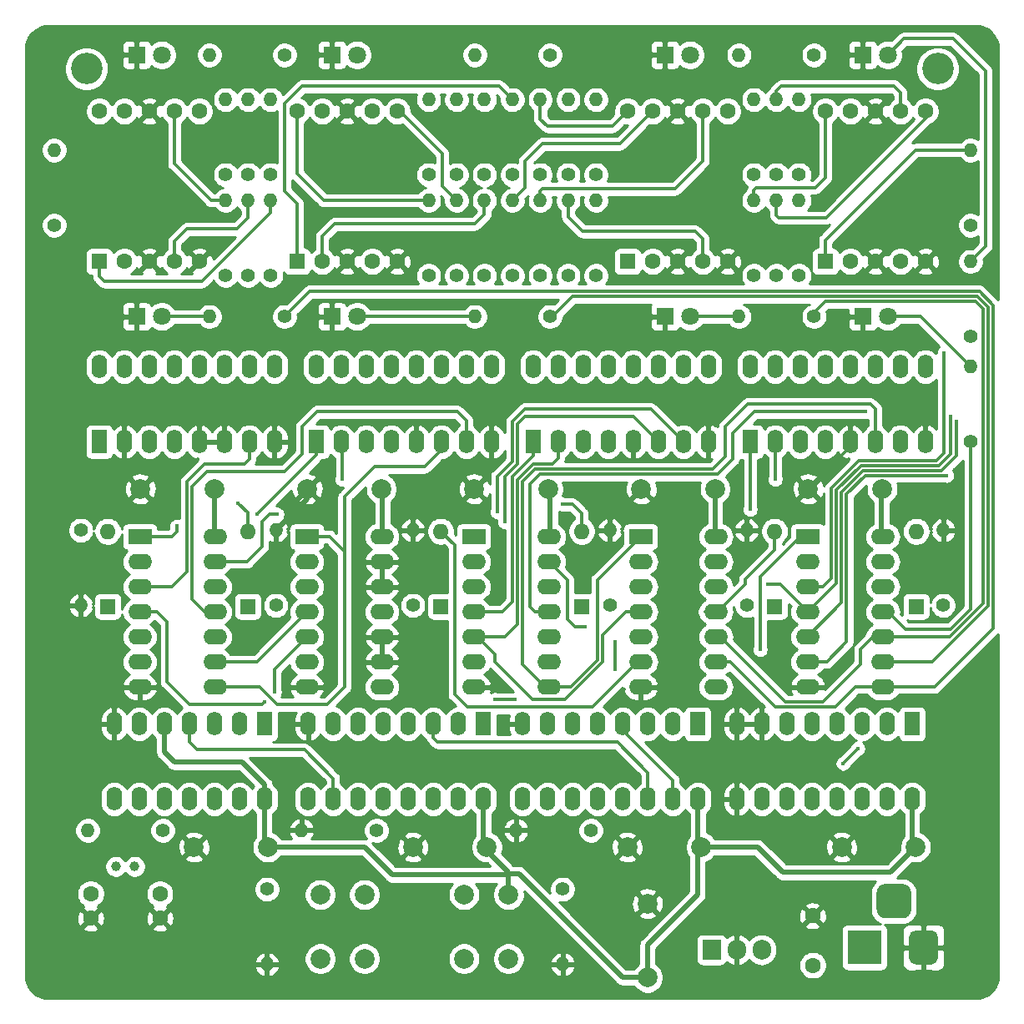
<source format=gbr>
%TF.GenerationSoftware,KiCad,Pcbnew,5.1.8-1.fc33*%
%TF.CreationDate,2020-11-27T02:34:12-03:00*%
%TF.ProjectId,Rel_gio,52656cf3-6769-46f2-9e6b-696361645f70,rev?*%
%TF.SameCoordinates,Original*%
%TF.FileFunction,Copper,L1,Top*%
%TF.FilePolarity,Positive*%
%FSLAX46Y46*%
G04 Gerber Fmt 4.6, Leading zero omitted, Abs format (unit mm)*
G04 Created by KiCad (PCBNEW 5.1.8-1.fc33) date 2020-11-27 02:34:12*
%MOMM*%
%LPD*%
G01*
G04 APERTURE LIST*
%TA.AperFunction,ComponentPad*%
%ADD10O,2.400000X1.600000*%
%TD*%
%TA.AperFunction,ComponentPad*%
%ADD11R,2.400000X1.600000*%
%TD*%
%TA.AperFunction,ComponentPad*%
%ADD12C,1.600000*%
%TD*%
%TA.AperFunction,ComponentPad*%
%ADD13R,1.600000X1.600000*%
%TD*%
%TA.AperFunction,ComponentPad*%
%ADD14O,1.400000X1.400000*%
%TD*%
%TA.AperFunction,ComponentPad*%
%ADD15C,1.400000*%
%TD*%
%TA.AperFunction,ComponentPad*%
%ADD16O,1.600000X2.400000*%
%TD*%
%TA.AperFunction,ComponentPad*%
%ADD17R,1.600000X2.400000*%
%TD*%
%TA.AperFunction,ComponentPad*%
%ADD18C,1.800000*%
%TD*%
%TA.AperFunction,ComponentPad*%
%ADD19R,1.800000X1.800000*%
%TD*%
%TA.AperFunction,ComponentPad*%
%ADD20C,2.000000*%
%TD*%
%TA.AperFunction,ComponentPad*%
%ADD21O,1.905000X2.000000*%
%TD*%
%TA.AperFunction,ComponentPad*%
%ADD22R,1.905000X2.000000*%
%TD*%
%TA.AperFunction,ComponentPad*%
%ADD23C,1.000000*%
%TD*%
%TA.AperFunction,ComponentPad*%
%ADD24R,3.500000X3.500000*%
%TD*%
%TA.AperFunction,ComponentPad*%
%ADD25O,1.600000X1.600000*%
%TD*%
%TA.AperFunction,ViaPad*%
%ADD26C,0.800000*%
%TD*%
%TA.AperFunction,ViaPad*%
%ADD27C,3.200000*%
%TD*%
%TA.AperFunction,ViaPad*%
%ADD28C,0.400000*%
%TD*%
%TA.AperFunction,Conductor*%
%ADD29C,0.300000*%
%TD*%
%TA.AperFunction,Conductor*%
%ADD30C,0.500000*%
%TD*%
%TA.AperFunction,Conductor*%
%ADD31C,0.254000*%
%TD*%
%TA.AperFunction,Conductor*%
%ADD32C,0.100000*%
%TD*%
G04 APERTURE END LIST*
D10*
%TO.P,U7,14*%
%TO.N,+5V*%
X165682500Y-112500000D03*
%TO.P,U7,7*%
%TO.N,GNDREF*%
X158062500Y-127740000D03*
%TO.P,U7,13*%
%TO.N,/Contador/dez_seg_b*%
X165682500Y-115040000D03*
%TO.P,U7,6*%
%TO.N,Net-(D3-Pad2)*%
X158062500Y-125200000D03*
%TO.P,U7,12*%
%TO.N,/Contador/dez_seg_c*%
X165682500Y-117580000D03*
%TO.P,U7,5*%
%TO.N,/Contador/dez_min_b*%
X158062500Y-122660000D03*
%TO.P,U7,11*%
%TO.N,Net-(D1-Pad2)*%
X165682500Y-120120000D03*
%TO.P,U7,4*%
%TO.N,/Contador/dez_min_c*%
X158062500Y-120120000D03*
%TO.P,U7,10*%
%TO.N,/Contador/un_seg_b*%
X165682500Y-122660000D03*
%TO.P,U7,3*%
%TO.N,Net-(D4-Pad2)*%
X158062500Y-117580000D03*
%TO.P,U7,9*%
%TO.N,/Contador/un_seg_d*%
X165682500Y-125200000D03*
%TO.P,U7,2*%
%TO.N,/Contador/un_min_b*%
X158062500Y-115040000D03*
%TO.P,U7,8*%
%TO.N,Net-(D2-Pad2)*%
X165682500Y-127740000D03*
D11*
%TO.P,U7,1*%
%TO.N,/Contador/un_min_d*%
X158062500Y-112500000D03*
%TD*%
D12*
%TO.P,U16,5*%
%TO.N,GNDREF*%
X113284000Y-84582000D03*
%TO.P,U16,4*%
%TO.N,Net-(R38-Pad2)*%
X110744000Y-84582000D03*
%TO.P,U16,3*%
%TO.N,GNDREF*%
X108204000Y-84582000D03*
%TO.P,U16,2*%
%TO.N,Net-(R40-Pad2)*%
X105664000Y-84582000D03*
%TO.P,U16,6*%
%TO.N,Net-(R36-Pad2)*%
X113284000Y-69342000D03*
%TO.P,U16,7*%
%TO.N,Net-(R34-Pad2)*%
X110744000Y-69342000D03*
%TO.P,U16,8*%
%TO.N,GNDREF*%
X108204000Y-69342000D03*
%TO.P,U16,9*%
%TO.N,Net-(R44-Pad2)*%
X105664000Y-69342000D03*
D13*
%TO.P,U16,1*%
%TO.N,Net-(R42-Pad2)*%
X103124000Y-84582000D03*
D12*
%TO.P,U16,10*%
%TO.N,Net-(R46-Pad2)*%
X103124000Y-69342000D03*
%TD*%
%TO.P,U18,5*%
%TO.N,GNDREF*%
X133350000Y-84582000D03*
%TO.P,U18,4*%
%TO.N,Net-(R39-Pad2)*%
X130810000Y-84582000D03*
%TO.P,U18,3*%
%TO.N,GNDREF*%
X128270000Y-84582000D03*
%TO.P,U18,2*%
%TO.N,Net-(R41-Pad2)*%
X125730000Y-84582000D03*
%TO.P,U18,6*%
%TO.N,Net-(R37-Pad2)*%
X133350000Y-69342000D03*
%TO.P,U18,7*%
%TO.N,Net-(R35-Pad2)*%
X130810000Y-69342000D03*
%TO.P,U18,8*%
%TO.N,GNDREF*%
X128270000Y-69342000D03*
%TO.P,U18,9*%
%TO.N,Net-(R45-Pad2)*%
X125730000Y-69342000D03*
D13*
%TO.P,U18,1*%
%TO.N,Net-(R43-Pad2)*%
X123190000Y-84582000D03*
D12*
%TO.P,U18,10*%
%TO.N,Net-(R47-Pad2)*%
X123190000Y-69342000D03*
%TD*%
%TO.P,U14,5*%
%TO.N,GNDREF*%
X186944000Y-84582000D03*
%TO.P,U14,4*%
%TO.N,Net-(R25-Pad2)*%
X184404000Y-84582000D03*
%TO.P,U14,3*%
%TO.N,GNDREF*%
X181864000Y-84582000D03*
%TO.P,U14,2*%
%TO.N,Net-(R27-Pad2)*%
X179324000Y-84582000D03*
%TO.P,U14,6*%
%TO.N,Net-(R23-Pad2)*%
X186944000Y-69342000D03*
%TO.P,U14,7*%
%TO.N,Net-(R21-Pad2)*%
X184404000Y-69342000D03*
%TO.P,U14,8*%
%TO.N,GNDREF*%
X181864000Y-69342000D03*
%TO.P,U14,9*%
%TO.N,Net-(R31-Pad2)*%
X179324000Y-69342000D03*
D13*
%TO.P,U14,1*%
%TO.N,Net-(R29-Pad2)*%
X176784000Y-84582000D03*
D12*
%TO.P,U14,10*%
%TO.N,Net-(R33-Pad2)*%
X176784000Y-69342000D03*
%TD*%
D14*
%TO.P,R15,2*%
%TO.N,Net-(D10-Pad2)*%
X168021000Y-90170000D03*
D15*
%TO.P,R15,1*%
%TO.N,/Contador/un_seg_b*%
X175641000Y-90170000D03*
%TD*%
D16*
%TO.P,U2,14*%
%TO.N,+5V*%
X119888000Y-139116000D03*
%TO.P,U2,7*%
%TO.N,GNDREF*%
X104648000Y-131496000D03*
%TO.P,U2,13*%
%TO.N,Net-(C4-Pad1)*%
X117348000Y-139116000D03*
%TO.P,U2,6*%
%TO.N,Net-(U2-Pad3)*%
X107188000Y-131496000D03*
%TO.P,U2,12*%
%TO.N,Net-(C4-Pad1)*%
X114808000Y-139116000D03*
%TO.P,U2,5*%
%TO.N,+5V*%
X109728000Y-131496000D03*
%TO.P,U2,11*%
%TO.N,Net-(U2-Pad1)*%
X112268000Y-139116000D03*
%TO.P,U2,4*%
%TO.N,/Divisor de frequ\u00EAncia/osc*%
X112268000Y-131496000D03*
%TO.P,U2,10*%
%TO.N,Net-(C4-Pad1)*%
X109728000Y-139116000D03*
%TO.P,U2,3*%
%TO.N,Net-(U2-Pad3)*%
X114808000Y-131496000D03*
%TO.P,U2,9*%
%TO.N,Net-(C3-Pad1)*%
X107188000Y-139116000D03*
%TO.P,U2,2*%
%TO.N,Net-(U2-Pad1)*%
X117348000Y-131496000D03*
%TO.P,U2,8*%
%TO.N,Net-(C3-Pad1)*%
X104648000Y-139116000D03*
D17*
%TO.P,U2,1*%
%TO.N,Net-(U2-Pad1)*%
X119888000Y-131496000D03*
%TD*%
D16*
%TO.P,U4,16*%
%TO.N,+5V*%
X163846000Y-139116000D03*
%TO.P,U4,8*%
%TO.N,GNDREF*%
X146066000Y-131496000D03*
%TO.P,U4,15*%
%TO.N,Net-(U4-Pad15)*%
X161306000Y-139116000D03*
%TO.P,U4,7*%
%TO.N,Net-(U4-Pad7)*%
X148606000Y-131496000D03*
%TO.P,U4,14*%
%TO.N,Net-(U3-Pad3)*%
X158766000Y-139116000D03*
%TO.P,U4,6*%
%TO.N,Net-(U4-Pad6)*%
X151146000Y-131496000D03*
%TO.P,U4,13*%
%TO.N,Net-(R3-Pad1)*%
X156226000Y-139116000D03*
%TO.P,U4,5*%
%TO.N,Net-(U4-Pad5)*%
X153686000Y-131496000D03*
%TO.P,U4,12*%
%TO.N,Net-(U4-Pad12)*%
X153686000Y-139116000D03*
%TO.P,U4,4*%
%TO.N,Net-(U4-Pad15)*%
X156226000Y-131496000D03*
%TO.P,U4,11*%
%TO.N,Net-(U4-Pad11)*%
X151146000Y-139116000D03*
%TO.P,U4,3*%
%TO.N,Net-(U4-Pad3)*%
X158766000Y-131496000D03*
%TO.P,U4,10*%
%TO.N,Net-(U4-Pad10)*%
X148606000Y-139116000D03*
%TO.P,U4,2*%
%TO.N,/Divisor de frequ\u00EAncia/clock_seg*%
X161306000Y-131496000D03*
%TO.P,U4,9*%
%TO.N,Net-(U4-Pad9)*%
X146066000Y-139116000D03*
D17*
%TO.P,U4,1*%
%TO.N,Net-(U4-Pad1)*%
X163846000Y-131496000D03*
%TD*%
D14*
%TO.P,R18,2*%
%TO.N,Net-(D13-Pad2)*%
X114300000Y-63631000D03*
D15*
%TO.P,R18,1*%
%TO.N,/Contador/dez_seg_d*%
X121920000Y-63631000D03*
%TD*%
D14*
%TO.P,R16,2*%
%TO.N,Net-(D11-Pad2)*%
X141226500Y-63631000D03*
D15*
%TO.P,R16,1*%
%TO.N,/Contador/dez_seg_c*%
X148846500Y-63631000D03*
%TD*%
D14*
%TO.P,R14,2*%
%TO.N,Net-(D9-Pad2)*%
X168021000Y-63631000D03*
D15*
%TO.P,R14,1*%
%TO.N,/Contador/dez_seg_b*%
X175641000Y-63631000D03*
%TD*%
D14*
%TO.P,R12,2*%
%TO.N,Net-(D7-Pad2)*%
X191516000Y-84582000D03*
D15*
%TO.P,R12,1*%
%TO.N,/Contador/dez_seg_a*%
X191516000Y-92202000D03*
%TD*%
D18*
%TO.P,D14,2*%
%TO.N,Net-(D14-Pad2)*%
X109469000Y-90170000D03*
D19*
%TO.P,D14,1*%
%TO.N,GNDREF*%
X106929000Y-90170000D03*
%TD*%
D18*
%TO.P,D13,2*%
%TO.N,Net-(D13-Pad2)*%
X109469000Y-63631000D03*
D19*
%TO.P,D13,1*%
%TO.N,GNDREF*%
X106929000Y-63631000D03*
%TD*%
D18*
%TO.P,D12,2*%
%TO.N,Net-(D12-Pad2)*%
X129281000Y-90170000D03*
D19*
%TO.P,D12,1*%
%TO.N,GNDREF*%
X126741000Y-90170000D03*
%TD*%
D18*
%TO.P,D11,2*%
%TO.N,Net-(D11-Pad2)*%
X129281000Y-63631000D03*
D19*
%TO.P,D11,1*%
%TO.N,GNDREF*%
X126741000Y-63631000D03*
%TD*%
D18*
%TO.P,D10,2*%
%TO.N,Net-(D10-Pad2)*%
X163063000Y-90170000D03*
D19*
%TO.P,D10,1*%
%TO.N,GNDREF*%
X160523000Y-90170000D03*
%TD*%
D18*
%TO.P,D9,2*%
%TO.N,Net-(D9-Pad2)*%
X163063000Y-63631000D03*
D19*
%TO.P,D9,1*%
%TO.N,GNDREF*%
X160523000Y-63631000D03*
%TD*%
D18*
%TO.P,D8,2*%
%TO.N,Net-(D8-Pad2)*%
X183129000Y-90170000D03*
D19*
%TO.P,D8,1*%
%TO.N,GNDREF*%
X180589000Y-90170000D03*
%TD*%
D18*
%TO.P,D7,2*%
%TO.N,Net-(D7-Pad2)*%
X183129000Y-63631000D03*
D19*
%TO.P,D7,1*%
%TO.N,GNDREF*%
X180589000Y-63631000D03*
%TD*%
D16*
%TO.P,U3,16*%
%TO.N,+5V*%
X142096000Y-139116000D03*
%TO.P,U3,8*%
%TO.N,GNDREF*%
X124316000Y-131496000D03*
%TO.P,U3,15*%
%TO.N,Net-(U3-Pad15)*%
X139556000Y-139116000D03*
%TO.P,U3,7*%
%TO.N,/Divisor de frequ\u00EAncia/fast*%
X126856000Y-131496000D03*
%TO.P,U3,14*%
%TO.N,Net-(U3-Pad14)*%
X137016000Y-139116000D03*
%TO.P,U3,6*%
%TO.N,Net-(U3-Pad6)*%
X129396000Y-131496000D03*
%TO.P,U3,13*%
%TO.N,Net-(U3-Pad13)*%
X134476000Y-139116000D03*
%TO.P,U3,5*%
%TO.N,Net-(U3-Pad5)*%
X131936000Y-131496000D03*
%TO.P,U3,12*%
%TO.N,/Divisor de frequ\u00EAncia/slow*%
X131936000Y-139116000D03*
%TO.P,U3,4*%
%TO.N,Net-(U3-Pad4)*%
X134476000Y-131496000D03*
%TO.P,U3,11*%
%TO.N,Net-(R2-Pad1)*%
X129396000Y-139116000D03*
%TO.P,U3,3*%
%TO.N,Net-(U3-Pad3)*%
X137016000Y-131496000D03*
%TO.P,U3,10*%
%TO.N,/Divisor de frequ\u00EAncia/osc*%
X126856000Y-139116000D03*
%TO.P,U3,2*%
%TO.N,Net-(U3-Pad2)*%
X139556000Y-131496000D03*
%TO.P,U3,9*%
%TO.N,Net-(U3-Pad9)*%
X124316000Y-139116000D03*
D17*
%TO.P,U3,1*%
%TO.N,Net-(U3-Pad1)*%
X142096000Y-131496000D03*
%TD*%
D14*
%TO.P,R4,2*%
%TO.N,GNDREF*%
X120142000Y-155884000D03*
D15*
%TO.P,R4,1*%
%TO.N,Net-(R4-Pad1)*%
X120142000Y-148264000D03*
%TD*%
D10*
%TO.P,U10,14*%
%TO.N,+5V*%
X114870000Y-112500000D03*
%TO.P,U10,7*%
%TO.N,GNDREF*%
X107250000Y-127740000D03*
%TO.P,U10,13*%
%TO.N,Net-(D3-Pad2)*%
X114870000Y-115040000D03*
%TO.P,U10,6*%
%TO.N,Net-(U10-Pad6)*%
X107250000Y-125200000D03*
%TO.P,U10,12*%
%TO.N,Net-(D5-Pad1)*%
X114870000Y-117580000D03*
%TO.P,U10,5*%
%TO.N,Net-(U10-Pad5)*%
X107250000Y-122660000D03*
%TO.P,U10,11*%
%TO.N,/Contador/un_hor_a*%
X114870000Y-120120000D03*
%TO.P,U10,4*%
%TO.N,/Contador/dez_hor_b*%
X107250000Y-120120000D03*
%TO.P,U10,10*%
%TO.N,/Contador/un_hor_b*%
X114870000Y-122660000D03*
%TO.P,U10,3*%
%TO.N,/Contador/dez_hor_a*%
X107250000Y-117580000D03*
%TO.P,U10,9*%
%TO.N,/Contador/un_hor_c*%
X114870000Y-125200000D03*
%TO.P,U10,2*%
%TO.N,Net-(D6-Pad2)*%
X107250000Y-115040000D03*
%TO.P,U10,8*%
%TO.N,/Contador/un_hor_d*%
X114870000Y-127740000D03*
D11*
%TO.P,U10,1*%
%TO.N,Net-(D5-Pad2)*%
X107250000Y-112500000D03*
%TD*%
D20*
%TO.P,SW2,3*%
%TO.N,Net-(SW2-Pad3)*%
X140138000Y-148814000D03*
%TO.P,SW2,4*%
%TO.N,+5V*%
X144638000Y-148814000D03*
%TO.P,SW2,1*%
%TO.N,Net-(R5-Pad1)*%
X140138000Y-155314000D03*
%TO.P,SW2,2*%
%TO.N,Net-(SW2-Pad2)*%
X144638000Y-155314000D03*
%TD*%
%TO.P,SW1,3*%
%TO.N,Net-(SW1-Pad3)*%
X125542000Y-148814000D03*
%TO.P,SW1,4*%
%TO.N,+5V*%
X130042000Y-148814000D03*
%TO.P,SW1,1*%
%TO.N,Net-(R4-Pad1)*%
X125542000Y-155314000D03*
%TO.P,SW1,2*%
%TO.N,Net-(SW1-Pad2)*%
X130042000Y-155314000D03*
%TD*%
D21*
%TO.P,U1,3*%
%TO.N,+5V*%
X170330000Y-154419500D03*
%TO.P,U1,2*%
%TO.N,GNDREF*%
X167790000Y-154419500D03*
D22*
%TO.P,U1,1*%
%TO.N,Net-(C1-Pad1)*%
X165250000Y-154419500D03*
%TD*%
D23*
%TO.P,Y1,2*%
%TO.N,Net-(C4-Pad1)*%
X106716000Y-145968000D03*
%TO.P,Y1,1*%
%TO.N,Net-(C3-Pad1)*%
X104816000Y-145968000D03*
%TD*%
D16*
%TO.P,U17,16*%
%TO.N,+5V*%
X125137333Y-95250000D03*
%TO.P,U17,8*%
%TO.N,GNDREF*%
X142917333Y-102870000D03*
%TO.P,U17,15*%
%TO.N,Net-(R45-Pad1)*%
X127677333Y-95250000D03*
%TO.P,U17,7*%
%TO.N,/Contador/un_hor_a*%
X140377333Y-102870000D03*
%TO.P,U17,14*%
%TO.N,Net-(R47-Pad1)*%
X130217333Y-95250000D03*
%TO.P,U17,6*%
%TO.N,/Contador/un_hor_d*%
X137837333Y-102870000D03*
%TO.P,U17,13*%
%TO.N,Net-(R35-Pad1)*%
X132757333Y-95250000D03*
%TO.P,U17,5*%
%TO.N,GNDREF*%
X135297333Y-102870000D03*
%TO.P,U17,12*%
%TO.N,Net-(R37-Pad1)*%
X135297333Y-95250000D03*
%TO.P,U17,4*%
%TO.N,+5V*%
X132757333Y-102870000D03*
%TO.P,U17,11*%
%TO.N,Net-(R39-Pad1)*%
X137837333Y-95250000D03*
%TO.P,U17,3*%
%TO.N,+5V*%
X130217333Y-102870000D03*
%TO.P,U17,10*%
%TO.N,Net-(R41-Pad1)*%
X140377333Y-95250000D03*
%TO.P,U17,2*%
%TO.N,/Contador/un_hor_c*%
X127677333Y-102870000D03*
%TO.P,U17,9*%
%TO.N,Net-(R43-Pad1)*%
X142917333Y-95250000D03*
D17*
%TO.P,U17,1*%
%TO.N,/Contador/un_hor_b*%
X125137333Y-102870000D03*
%TD*%
D16*
%TO.P,U13,16*%
%TO.N,+5V*%
X169164000Y-95250000D03*
%TO.P,U13,8*%
%TO.N,GNDREF*%
X186944000Y-102870000D03*
%TO.P,U13,15*%
%TO.N,Net-(R31-Pad1)*%
X171704000Y-95250000D03*
%TO.P,U13,7*%
%TO.N,/Contador/un_min_a*%
X184404000Y-102870000D03*
%TO.P,U13,14*%
%TO.N,Net-(R33-Pad1)*%
X174244000Y-95250000D03*
%TO.P,U13,6*%
%TO.N,/Contador/un_min_d*%
X181864000Y-102870000D03*
%TO.P,U13,13*%
%TO.N,Net-(R21-Pad1)*%
X176784000Y-95250000D03*
%TO.P,U13,5*%
%TO.N,GNDREF*%
X179324000Y-102870000D03*
%TO.P,U13,12*%
%TO.N,Net-(R23-Pad1)*%
X179324000Y-95250000D03*
%TO.P,U13,4*%
%TO.N,+5V*%
X176784000Y-102870000D03*
%TO.P,U13,11*%
%TO.N,Net-(R25-Pad1)*%
X181864000Y-95250000D03*
%TO.P,U13,3*%
%TO.N,+5V*%
X174244000Y-102870000D03*
%TO.P,U13,10*%
%TO.N,Net-(R27-Pad1)*%
X184404000Y-95250000D03*
%TO.P,U13,2*%
%TO.N,/Contador/un_min_c*%
X171704000Y-102870000D03*
%TO.P,U13,9*%
%TO.N,Net-(R29-Pad1)*%
X186944000Y-95250000D03*
D17*
%TO.P,U13,1*%
%TO.N,/Contador/un_min_b*%
X169164000Y-102870000D03*
%TD*%
D12*
%TO.P,U12,5*%
%TO.N,GNDREF*%
X166878000Y-84582000D03*
%TO.P,U12,4*%
%TO.N,Net-(R24-Pad2)*%
X164338000Y-84582000D03*
%TO.P,U12,3*%
%TO.N,GNDREF*%
X161798000Y-84582000D03*
%TO.P,U12,2*%
%TO.N,Net-(R26-Pad2)*%
X159258000Y-84582000D03*
%TO.P,U12,6*%
%TO.N,Net-(R22-Pad2)*%
X166878000Y-69342000D03*
%TO.P,U12,7*%
%TO.N,Net-(R20-Pad2)*%
X164338000Y-69342000D03*
%TO.P,U12,8*%
%TO.N,GNDREF*%
X161798000Y-69342000D03*
%TO.P,U12,9*%
%TO.N,Net-(R30-Pad2)*%
X159258000Y-69342000D03*
D13*
%TO.P,U12,1*%
%TO.N,Net-(R28-Pad2)*%
X156718000Y-84582000D03*
D12*
%TO.P,U12,10*%
%TO.N,Net-(R32-Pad2)*%
X156718000Y-69342000D03*
%TD*%
D16*
%TO.P,U15,16*%
%TO.N,+5V*%
X103124000Y-95250000D03*
%TO.P,U15,8*%
%TO.N,GNDREF*%
X120904000Y-102870000D03*
%TO.P,U15,15*%
%TO.N,Net-(R44-Pad1)*%
X105664000Y-95250000D03*
%TO.P,U15,7*%
%TO.N,/Contador/dez_hor_a*%
X118364000Y-102870000D03*
%TO.P,U15,14*%
%TO.N,Net-(R46-Pad1)*%
X108204000Y-95250000D03*
%TO.P,U15,6*%
%TO.N,GNDREF*%
X115824000Y-102870000D03*
%TO.P,U15,13*%
%TO.N,Net-(R34-Pad1)*%
X110744000Y-95250000D03*
%TO.P,U15,5*%
%TO.N,GNDREF*%
X113284000Y-102870000D03*
%TO.P,U15,12*%
%TO.N,Net-(R36-Pad1)*%
X113284000Y-95250000D03*
%TO.P,U15,4*%
%TO.N,+5V*%
X110744000Y-102870000D03*
%TO.P,U15,11*%
%TO.N,Net-(R38-Pad1)*%
X115824000Y-95250000D03*
%TO.P,U15,3*%
%TO.N,+5V*%
X108204000Y-102870000D03*
%TO.P,U15,10*%
%TO.N,Net-(R40-Pad1)*%
X118364000Y-95250000D03*
%TO.P,U15,2*%
%TO.N,GNDREF*%
X105664000Y-102870000D03*
%TO.P,U15,9*%
%TO.N,Net-(R42-Pad1)*%
X120904000Y-95250000D03*
D17*
%TO.P,U15,1*%
%TO.N,/Contador/dez_hor_b*%
X103124000Y-102870000D03*
%TD*%
D16*
%TO.P,U11,16*%
%TO.N,+5V*%
X147150666Y-95250000D03*
%TO.P,U11,8*%
%TO.N,GNDREF*%
X164930666Y-102870000D03*
%TO.P,U11,15*%
%TO.N,Net-(R30-Pad1)*%
X149690666Y-95250000D03*
%TO.P,U11,7*%
%TO.N,/Contador/dez_min_a*%
X162390666Y-102870000D03*
%TO.P,U11,14*%
%TO.N,Net-(R32-Pad1)*%
X152230666Y-95250000D03*
%TO.P,U11,6*%
%TO.N,/Contador/dez_min_d*%
X159850666Y-102870000D03*
%TO.P,U11,13*%
%TO.N,Net-(R20-Pad1)*%
X154770666Y-95250000D03*
%TO.P,U11,5*%
%TO.N,GNDREF*%
X157310666Y-102870000D03*
%TO.P,U11,12*%
%TO.N,Net-(R22-Pad1)*%
X157310666Y-95250000D03*
%TO.P,U11,4*%
%TO.N,+5V*%
X154770666Y-102870000D03*
%TO.P,U11,11*%
%TO.N,Net-(R24-Pad1)*%
X159850666Y-95250000D03*
%TO.P,U11,3*%
%TO.N,+5V*%
X152230666Y-102870000D03*
%TO.P,U11,10*%
%TO.N,Net-(R26-Pad1)*%
X162390666Y-95250000D03*
%TO.P,U11,2*%
%TO.N,/Contador/dez_min_c*%
X149690666Y-102870000D03*
%TO.P,U11,9*%
%TO.N,Net-(R28-Pad1)*%
X164930666Y-95250000D03*
D17*
%TO.P,U11,1*%
%TO.N,/Contador/dez_min_b*%
X147150666Y-102870000D03*
%TD*%
D10*
%TO.P,U6,14*%
%TO.N,+5V*%
X182620000Y-112500000D03*
%TO.P,U6,7*%
%TO.N,GNDREF*%
X175000000Y-127740000D03*
%TO.P,U6,13*%
%TO.N,/Contador/clock*%
X182620000Y-115040000D03*
%TO.P,U6,6*%
%TO.N,/Contador/dez_seg_d*%
X175000000Y-125200000D03*
%TO.P,U6,12*%
%TO.N,Net-(D2-Pad1)*%
X182620000Y-117580000D03*
%TO.P,U6,5*%
%TO.N,/Contador/dez_seg_c*%
X175000000Y-122660000D03*
%TO.P,U6,11*%
%TO.N,/Contador/un_seg_a*%
X182620000Y-120120000D03*
%TO.P,U6,4*%
%TO.N,/Contador/dez_seg_b*%
X175000000Y-120120000D03*
%TO.P,U6,10*%
%TO.N,/Contador/un_seg_b*%
X182620000Y-122660000D03*
%TO.P,U6,3*%
%TO.N,/Contador/dez_seg_a*%
X175000000Y-117580000D03*
%TO.P,U6,9*%
%TO.N,/Contador/un_seg_c*%
X182620000Y-125200000D03*
%TO.P,U6,2*%
%TO.N,Net-(D1-Pad1)*%
X175000000Y-115040000D03*
%TO.P,U6,8*%
%TO.N,/Contador/un_seg_d*%
X182620000Y-127740000D03*
D11*
%TO.P,U6,1*%
%TO.N,Net-(D2-Pad2)*%
X175000000Y-112500000D03*
%TD*%
D10*
%TO.P,U9,14*%
%TO.N,+5V*%
X148745000Y-112500000D03*
%TO.P,U9,7*%
%TO.N,GNDREF*%
X141125000Y-127740000D03*
%TO.P,U9,13*%
%TO.N,Net-(D1-Pad2)*%
X148745000Y-115040000D03*
%TO.P,U9,6*%
%TO.N,/Contador/dez_min_d*%
X141125000Y-125200000D03*
%TO.P,U9,12*%
%TO.N,Net-(D4-Pad1)*%
X148745000Y-117580000D03*
%TO.P,U9,5*%
%TO.N,/Contador/dez_min_c*%
X141125000Y-122660000D03*
%TO.P,U9,11*%
%TO.N,/Contador/un_min_a*%
X148745000Y-120120000D03*
%TO.P,U9,4*%
%TO.N,/Contador/dez_min_b*%
X141125000Y-120120000D03*
%TO.P,U9,10*%
%TO.N,/Contador/un_min_b*%
X148745000Y-122660000D03*
%TO.P,U9,3*%
%TO.N,/Contador/dez_min_a*%
X141125000Y-117580000D03*
%TO.P,U9,9*%
%TO.N,/Contador/un_min_c*%
X148745000Y-125200000D03*
%TO.P,U9,2*%
%TO.N,Net-(D3-Pad1)*%
X141125000Y-115040000D03*
%TO.P,U9,8*%
%TO.N,/Contador/un_min_d*%
X148745000Y-127740000D03*
D11*
%TO.P,U9,1*%
%TO.N,Net-(D4-Pad2)*%
X141125000Y-112500000D03*
%TD*%
D10*
%TO.P,U8,14*%
%TO.N,+5V*%
X131807500Y-112500000D03*
%TO.P,U8,7*%
%TO.N,GNDREF*%
X124187500Y-127740000D03*
%TO.P,U8,13*%
X131807500Y-115040000D03*
%TO.P,U8,6*%
%TO.N,Net-(D6-Pad2)*%
X124187500Y-125200000D03*
%TO.P,U8,12*%
%TO.N,GNDREF*%
X131807500Y-117580000D03*
%TO.P,U8,5*%
%TO.N,/Contador/dez_hor_b*%
X124187500Y-122660000D03*
%TO.P,U8,11*%
%TO.N,Net-(U8-Pad11)*%
X131807500Y-120120000D03*
%TO.P,U8,4*%
%TO.N,/Contador/un_hor_c*%
X124187500Y-120120000D03*
%TO.P,U8,10*%
%TO.N,GNDREF*%
X131807500Y-122660000D03*
%TO.P,U8,3*%
%TO.N,Net-(D5-Pad2)*%
X124187500Y-117580000D03*
%TO.P,U8,9*%
%TO.N,GNDREF*%
X131807500Y-125200000D03*
%TO.P,U8,2*%
%TO.N,/Contador/un_hor_b*%
X124187500Y-115040000D03*
%TO.P,U8,8*%
%TO.N,Net-(U8-Pad8)*%
X131807500Y-127740000D03*
D11*
%TO.P,U8,1*%
%TO.N,/Contador/un_hor_d*%
X124187500Y-112500000D03*
%TD*%
D16*
%TO.P,U5,16*%
%TO.N,+5V*%
X185596000Y-139116000D03*
%TO.P,U5,8*%
%TO.N,GNDREF*%
X167816000Y-131496000D03*
%TO.P,U5,15*%
%TO.N,Net-(U5-Pad15)*%
X183056000Y-139116000D03*
%TO.P,U5,7*%
%TO.N,GNDREF*%
X170356000Y-131496000D03*
%TO.P,U5,14*%
%TO.N,Net-(U5-Pad14)*%
X180516000Y-139116000D03*
%TO.P,U5,6*%
%TO.N,Net-(U5-Pad6)*%
X172896000Y-131496000D03*
%TO.P,U5,13*%
%TO.N,Net-(U5-Pad13)*%
X177976000Y-139116000D03*
%TO.P,U5,5*%
%TO.N,/Contador/clock*%
X175436000Y-131496000D03*
%TO.P,U5,12*%
%TO.N,Net-(U5-Pad12)*%
X175436000Y-139116000D03*
%TO.P,U5,4*%
%TO.N,/Divisor de frequ\u00EAncia/clock_seg*%
X177976000Y-131496000D03*
%TO.P,U5,11*%
%TO.N,Net-(R4-Pad1)*%
X172896000Y-139116000D03*
%TO.P,U5,3*%
%TO.N,/Divisor de frequ\u00EAncia/slow*%
X180516000Y-131496000D03*
%TO.P,U5,10*%
%TO.N,Net-(R5-Pad1)*%
X170356000Y-139116000D03*
%TO.P,U5,2*%
%TO.N,/Divisor de frequ\u00EAncia/fast*%
X183056000Y-131496000D03*
%TO.P,U5,9*%
%TO.N,GNDREF*%
X167816000Y-139116000D03*
D17*
%TO.P,U5,1*%
%TO.N,Net-(U5-Pad1)*%
X185596000Y-131496000D03*
%TD*%
D14*
%TO.P,R47,2*%
%TO.N,Net-(R47-Pad2)*%
X136548500Y-78387000D03*
D15*
%TO.P,R47,1*%
%TO.N,Net-(R47-Pad1)*%
X136548500Y-86007000D03*
%TD*%
D14*
%TO.P,R45,2*%
%TO.N,Net-(R45-Pad2)*%
X136548500Y-68162000D03*
D15*
%TO.P,R45,1*%
%TO.N,Net-(R45-Pad1)*%
X136548500Y-75782000D03*
%TD*%
D14*
%TO.P,R43,2*%
%TO.N,Net-(R43-Pad2)*%
X145034000Y-68162000D03*
D15*
%TO.P,R43,1*%
%TO.N,Net-(R43-Pad1)*%
X145034000Y-75782000D03*
%TD*%
D14*
%TO.P,R41,2*%
%TO.N,Net-(R41-Pad2)*%
X142205500Y-78387000D03*
D15*
%TO.P,R41,1*%
%TO.N,Net-(R41-Pad1)*%
X142205500Y-86007000D03*
%TD*%
D14*
%TO.P,R39,2*%
%TO.N,Net-(R39-Pad2)*%
X142205500Y-68162000D03*
D15*
%TO.P,R39,1*%
%TO.N,Net-(R39-Pad1)*%
X142205500Y-75782000D03*
%TD*%
D14*
%TO.P,R37,2*%
%TO.N,Net-(R37-Pad2)*%
X139377000Y-78387000D03*
D15*
%TO.P,R37,1*%
%TO.N,Net-(R37-Pad1)*%
X139377000Y-86007000D03*
%TD*%
D14*
%TO.P,R35,2*%
%TO.N,Net-(R35-Pad2)*%
X139377000Y-68162000D03*
D15*
%TO.P,R35,1*%
%TO.N,Net-(R35-Pad1)*%
X139377000Y-75782000D03*
%TD*%
D14*
%TO.P,R33,2*%
%TO.N,Net-(R33-Pad2)*%
X169545000Y-78387000D03*
D15*
%TO.P,R33,1*%
%TO.N,Net-(R33-Pad1)*%
X169545000Y-86007000D03*
%TD*%
D14*
%TO.P,R31,2*%
%TO.N,Net-(R31-Pad2)*%
X169539500Y-68162000D03*
D15*
%TO.P,R31,1*%
%TO.N,Net-(R31-Pad1)*%
X169539500Y-75782000D03*
%TD*%
D14*
%TO.P,R29,2*%
%TO.N,Net-(R29-Pad2)*%
X191516000Y-73274500D03*
D15*
%TO.P,R29,1*%
%TO.N,Net-(R29-Pad1)*%
X191516000Y-80894500D03*
%TD*%
D14*
%TO.P,R27,2*%
%TO.N,Net-(R27-Pad2)*%
X174122500Y-78387000D03*
D15*
%TO.P,R27,1*%
%TO.N,Net-(R27-Pad1)*%
X174122500Y-86007000D03*
%TD*%
D14*
%TO.P,R25,2*%
%TO.N,Net-(R25-Pad2)*%
X174122500Y-68162000D03*
D15*
%TO.P,R25,1*%
%TO.N,Net-(R25-Pad1)*%
X174122500Y-75782000D03*
%TD*%
D14*
%TO.P,R23,2*%
%TO.N,Net-(R23-Pad2)*%
X171831000Y-78387000D03*
D15*
%TO.P,R23,1*%
%TO.N,Net-(R23-Pad1)*%
X171831000Y-86007000D03*
%TD*%
D14*
%TO.P,R21,2*%
%TO.N,Net-(R21-Pad2)*%
X171831000Y-68162000D03*
D15*
%TO.P,R21,1*%
%TO.N,Net-(R21-Pad1)*%
X171831000Y-75782000D03*
%TD*%
D14*
%TO.P,R19,2*%
%TO.N,Net-(D14-Pad2)*%
X114300000Y-90170000D03*
D15*
%TO.P,R19,1*%
%TO.N,/Contador/un_seg_d*%
X121920000Y-90170000D03*
%TD*%
D14*
%TO.P,R17,2*%
%TO.N,Net-(D12-Pad2)*%
X141226500Y-90170000D03*
D15*
%TO.P,R17,1*%
%TO.N,/Contador/un_seg_c*%
X148846500Y-90170000D03*
%TD*%
D14*
%TO.P,R13,2*%
%TO.N,Net-(D8-Pad2)*%
X191516000Y-95250000D03*
D15*
%TO.P,R13,1*%
%TO.N,/Contador/un_seg_a*%
X191516000Y-102870000D03*
%TD*%
D14*
%TO.P,R46,2*%
%TO.N,Net-(R46-Pad2)*%
X115945500Y-68162000D03*
D15*
%TO.P,R46,1*%
%TO.N,Net-(R46-Pad1)*%
X115945500Y-75782000D03*
%TD*%
D14*
%TO.P,R44,2*%
%TO.N,Net-(R44-Pad2)*%
X98552000Y-73274500D03*
D15*
%TO.P,R44,1*%
%TO.N,Net-(R44-Pad1)*%
X98552000Y-80894500D03*
%TD*%
D14*
%TO.P,R42,2*%
%TO.N,Net-(R42-Pad2)*%
X120528500Y-78387000D03*
D15*
%TO.P,R42,1*%
%TO.N,Net-(R42-Pad1)*%
X120528500Y-86007000D03*
%TD*%
D14*
%TO.P,R40,2*%
%TO.N,Net-(R40-Pad2)*%
X120528500Y-68162000D03*
D15*
%TO.P,R40,1*%
%TO.N,Net-(R40-Pad1)*%
X120528500Y-75782000D03*
%TD*%
D14*
%TO.P,R38,2*%
%TO.N,Net-(R38-Pad2)*%
X118237000Y-78387000D03*
D15*
%TO.P,R38,1*%
%TO.N,Net-(R38-Pad1)*%
X118237000Y-86007000D03*
%TD*%
D14*
%TO.P,R36,2*%
%TO.N,Net-(R36-Pad2)*%
X118237000Y-68162000D03*
D15*
%TO.P,R36,1*%
%TO.N,Net-(R36-Pad1)*%
X118237000Y-75782000D03*
%TD*%
D14*
%TO.P,R34,2*%
%TO.N,Net-(R34-Pad2)*%
X115945500Y-78387000D03*
D15*
%TO.P,R34,1*%
%TO.N,Net-(R34-Pad1)*%
X115945500Y-86007000D03*
%TD*%
D14*
%TO.P,R32,2*%
%TO.N,Net-(R32-Pad2)*%
X147862500Y-68162000D03*
D15*
%TO.P,R32,1*%
%TO.N,Net-(R32-Pad1)*%
X147862500Y-75782000D03*
%TD*%
D14*
%TO.P,R30,2*%
%TO.N,Net-(R30-Pad2)*%
X145034000Y-78387000D03*
D15*
%TO.P,R30,1*%
%TO.N,Net-(R30-Pad1)*%
X145034000Y-86007000D03*
%TD*%
D14*
%TO.P,R28,2*%
%TO.N,Net-(R28-Pad2)*%
X153519500Y-78387000D03*
D15*
%TO.P,R28,1*%
%TO.N,Net-(R28-Pad1)*%
X153519500Y-86007000D03*
%TD*%
D14*
%TO.P,R26,2*%
%TO.N,Net-(R26-Pad2)*%
X153519500Y-68162000D03*
D15*
%TO.P,R26,1*%
%TO.N,Net-(R26-Pad1)*%
X153519500Y-75782000D03*
%TD*%
D14*
%TO.P,R24,2*%
%TO.N,Net-(R24-Pad2)*%
X150691000Y-78387000D03*
D15*
%TO.P,R24,1*%
%TO.N,Net-(R24-Pad1)*%
X150691000Y-86007000D03*
%TD*%
D14*
%TO.P,R22,2*%
%TO.N,Net-(R22-Pad2)*%
X150691000Y-68162000D03*
D15*
%TO.P,R22,1*%
%TO.N,Net-(R22-Pad1)*%
X150691000Y-75782000D03*
%TD*%
D14*
%TO.P,R20,2*%
%TO.N,Net-(R20-Pad2)*%
X147862500Y-78387000D03*
D15*
%TO.P,R20,1*%
%TO.N,Net-(R20-Pad1)*%
X147862500Y-86007000D03*
%TD*%
D14*
%TO.P,R7,2*%
%TO.N,GNDREF*%
X188750000Y-111850000D03*
D15*
%TO.P,R7,1*%
%TO.N,Net-(D2-Pad1)*%
X188750000Y-119470000D03*
%TD*%
D14*
%TO.P,R6,2*%
%TO.N,GNDREF*%
X168808333Y-111850000D03*
D15*
%TO.P,R6,1*%
%TO.N,Net-(D1-Pad1)*%
X168808333Y-119470000D03*
%TD*%
D14*
%TO.P,R9,2*%
%TO.N,GNDREF*%
X154916666Y-111850000D03*
D15*
%TO.P,R9,1*%
%TO.N,Net-(D4-Pad1)*%
X154916666Y-119470000D03*
%TD*%
D14*
%TO.P,R11,2*%
%TO.N,GNDREF*%
X121041666Y-111850000D03*
D15*
%TO.P,R11,1*%
%TO.N,Net-(D5-Pad1)*%
X121041666Y-119470000D03*
%TD*%
D14*
%TO.P,R8,2*%
%TO.N,GNDREF*%
X134933333Y-111850000D03*
D15*
%TO.P,R8,1*%
%TO.N,Net-(D3-Pad1)*%
X134933333Y-119470000D03*
%TD*%
D14*
%TO.P,R10,2*%
%TO.N,GNDREF*%
X101250000Y-119470000D03*
D15*
%TO.P,R10,1*%
%TO.N,Net-(D6-Pad2)*%
X101250000Y-111850000D03*
%TD*%
D14*
%TO.P,R5,2*%
%TO.N,GNDREF*%
X150138000Y-155884000D03*
D15*
%TO.P,R5,1*%
%TO.N,Net-(R5-Pad1)*%
X150138000Y-148264000D03*
%TD*%
D14*
%TO.P,R3,2*%
%TO.N,GNDREF*%
X145396000Y-142296000D03*
D15*
%TO.P,R3,1*%
%TO.N,Net-(R3-Pad1)*%
X153016000Y-142296000D03*
%TD*%
D14*
%TO.P,R2,2*%
%TO.N,GNDREF*%
X123646000Y-142296000D03*
D15*
%TO.P,R2,1*%
%TO.N,Net-(R2-Pad1)*%
X131266000Y-142296000D03*
%TD*%
D14*
%TO.P,R1,2*%
%TO.N,Net-(C3-Pad1)*%
X101956000Y-142296000D03*
D15*
%TO.P,R1,1*%
%TO.N,Net-(C4-Pad1)*%
X109576000Y-142296000D03*
%TD*%
%TO.P,J1,3*%
%TO.N,N/C*%
%TA.AperFunction,ComponentPad*%
G36*
G01*
X185500000Y-148603000D02*
X185500000Y-150353000D01*
G75*
G02*
X184625000Y-151228000I-875000J0D01*
G01*
X182875000Y-151228000D01*
G75*
G02*
X182000000Y-150353000I0J875000D01*
G01*
X182000000Y-148603000D01*
G75*
G02*
X182875000Y-147728000I875000J0D01*
G01*
X184625000Y-147728000D01*
G75*
G02*
X185500000Y-148603000I0J-875000D01*
G01*
G37*
%TD.AperFunction*%
%TO.P,J1,2*%
%TO.N,GNDREF*%
%TA.AperFunction,ComponentPad*%
G36*
G01*
X188250000Y-153178000D02*
X188250000Y-155178000D01*
G75*
G02*
X187500000Y-155928000I-750000J0D01*
G01*
X186000000Y-155928000D01*
G75*
G02*
X185250000Y-155178000I0J750000D01*
G01*
X185250000Y-153178000D01*
G75*
G02*
X186000000Y-152428000I750000J0D01*
G01*
X187500000Y-152428000D01*
G75*
G02*
X188250000Y-153178000I0J-750000D01*
G01*
G37*
%TD.AperFunction*%
D24*
%TO.P,J1,1*%
%TO.N,Net-(C1-Pad1)*%
X180750000Y-154178000D03*
%TD*%
D25*
%TO.P,D2,2*%
%TO.N,Net-(D2-Pad2)*%
X186000000Y-111950000D03*
D13*
%TO.P,D2,1*%
%TO.N,Net-(D2-Pad1)*%
X186000000Y-119570000D03*
%TD*%
D25*
%TO.P,D1,2*%
%TO.N,Net-(D1-Pad2)*%
X171654166Y-111950000D03*
D13*
%TO.P,D1,1*%
%TO.N,Net-(D1-Pad1)*%
X171654166Y-119570000D03*
%TD*%
D25*
%TO.P,D4,2*%
%TO.N,Net-(D4-Pad2)*%
X152070833Y-111950000D03*
D13*
%TO.P,D4,1*%
%TO.N,Net-(D4-Pad1)*%
X152070833Y-119570000D03*
%TD*%
D25*
%TO.P,D5,2*%
%TO.N,Net-(D5-Pad2)*%
X118195833Y-111950000D03*
D13*
%TO.P,D5,1*%
%TO.N,Net-(D5-Pad1)*%
X118195833Y-119570000D03*
%TD*%
D25*
%TO.P,D3,2*%
%TO.N,Net-(D3-Pad2)*%
X137779166Y-111950000D03*
D13*
%TO.P,D3,1*%
%TO.N,Net-(D3-Pad1)*%
X137779166Y-119570000D03*
%TD*%
D25*
%TO.P,D6,2*%
%TO.N,Net-(D6-Pad2)*%
X104000000Y-111950000D03*
D13*
%TO.P,D6,1*%
%TO.N,Net-(D5-Pad1)*%
X104000000Y-119570000D03*
%TD*%
D20*
%TO.P,C13,2*%
%TO.N,GNDREF*%
X175050000Y-107660000D03*
%TO.P,C13,1*%
%TO.N,+5V*%
X182550000Y-107660000D03*
%TD*%
%TO.P,C12,2*%
%TO.N,GNDREF*%
X158112500Y-107660000D03*
%TO.P,C12,1*%
%TO.N,+5V*%
X165612500Y-107660000D03*
%TD*%
%TO.P,C11,2*%
%TO.N,GNDREF*%
X141175000Y-107660000D03*
%TO.P,C11,1*%
%TO.N,+5V*%
X148675000Y-107660000D03*
%TD*%
%TO.P,C10,2*%
%TO.N,GNDREF*%
X124237500Y-107660000D03*
%TO.P,C10,1*%
%TO.N,+5V*%
X131737500Y-107660000D03*
%TD*%
%TO.P,C9,2*%
%TO.N,GNDREF*%
X107300000Y-107660000D03*
%TO.P,C9,1*%
%TO.N,+5V*%
X114800000Y-107660000D03*
%TD*%
%TO.P,C8,2*%
%TO.N,GNDREF*%
X178446000Y-143996000D03*
%TO.P,C8,1*%
%TO.N,+5V*%
X185946000Y-143996000D03*
%TD*%
%TO.P,C7,2*%
%TO.N,GNDREF*%
X156696000Y-143996000D03*
%TO.P,C7,1*%
%TO.N,+5V*%
X164196000Y-143996000D03*
%TD*%
%TO.P,C6,2*%
%TO.N,GNDREF*%
X134946000Y-143996000D03*
%TO.P,C6,1*%
%TO.N,+5V*%
X142446000Y-143996000D03*
%TD*%
%TO.P,C5,2*%
%TO.N,GNDREF*%
X112738000Y-143996000D03*
%TO.P,C5,1*%
%TO.N,+5V*%
X120238000Y-143996000D03*
%TD*%
D12*
%TO.P,C4,2*%
%TO.N,GNDREF*%
X109276000Y-151218000D03*
%TO.P,C4,1*%
%TO.N,Net-(C4-Pad1)*%
X109276000Y-148718000D03*
%TD*%
%TO.P,C3,2*%
%TO.N,GNDREF*%
X102256000Y-151218000D03*
%TO.P,C3,1*%
%TO.N,Net-(C3-Pad1)*%
X102256000Y-148718000D03*
%TD*%
D20*
%TO.P,C2,2*%
%TO.N,GNDREF*%
X158750000Y-149724500D03*
%TO.P,C2,1*%
%TO.N,+5V*%
X158750000Y-157224500D03*
%TD*%
D12*
%TO.P,C1,2*%
%TO.N,GNDREF*%
X175500000Y-150974500D03*
%TO.P,C1,1*%
%TO.N,Net-(C1-Pad1)*%
X175500000Y-155974500D03*
%TD*%
D26*
%TO.N,GNDREF*%
X126492000Y-111252000D03*
X138176000Y-126238000D03*
D27*
%TO.N,*%
X188214000Y-65024000D03*
X101854000Y-65024000D03*
D28*
%TO.N,Net-(D1-Pad2)*%
X155448000Y-125984000D03*
X155448000Y-123190000D03*
X152400000Y-121666000D03*
%TO.N,Net-(D2-Pad2)*%
X170180000Y-123952000D03*
%TO.N,Net-(D3-Pad2)*%
X121158000Y-110236000D03*
%TO.N,Net-(D4-Pad2)*%
X150114000Y-109220000D03*
%TO.N,Net-(D5-Pad2)*%
X117221000Y-109093000D03*
X110998000Y-111433880D03*
%TO.N,/Divisor de frequ\u00EAncia/slow*%
X178596000Y-135496000D03*
X180096000Y-133996000D03*
%TO.N,/Contador/dez_min_b*%
X143256000Y-129032000D03*
X145288000Y-129032000D03*
%TO.N,/Contador/dez_hor_b*%
X119888000Y-129286000D03*
X120904000Y-128270000D03*
%TO.N,/Contador/un_hor_c*%
X127762000Y-106680000D03*
%TO.N,/Contador/un_hor_b*%
X119126000Y-110236000D03*
%TO.N,/Contador/un_min_c*%
X171704000Y-106680000D03*
%TO.N,/Contador/dez_min_a*%
X143510000Y-109982000D03*
%TO.N,/Contador/un_min_b*%
X169164000Y-109728024D03*
%TO.N,/Contador/un_min_a*%
X180848000Y-99822000D03*
%TO.N,/Contador/dez_min_d*%
X144272000Y-110998014D03*
%TO.N,/Contador/dez_seg_b*%
X189484000Y-100330002D03*
X170942000Y-117348000D03*
%TO.N,/Contador/dez_seg_c*%
X190119000Y-100838004D03*
%TO.N,/Contador/dez_seg_a*%
X188849000Y-93853000D03*
%TO.N,/Contador/dez_seg_d*%
X189103000Y-106299000D03*
%TD*%
D29*
%TO.N,GNDREF*%
X179324000Y-103386000D02*
X179324000Y-102870000D01*
X175050000Y-107660000D02*
X179324000Y-103386000D01*
D30*
X124237500Y-108654166D02*
X124237500Y-107660000D01*
X121041666Y-111850000D02*
X124237500Y-108654166D01*
%TO.N,+5V*%
X130172000Y-148684000D02*
X130042000Y-148814000D01*
X182500000Y-112380000D02*
X182620000Y-112500000D01*
X182500000Y-107750000D02*
X182500000Y-112380000D01*
X165620000Y-107870000D02*
X165500000Y-107750000D01*
X165620000Y-112500000D02*
X165620000Y-107870000D01*
X148870000Y-107870000D02*
X148750000Y-107750000D01*
X148870000Y-112500000D02*
X148870000Y-107870000D01*
X131870000Y-107870000D02*
X131750000Y-107750000D01*
X131870000Y-112500000D02*
X131870000Y-107870000D01*
X142204000Y-146812000D02*
X142748000Y-146812000D01*
X144526000Y-146812000D02*
X144638000Y-146700000D01*
X142748000Y-146812000D02*
X144526000Y-146812000D01*
X144638000Y-148814000D02*
X144638000Y-146700000D01*
X114808000Y-107696000D02*
X114808000Y-112326000D01*
X109728000Y-134366000D02*
X109728000Y-131572000D01*
X110744000Y-135382000D02*
X109728000Y-134366000D01*
X117602000Y-135382000D02*
X110744000Y-135382000D01*
X119888000Y-137668000D02*
X117602000Y-135382000D01*
X119888000Y-143646000D02*
X119888000Y-137668000D01*
X120260000Y-144018000D02*
X119888000Y-143646000D01*
X130048000Y-144018000D02*
X120260000Y-144018000D01*
X132842000Y-146812000D02*
X130048000Y-144018000D01*
X142748000Y-146812000D02*
X132842000Y-146812000D01*
X142446000Y-144346000D02*
X142446000Y-143996000D01*
X144638000Y-146538000D02*
X142446000Y-144346000D01*
X144638000Y-146700000D02*
X144638000Y-146538000D01*
X142096000Y-143646000D02*
X142096000Y-139116000D01*
X142446000Y-143996000D02*
X142096000Y-143646000D01*
X145684000Y-146700000D02*
X144638000Y-146700000D01*
X156210000Y-157226000D02*
X145684000Y-146700000D01*
X158750000Y-153924000D02*
X158750000Y-157226000D01*
X163830000Y-148844000D02*
X158750000Y-153924000D01*
X163830000Y-144362000D02*
X163830000Y-148844000D01*
X158750000Y-157226000D02*
X156210000Y-157226000D01*
X163846000Y-143646000D02*
X163846000Y-139116000D01*
X185596000Y-144346000D02*
X185596000Y-139116000D01*
X172466000Y-146558000D02*
X183384000Y-146558000D01*
X169904000Y-143996000D02*
X172466000Y-146558000D01*
X183384000Y-146558000D02*
X185596000Y-144346000D01*
X164196000Y-143996000D02*
X169904000Y-143996000D01*
D29*
%TO.N,Net-(D1-Pad2)*%
X165682500Y-119813500D02*
X165682500Y-120120000D01*
X171654166Y-113841834D02*
X171654166Y-111950000D01*
X168656000Y-116840000D02*
X171654166Y-113841834D01*
X165884000Y-120120000D02*
X168656000Y-117348000D01*
X168656000Y-117348000D02*
X168656000Y-116840000D01*
X165682500Y-120120000D02*
X165884000Y-120120000D01*
X165682500Y-120120000D02*
X164570000Y-120120000D01*
X155448000Y-125984000D02*
X155448000Y-123190000D01*
X152400000Y-121666000D02*
X151384000Y-121666000D01*
X151384000Y-121666000D02*
X150622000Y-120904000D01*
X150622000Y-116917000D02*
X148745000Y-115040000D01*
X150622000Y-120904000D02*
X150622000Y-116917000D01*
%TO.N,Net-(D2-Pad2)*%
X175000000Y-112500000D02*
X174266000Y-112500000D01*
X174266000Y-112500000D02*
X170180000Y-116586000D01*
X170180000Y-116586000D02*
X170180000Y-123952000D01*
%TO.N,Net-(D3-Pad2)*%
X121158000Y-110236000D02*
X120396000Y-110236000D01*
X120396000Y-110236000D02*
X119634000Y-110998000D01*
X119634000Y-110998000D02*
X119634000Y-113538000D01*
X118132000Y-115040000D02*
X114870000Y-115040000D01*
X119634000Y-113538000D02*
X118132000Y-115040000D01*
X139192000Y-128524000D02*
X139192000Y-113362834D01*
X140462000Y-129794000D02*
X139192000Y-128524000D01*
X153162000Y-129794000D02*
X140462000Y-129794000D01*
X157756000Y-125200000D02*
X153162000Y-129794000D01*
X139192000Y-113362834D02*
X137779166Y-111950000D01*
X158062500Y-125200000D02*
X157756000Y-125200000D01*
%TO.N,Net-(D4-Pad2)*%
X150114000Y-109220000D02*
X151130000Y-109220000D01*
X152070833Y-110160833D02*
X152070833Y-111950000D01*
X151130000Y-109220000D02*
X152070833Y-110160833D01*
%TO.N,Net-(D5-Pad2)*%
X118195833Y-111950000D02*
X118195833Y-110067833D01*
X118195833Y-110067833D02*
X117221000Y-109093000D01*
X110512000Y-112500000D02*
X107250000Y-112500000D01*
X110998000Y-112014000D02*
X110512000Y-112500000D01*
X110998000Y-111433880D02*
X110998000Y-112014000D01*
%TO.N,/Divisor de frequ\u00EAncia/osc*%
X112268000Y-131572000D02*
X112268000Y-133350000D01*
X112268000Y-133350000D02*
X113030000Y-134112000D01*
X113030000Y-134112000D02*
X123952000Y-134112000D01*
X126856000Y-137016000D02*
X126856000Y-139116000D01*
X123952000Y-134112000D02*
X126856000Y-137016000D01*
%TO.N,Net-(R20-Pad2)*%
X164338000Y-74422000D02*
X164338000Y-69342000D01*
X161544000Y-77216000D02*
X164338000Y-74422000D01*
X148082000Y-77216000D02*
X161544000Y-77216000D01*
X147862500Y-77435500D02*
X148082000Y-77216000D01*
X147862500Y-78387000D02*
X147862500Y-77435500D01*
%TO.N,Net-(R21-Pad2)*%
X184404000Y-67437000D02*
X184404000Y-69342000D01*
X183769000Y-66802000D02*
X184404000Y-67437000D01*
X171831000Y-67310000D02*
X172339000Y-66802000D01*
X172339000Y-66802000D02*
X183769000Y-66802000D01*
X171831000Y-68162000D02*
X171831000Y-67310000D01*
%TO.N,Net-(R23-Pad2)*%
X171831000Y-78387000D02*
X171831000Y-79883000D01*
X171831000Y-79883000D02*
X172085000Y-80137000D01*
X172085000Y-80137000D02*
X176911000Y-80137000D01*
X186944000Y-70104000D02*
X186944000Y-69342000D01*
X176911000Y-80137000D02*
X186944000Y-70104000D01*
%TO.N,Net-(R24-Pad2)*%
X150691000Y-78387000D02*
X150691000Y-80079000D01*
X150691000Y-80079000D02*
X152146000Y-81534000D01*
X152146000Y-81534000D02*
X163576000Y-81534000D01*
X164338000Y-82296000D02*
X164338000Y-84582000D01*
X163576000Y-81534000D02*
X164338000Y-82296000D01*
%TO.N,Net-(R29-Pad2)*%
X191516000Y-73274500D02*
X185932500Y-73274500D01*
X176784000Y-82423000D02*
X176784000Y-84582000D01*
X185932500Y-73274500D02*
X176784000Y-82423000D01*
%TO.N,Net-(R30-Pad2)*%
X155956000Y-72644000D02*
X159258000Y-69342000D01*
X148082000Y-72644000D02*
X155956000Y-72644000D01*
X146304000Y-74422000D02*
X148082000Y-72644000D01*
X146304000Y-77117000D02*
X146304000Y-74422000D01*
X145034000Y-78387000D02*
X146304000Y-77117000D01*
%TO.N,Net-(R32-Pad2)*%
X147862500Y-68162000D02*
X147862500Y-70138500D01*
X147862500Y-70138500D02*
X148590000Y-70866000D01*
X155194000Y-70866000D02*
X156718000Y-69342000D01*
X148590000Y-70866000D02*
X155194000Y-70866000D01*
%TO.N,Net-(R33-Pad2)*%
X169545000Y-78387000D02*
X169545000Y-77343000D01*
X169545000Y-77343000D02*
X169799000Y-77089000D01*
X169799000Y-77089000D02*
X175768000Y-77089000D01*
X175768000Y-77089000D02*
X176784000Y-76073000D01*
X176784000Y-76073000D02*
X176784000Y-69342000D01*
%TO.N,Net-(R34-Pad2)*%
X115945500Y-78387000D02*
X114455000Y-78387000D01*
X110744000Y-74676000D02*
X110744000Y-69342000D01*
X114455000Y-78387000D02*
X110744000Y-74676000D01*
%TO.N,Net-(R37-Pad2)*%
X139377000Y-78387000D02*
X137922000Y-76932000D01*
X137922000Y-76932000D02*
X137922000Y-73660000D01*
X133604000Y-69342000D02*
X133350000Y-69342000D01*
X137922000Y-73660000D02*
X133604000Y-69342000D01*
%TO.N,Net-(R38-Pad2)*%
X110744000Y-84582000D02*
X110744000Y-82550000D01*
X110744000Y-82550000D02*
X112014000Y-81280000D01*
X112014000Y-81280000D02*
X117094000Y-81280000D01*
X118237000Y-80137000D02*
X118237000Y-78387000D01*
X117094000Y-81280000D02*
X118237000Y-80137000D01*
%TO.N,Net-(R41-Pad2)*%
X142205500Y-79790500D02*
X141224000Y-80772000D01*
X125730000Y-82042000D02*
X125730000Y-84582000D01*
X127000000Y-80772000D02*
X125730000Y-82042000D01*
X141224000Y-80772000D02*
X127000000Y-80772000D01*
X142205500Y-78387000D02*
X142205500Y-79790500D01*
%TO.N,Net-(R42-Pad2)*%
X120528500Y-79623500D02*
X120528500Y-78387000D01*
X113538000Y-86614000D02*
X120528500Y-79623500D01*
X103632000Y-86614000D02*
X113538000Y-86614000D01*
X103124000Y-86106000D02*
X103632000Y-86614000D01*
X103124000Y-84582000D02*
X103124000Y-86106000D01*
%TO.N,Net-(R43-Pad2)*%
X143674000Y-66802000D02*
X145034000Y-68162000D01*
X123698000Y-66802000D02*
X143674000Y-66802000D01*
X121920000Y-68580000D02*
X123698000Y-66802000D01*
X121920000Y-77470000D02*
X121920000Y-68580000D01*
X123190000Y-78740000D02*
X121920000Y-77470000D01*
X123190000Y-84582000D02*
X123190000Y-78740000D01*
%TO.N,Net-(R47-Pad2)*%
X123190000Y-75692000D02*
X123190000Y-69342000D01*
X125885000Y-78387000D02*
X123190000Y-75692000D01*
X136548500Y-78387000D02*
X125885000Y-78387000D01*
%TO.N,/Divisor de frequ\u00EAncia/slow*%
X180096000Y-133996000D02*
X178596000Y-135496000D01*
%TO.N,Net-(U3-Pad3)*%
X158766000Y-136416000D02*
X158766000Y-139116000D01*
X137450000Y-133350000D02*
X155700000Y-133350000D01*
X155700000Y-133350000D02*
X158766000Y-136416000D01*
X137016000Y-132916000D02*
X137450000Y-133350000D01*
X137016000Y-131496000D02*
X137016000Y-132916000D01*
%TO.N,Net-(U4-Pad15)*%
X161306000Y-139116000D02*
X161306000Y-137956000D01*
X161306000Y-139116000D02*
X161306000Y-137786000D01*
X161306000Y-137206000D02*
X161306000Y-139116000D01*
X156226000Y-132126000D02*
X161306000Y-137206000D01*
%TO.N,/Contador/dez_min_b*%
X147150666Y-104309334D02*
X147150666Y-102870000D01*
X145034000Y-119126000D02*
X145034000Y-106426000D01*
X144040000Y-120120000D02*
X145034000Y-119126000D01*
X145034000Y-106426000D02*
X147150666Y-104309334D01*
X141125000Y-120120000D02*
X144040000Y-120120000D01*
X145288000Y-129032000D02*
X143256000Y-129032000D01*
%TO.N,/Contador/dez_min_c*%
X149690666Y-104563334D02*
X149690666Y-102870000D01*
X147120880Y-105156000D02*
X149098000Y-105156000D01*
X145542000Y-121412000D02*
X145542000Y-106734880D01*
X149098000Y-105156000D02*
X149690666Y-104563334D01*
X144294000Y-122660000D02*
X145542000Y-121412000D01*
X145542000Y-106734880D02*
X147120880Y-105156000D01*
X141125000Y-122660000D02*
X144294000Y-122660000D01*
X156562500Y-120120000D02*
X158062500Y-120120000D01*
X154178000Y-122504500D02*
X156562500Y-120120000D01*
X150360011Y-129039989D02*
X154178000Y-125222000D01*
X143256000Y-125222000D02*
X147073989Y-129039989D01*
X141456000Y-122660000D02*
X143256000Y-124460000D01*
X154178000Y-125222000D02*
X154178000Y-122504500D01*
X147073989Y-129039989D02*
X150360011Y-129039989D01*
X143256000Y-124460000D02*
X143256000Y-125222000D01*
X141125000Y-122660000D02*
X141456000Y-122660000D01*
%TO.N,/Contador/dez_hor_b*%
X107250000Y-120120000D02*
X108436000Y-120120000D01*
X109982000Y-121158000D02*
X109982000Y-127254000D01*
X108944000Y-120120000D02*
X109982000Y-121158000D01*
X107250000Y-120120000D02*
X108944000Y-120120000D01*
X109982000Y-127254000D02*
X112268000Y-129540000D01*
X112268000Y-129540000D02*
X119634000Y-129540000D01*
X119634000Y-129540000D02*
X119888000Y-129286000D01*
X121412000Y-125476000D02*
X121412000Y-125435500D01*
X121412000Y-125435500D02*
X124187500Y-122660000D01*
X120904000Y-125984000D02*
X121412000Y-125476000D01*
X120904000Y-128270000D02*
X120904000Y-125984000D01*
%TO.N,/Contador/un_hor_c*%
X127762000Y-102954667D02*
X127677333Y-102870000D01*
X127762000Y-106680000D02*
X127762000Y-102954667D01*
X119107500Y-125200000D02*
X124187500Y-120120000D01*
X114870000Y-125200000D02*
X119107500Y-125200000D01*
%TO.N,/Contador/un_hor_b*%
X125137333Y-104224667D02*
X125137333Y-102870000D01*
X119126000Y-110236000D02*
X125137333Y-104224667D01*
%TO.N,/Contador/un_hor_d*%
X126470000Y-112500000D02*
X128006010Y-114036010D01*
X124187500Y-112500000D02*
X126470000Y-112500000D01*
X137837333Y-103716667D02*
X137837333Y-102870000D01*
X136144000Y-105410000D02*
X137837333Y-103716667D01*
X131064000Y-105410000D02*
X136144000Y-105410000D01*
X128006010Y-108467990D02*
X131064000Y-105410000D01*
X128006010Y-114036010D02*
X128006010Y-108467990D01*
X119358000Y-127740000D02*
X114870000Y-127740000D01*
X121158000Y-129540000D02*
X119358000Y-127740000D01*
X126238000Y-129540000D02*
X121158000Y-129540000D01*
X128006010Y-127771990D02*
X126238000Y-129540000D01*
X128006010Y-114036010D02*
X128006010Y-127771990D01*
%TO.N,/Contador/dez_hor_a*%
X118364000Y-104648000D02*
X118364000Y-102870000D01*
X117856000Y-105156000D02*
X118364000Y-104648000D01*
X113792000Y-105156000D02*
X117856000Y-105156000D01*
X112014000Y-106934000D02*
X113792000Y-105156000D01*
X112014000Y-116078000D02*
X112014000Y-106934000D01*
X110512000Y-117580000D02*
X112014000Y-116078000D01*
X107250000Y-117580000D02*
X110512000Y-117580000D01*
%TO.N,/Contador/un_hor_a*%
X125222000Y-99822000D02*
X139446000Y-99822000D01*
X121920000Y-105918000D02*
X123698000Y-104140000D01*
X114040999Y-105918000D02*
X121920000Y-105918000D01*
X140377333Y-100753333D02*
X140377333Y-102870000D01*
X139446000Y-99822000D02*
X140377333Y-100753333D01*
X123698000Y-101346000D02*
X125222000Y-99822000D01*
X123698000Y-104140000D02*
X123698000Y-101346000D01*
X112522000Y-107436999D02*
X114040999Y-105918000D01*
X112522000Y-118872000D02*
X112522000Y-107436999D01*
X113770000Y-120120000D02*
X112522000Y-118872000D01*
X114870000Y-120120000D02*
X113770000Y-120120000D01*
%TO.N,/Contador/un_min_d*%
X181864000Y-99568000D02*
X181864000Y-102870000D01*
X168910000Y-99060000D02*
X181356000Y-99060000D01*
X166624000Y-101346000D02*
X168910000Y-99060000D01*
X165354000Y-105664000D02*
X166624000Y-104394000D01*
X181356000Y-99060000D02*
X181864000Y-99568000D01*
X147320000Y-105664000D02*
X165354000Y-105664000D01*
X166624000Y-104394000D02*
X166624000Y-101346000D01*
X146050000Y-106934000D02*
X147320000Y-105664000D01*
X146050000Y-125476000D02*
X146050000Y-106934000D01*
X148314000Y-127740000D02*
X146050000Y-125476000D01*
X148745000Y-127740000D02*
X148314000Y-127740000D01*
X150952880Y-127740000D02*
X148745000Y-127740000D01*
X153670000Y-116892500D02*
X153670000Y-125022880D01*
X153670000Y-125022880D02*
X150952880Y-127740000D01*
X158062500Y-112500000D02*
X153670000Y-116892500D01*
%TO.N,/Contador/un_min_c*%
X171704000Y-106680000D02*
X171704000Y-102870000D01*
%TO.N,/Contador/dez_min_a*%
X145034000Y-104873158D02*
X143510000Y-106397158D01*
X145034000Y-100838000D02*
X145034000Y-104873158D01*
X146304000Y-99568000D02*
X145034000Y-100838000D01*
X162390666Y-102870000D02*
X159088666Y-99568000D01*
X159088666Y-99568000D02*
X146304000Y-99568000D01*
X143510000Y-106397158D02*
X143510000Y-109982000D01*
%TO.N,/Contador/un_min_b*%
X148745000Y-122660000D02*
X147806000Y-122660000D01*
X169164000Y-102870000D02*
X169164000Y-109728024D01*
%TO.N,/Contador/un_min_a*%
X167386000Y-104648000D02*
X167386000Y-102017998D01*
X169581998Y-99822000D02*
X180848000Y-99822000D01*
X165862000Y-106172000D02*
X167386000Y-104648000D01*
X147828000Y-106172000D02*
X165862000Y-106172000D01*
X146812000Y-107188000D02*
X147828000Y-106172000D01*
X167386000Y-102017998D02*
X169581998Y-99822000D01*
X146812000Y-119634000D02*
X146812000Y-107188000D01*
X147298000Y-120120000D02*
X146812000Y-119634000D01*
X148745000Y-120120000D02*
X147298000Y-120120000D01*
%TO.N,/Contador/dez_min_d*%
X146304000Y-100330000D02*
X145542000Y-101092000D01*
X157310666Y-100330000D02*
X146304000Y-100330000D01*
X159850666Y-102870000D02*
X157310666Y-100330000D01*
X145542000Y-101092000D02*
X145542000Y-105156000D01*
X145542000Y-105156000D02*
X144272000Y-106426000D01*
X144272000Y-106426000D02*
X144272000Y-110998014D01*
%TO.N,/Contador/dez_seg_b*%
X188333011Y-105290989D02*
X189484000Y-104140000D01*
X175000000Y-120120000D02*
X177919010Y-117200990D01*
X177919010Y-117200990D02*
X177919010Y-107776110D01*
X177919010Y-107776110D02*
X180404129Y-105290989D01*
X180404129Y-105290989D02*
X188333011Y-105290989D01*
X189484000Y-104140000D02*
X189484000Y-100330002D01*
X175000000Y-120120000D02*
X174984000Y-120120000D01*
X175000000Y-120120000D02*
X172228000Y-117348000D01*
X172228000Y-117348000D02*
X170942000Y-117348000D01*
%TO.N,/Contador/dez_seg_c*%
X190119000Y-104267000D02*
X190119000Y-100838004D01*
X175000000Y-122660000D02*
X178435000Y-119225000D01*
X188595000Y-105791000D02*
X190119000Y-104267000D01*
X178435000Y-119225000D02*
X178435000Y-107967240D01*
X178435000Y-107967240D02*
X180611240Y-105791000D01*
X180611240Y-105791000D02*
X188595000Y-105791000D01*
%TO.N,/Contador/un_seg_b*%
X176784000Y-88646000D02*
X175641000Y-89789000D01*
X192024000Y-88646000D02*
X176784000Y-88646000D01*
X175641000Y-89789000D02*
X175641000Y-90170000D01*
X192801978Y-89423978D02*
X192024000Y-88646000D01*
X192801978Y-119309142D02*
X192801978Y-89423978D01*
X189451120Y-122660000D02*
X192801978Y-119309142D01*
X182620000Y-122660000D02*
X189451120Y-122660000D01*
X166094000Y-122660000D02*
X165682500Y-122660000D01*
X176530000Y-129286000D02*
X172720000Y-129286000D01*
X180340000Y-123952000D02*
X180340000Y-125476000D01*
X172720000Y-129286000D02*
X166094000Y-122660000D01*
X181632000Y-122660000D02*
X180340000Y-123952000D01*
X180340000Y-125476000D02*
X176530000Y-129286000D01*
X182620000Y-122660000D02*
X181632000Y-122660000D01*
%TO.N,/Contador/un_seg_d*%
X124460000Y-87630000D02*
X121920000Y-90170000D01*
X193802000Y-89009756D02*
X192422244Y-87630000D01*
X182620000Y-127740000D02*
X187872242Y-127740000D01*
X193802000Y-121810242D02*
X193802000Y-89009756D01*
X192422244Y-87630000D02*
X124460000Y-87630000D01*
X187872242Y-127740000D02*
X193802000Y-121810242D01*
X171704000Y-129794000D02*
X167110000Y-125200000D01*
X167110000Y-125200000D02*
X165682500Y-125200000D01*
X177800000Y-129794000D02*
X171704000Y-129794000D01*
X179854000Y-127740000D02*
X177800000Y-129794000D01*
X182620000Y-127740000D02*
X179854000Y-127740000D01*
%TO.N,/Contador/un_seg_c*%
X182620000Y-125200000D02*
X187618242Y-125200000D01*
X151122011Y-88145989D02*
X149098000Y-90170000D01*
X193301989Y-119516253D02*
X193301989Y-89216867D01*
X193301989Y-89216867D02*
X192231111Y-88145989D01*
X192231111Y-88145989D02*
X151122011Y-88145989D01*
X187618242Y-125200000D02*
X193301989Y-119516253D01*
%TO.N,/Contador/dez_seg_a*%
X188849000Y-104013000D02*
X188849000Y-93853000D01*
X188087000Y-104775000D02*
X188849000Y-104013000D01*
X180213000Y-104775000D02*
X188087000Y-104775000D01*
X177419000Y-116713000D02*
X177419000Y-107569000D01*
X177419000Y-107569000D02*
X180213000Y-104775000D01*
X176552000Y-117580000D02*
X177419000Y-116713000D01*
X175000000Y-117580000D02*
X176552000Y-117580000D01*
%TO.N,/Contador/un_seg_a*%
X191516000Y-119888000D02*
X191516000Y-102880000D01*
X189484000Y-121920000D02*
X191516000Y-119888000D01*
X184912000Y-121920000D02*
X189484000Y-121920000D01*
X183112000Y-120120000D02*
X184912000Y-121920000D01*
X182620000Y-120120000D02*
X183112000Y-120120000D01*
%TO.N,/Contador/dez_seg_d*%
X180855990Y-106291010D02*
X189110990Y-106291010D01*
X178935010Y-108211990D02*
X180855990Y-106291010D01*
X176933000Y-125200000D02*
X178935010Y-123197990D01*
X178935010Y-123197990D02*
X178935010Y-108211990D01*
X175000000Y-125200000D02*
X176933000Y-125200000D01*
%TO.N,Net-(D7-Pad2)*%
X184784000Y-61976000D02*
X183129000Y-63631000D01*
X189738000Y-61976000D02*
X184784000Y-61976000D01*
X193040000Y-65278000D02*
X189738000Y-61976000D01*
X193040000Y-83058000D02*
X193040000Y-65278000D01*
X191516000Y-84582000D02*
X193040000Y-83058000D01*
%TO.N,Net-(D8-Pad2)*%
X186436000Y-90170000D02*
X191516000Y-95250000D01*
X183129000Y-90170000D02*
X186436000Y-90170000D01*
%TO.N,Net-(D10-Pad2)*%
X168402000Y-90170000D02*
X163322000Y-90170000D01*
%TO.N,Net-(D12-Pad2)*%
X141226500Y-90170000D02*
X129281000Y-90170000D01*
%TO.N,Net-(D14-Pad2)*%
X114300000Y-90170000D02*
X109469000Y-90170000D01*
%TD*%
D31*
%TO.N,GNDREF*%
X192453893Y-60707670D02*
X192890498Y-60839489D01*
X193293185Y-61053600D01*
X193646612Y-61341848D01*
X193937327Y-61693261D01*
X194154242Y-62094439D01*
X194289106Y-62530113D01*
X194340000Y-63014344D01*
X194340000Y-88435772D01*
X194329810Y-88427409D01*
X193004591Y-87102190D01*
X192980008Y-87072236D01*
X192860477Y-86974138D01*
X192724104Y-86901246D01*
X192576131Y-86856359D01*
X192460805Y-86845000D01*
X192460797Y-86845000D01*
X192422244Y-86841203D01*
X192383691Y-86845000D01*
X175168157Y-86845000D01*
X175305561Y-86639359D01*
X175406196Y-86396405D01*
X175457500Y-86138486D01*
X175457500Y-85875514D01*
X175415849Y-85666125D01*
X175453463Y-85736494D01*
X175532815Y-85833185D01*
X175629506Y-85912537D01*
X175739820Y-85971502D01*
X175859518Y-86007812D01*
X175984000Y-86020072D01*
X177584000Y-86020072D01*
X177708482Y-86007812D01*
X177828180Y-85971502D01*
X177938494Y-85912537D01*
X178035185Y-85833185D01*
X178114537Y-85736494D01*
X178173502Y-85626180D01*
X178209812Y-85506482D01*
X178210643Y-85498039D01*
X178409241Y-85696637D01*
X178644273Y-85853680D01*
X178905426Y-85961853D01*
X179182665Y-86017000D01*
X179465335Y-86017000D01*
X179742574Y-85961853D01*
X180003727Y-85853680D01*
X180238759Y-85696637D01*
X180360694Y-85574702D01*
X181050903Y-85574702D01*
X181122486Y-85818671D01*
X181377996Y-85939571D01*
X181652184Y-86008300D01*
X181934512Y-86022217D01*
X182214130Y-85980787D01*
X182480292Y-85885603D01*
X182605514Y-85818671D01*
X182677097Y-85574702D01*
X181864000Y-84761605D01*
X181050903Y-85574702D01*
X180360694Y-85574702D01*
X180438637Y-85496759D01*
X180594915Y-85262872D01*
X180627329Y-85323514D01*
X180871298Y-85395097D01*
X181684395Y-84582000D01*
X182043605Y-84582000D01*
X182856702Y-85395097D01*
X183100671Y-85323514D01*
X183131194Y-85259008D01*
X183132320Y-85261727D01*
X183289363Y-85496759D01*
X183489241Y-85696637D01*
X183724273Y-85853680D01*
X183985426Y-85961853D01*
X184262665Y-86017000D01*
X184545335Y-86017000D01*
X184822574Y-85961853D01*
X185083727Y-85853680D01*
X185318759Y-85696637D01*
X185440694Y-85574702D01*
X186130903Y-85574702D01*
X186202486Y-85818671D01*
X186457996Y-85939571D01*
X186732184Y-86008300D01*
X187014512Y-86022217D01*
X187294130Y-85980787D01*
X187560292Y-85885603D01*
X187685514Y-85818671D01*
X187757097Y-85574702D01*
X186944000Y-84761605D01*
X186130903Y-85574702D01*
X185440694Y-85574702D01*
X185518637Y-85496759D01*
X185674915Y-85262872D01*
X185707329Y-85323514D01*
X185951298Y-85395097D01*
X186764395Y-84582000D01*
X187123605Y-84582000D01*
X187936702Y-85395097D01*
X188180671Y-85323514D01*
X188301571Y-85068004D01*
X188370300Y-84793816D01*
X188384217Y-84511488D01*
X188342787Y-84231870D01*
X188247603Y-83965708D01*
X188180671Y-83840486D01*
X187936702Y-83768903D01*
X187123605Y-84582000D01*
X186764395Y-84582000D01*
X185951298Y-83768903D01*
X185707329Y-83840486D01*
X185676806Y-83904992D01*
X185675680Y-83902273D01*
X185518637Y-83667241D01*
X185440694Y-83589298D01*
X186130903Y-83589298D01*
X186944000Y-84402395D01*
X187757097Y-83589298D01*
X187685514Y-83345329D01*
X187430004Y-83224429D01*
X187155816Y-83155700D01*
X186873488Y-83141783D01*
X186593870Y-83183213D01*
X186327708Y-83278397D01*
X186202486Y-83345329D01*
X186130903Y-83589298D01*
X185440694Y-83589298D01*
X185318759Y-83467363D01*
X185083727Y-83310320D01*
X184822574Y-83202147D01*
X184545335Y-83147000D01*
X184262665Y-83147000D01*
X183985426Y-83202147D01*
X183724273Y-83310320D01*
X183489241Y-83467363D01*
X183289363Y-83667241D01*
X183133085Y-83901128D01*
X183100671Y-83840486D01*
X182856702Y-83768903D01*
X182043605Y-84582000D01*
X181684395Y-84582000D01*
X180871298Y-83768903D01*
X180627329Y-83840486D01*
X180596806Y-83904992D01*
X180595680Y-83902273D01*
X180438637Y-83667241D01*
X180360694Y-83589298D01*
X181050903Y-83589298D01*
X181864000Y-84402395D01*
X182677097Y-83589298D01*
X182605514Y-83345329D01*
X182350004Y-83224429D01*
X182075816Y-83155700D01*
X181793488Y-83141783D01*
X181513870Y-83183213D01*
X181247708Y-83278397D01*
X181122486Y-83345329D01*
X181050903Y-83589298D01*
X180360694Y-83589298D01*
X180238759Y-83467363D01*
X180003727Y-83310320D01*
X179742574Y-83202147D01*
X179465335Y-83147000D01*
X179182665Y-83147000D01*
X178905426Y-83202147D01*
X178644273Y-83310320D01*
X178409241Y-83467363D01*
X178210643Y-83665961D01*
X178209812Y-83657518D01*
X178173502Y-83537820D01*
X178114537Y-83427506D01*
X178035185Y-83330815D01*
X177938494Y-83251463D01*
X177828180Y-83192498D01*
X177708482Y-83156188D01*
X177584000Y-83143928D01*
X177569000Y-83143928D01*
X177569000Y-82748157D01*
X186257657Y-74059500D01*
X190434930Y-74059500D01*
X190479038Y-74125513D01*
X190664987Y-74311462D01*
X190883641Y-74457561D01*
X191126595Y-74558196D01*
X191384514Y-74609500D01*
X191647486Y-74609500D01*
X191905405Y-74558196D01*
X192148359Y-74457561D01*
X192255000Y-74386306D01*
X192255000Y-79782694D01*
X192148359Y-79711439D01*
X191905405Y-79610804D01*
X191647486Y-79559500D01*
X191384514Y-79559500D01*
X191126595Y-79610804D01*
X190883641Y-79711439D01*
X190664987Y-79857538D01*
X190479038Y-80043487D01*
X190332939Y-80262141D01*
X190232304Y-80505095D01*
X190181000Y-80763014D01*
X190181000Y-81025986D01*
X190232304Y-81283905D01*
X190332939Y-81526859D01*
X190479038Y-81745513D01*
X190664987Y-81931462D01*
X190883641Y-82077561D01*
X191126595Y-82178196D01*
X191384514Y-82229500D01*
X191647486Y-82229500D01*
X191905405Y-82178196D01*
X192148359Y-82077561D01*
X192255000Y-82006306D01*
X192255000Y-82732842D01*
X191725353Y-83262489D01*
X191647486Y-83247000D01*
X191384514Y-83247000D01*
X191126595Y-83298304D01*
X190883641Y-83398939D01*
X190664987Y-83545038D01*
X190479038Y-83730987D01*
X190332939Y-83949641D01*
X190232304Y-84192595D01*
X190181000Y-84450514D01*
X190181000Y-84713486D01*
X190232304Y-84971405D01*
X190332939Y-85214359D01*
X190479038Y-85433013D01*
X190664987Y-85618962D01*
X190883641Y-85765061D01*
X191126595Y-85865696D01*
X191384514Y-85917000D01*
X191647486Y-85917000D01*
X191905405Y-85865696D01*
X192148359Y-85765061D01*
X192367013Y-85618962D01*
X192552962Y-85433013D01*
X192699061Y-85214359D01*
X192799696Y-84971405D01*
X192851000Y-84713486D01*
X192851000Y-84450514D01*
X192835511Y-84372647D01*
X193567817Y-83640341D01*
X193597764Y-83615764D01*
X193695862Y-83496233D01*
X193768754Y-83359860D01*
X193803194Y-83246328D01*
X193813641Y-83211888D01*
X193819175Y-83155700D01*
X193825000Y-83096561D01*
X193825000Y-83096554D01*
X193828797Y-83058001D01*
X193825000Y-83019448D01*
X193825000Y-65316552D01*
X193828797Y-65277999D01*
X193825000Y-65239446D01*
X193825000Y-65239439D01*
X193813641Y-65124113D01*
X193768754Y-64976140D01*
X193695862Y-64839767D01*
X193597764Y-64720236D01*
X193567816Y-64695658D01*
X190320347Y-61448190D01*
X190295764Y-61418236D01*
X190176233Y-61320138D01*
X190039860Y-61247246D01*
X189891887Y-61202359D01*
X189776561Y-61191000D01*
X189776553Y-61191000D01*
X189738000Y-61187203D01*
X189699447Y-61191000D01*
X184822552Y-61191000D01*
X184783999Y-61187203D01*
X184745446Y-61191000D01*
X184745439Y-61191000D01*
X184649962Y-61200404D01*
X184630112Y-61202359D01*
X184619356Y-61205622D01*
X184482140Y-61247246D01*
X184345767Y-61320138D01*
X184311513Y-61348250D01*
X184256187Y-61393655D01*
X184256184Y-61393658D01*
X184226236Y-61418236D01*
X184201658Y-61448184D01*
X183508440Y-62141403D01*
X183280184Y-62096000D01*
X182977816Y-62096000D01*
X182681257Y-62154989D01*
X182401905Y-62270701D01*
X182150495Y-62438688D01*
X182084056Y-62505127D01*
X182078502Y-62486820D01*
X182019537Y-62376506D01*
X181940185Y-62279815D01*
X181843494Y-62200463D01*
X181733180Y-62141498D01*
X181613482Y-62105188D01*
X181489000Y-62092928D01*
X180874750Y-62096000D01*
X180716000Y-62254750D01*
X180716000Y-63504000D01*
X180736000Y-63504000D01*
X180736000Y-63758000D01*
X180716000Y-63758000D01*
X180716000Y-65007250D01*
X180874750Y-65166000D01*
X181489000Y-65169072D01*
X181613482Y-65156812D01*
X181733180Y-65120502D01*
X181843494Y-65061537D01*
X181940185Y-64982185D01*
X182019537Y-64885494D01*
X182078502Y-64775180D01*
X182084056Y-64756873D01*
X182150495Y-64823312D01*
X182401905Y-64991299D01*
X182681257Y-65107011D01*
X182977816Y-65166000D01*
X183280184Y-65166000D01*
X183576743Y-65107011D01*
X183856095Y-64991299D01*
X184107505Y-64823312D01*
X184126945Y-64803872D01*
X185979000Y-64803872D01*
X185979000Y-65244128D01*
X186064890Y-65675925D01*
X186233369Y-66082669D01*
X186477962Y-66448729D01*
X186789271Y-66760038D01*
X187155331Y-67004631D01*
X187562075Y-67173110D01*
X187993872Y-67259000D01*
X188434128Y-67259000D01*
X188865925Y-67173110D01*
X189272669Y-67004631D01*
X189638729Y-66760038D01*
X189950038Y-66448729D01*
X190194631Y-66082669D01*
X190363110Y-65675925D01*
X190449000Y-65244128D01*
X190449000Y-64803872D01*
X190363110Y-64372075D01*
X190194631Y-63965331D01*
X189950038Y-63599271D01*
X189638729Y-63287962D01*
X189272669Y-63043369D01*
X188865925Y-62874890D01*
X188434128Y-62789000D01*
X187993872Y-62789000D01*
X187562075Y-62874890D01*
X187155331Y-63043369D01*
X186789271Y-63287962D01*
X186477962Y-63599271D01*
X186233369Y-63965331D01*
X186064890Y-64372075D01*
X185979000Y-64803872D01*
X184126945Y-64803872D01*
X184321312Y-64609505D01*
X184489299Y-64358095D01*
X184605011Y-64078743D01*
X184664000Y-63782184D01*
X184664000Y-63479816D01*
X184618597Y-63251560D01*
X185109158Y-62761000D01*
X189412843Y-62761000D01*
X192255001Y-65603159D01*
X192255001Y-72162694D01*
X192148359Y-72091439D01*
X191905405Y-71990804D01*
X191647486Y-71939500D01*
X191384514Y-71939500D01*
X191126595Y-71990804D01*
X190883641Y-72091439D01*
X190664987Y-72237538D01*
X190479038Y-72423487D01*
X190434930Y-72489500D01*
X185971056Y-72489500D01*
X185932500Y-72485703D01*
X185893944Y-72489500D01*
X185893939Y-72489500D01*
X185853526Y-72493480D01*
X185778613Y-72500858D01*
X185630640Y-72545746D01*
X185591480Y-72566677D01*
X187471811Y-70686346D01*
X187495774Y-70666680D01*
X187623727Y-70613680D01*
X187858759Y-70456637D01*
X188058637Y-70256759D01*
X188215680Y-70021727D01*
X188323853Y-69760574D01*
X188379000Y-69483335D01*
X188379000Y-69200665D01*
X188323853Y-68923426D01*
X188215680Y-68662273D01*
X188058637Y-68427241D01*
X187858759Y-68227363D01*
X187623727Y-68070320D01*
X187362574Y-67962147D01*
X187085335Y-67907000D01*
X186802665Y-67907000D01*
X186525426Y-67962147D01*
X186264273Y-68070320D01*
X186029241Y-68227363D01*
X185829363Y-68427241D01*
X185674000Y-68659759D01*
X185518637Y-68427241D01*
X185318759Y-68227363D01*
X185189000Y-68140661D01*
X185189000Y-67475556D01*
X185192797Y-67437000D01*
X185189000Y-67398440D01*
X185189000Y-67398439D01*
X185182241Y-67329812D01*
X185177642Y-67283113D01*
X185132754Y-67135140D01*
X185127354Y-67125038D01*
X185059862Y-66998767D01*
X184961764Y-66879236D01*
X184931811Y-66854654D01*
X184351347Y-66274190D01*
X184326764Y-66244236D01*
X184207233Y-66146138D01*
X184070860Y-66073246D01*
X183922887Y-66028359D01*
X183807561Y-66017000D01*
X183807553Y-66017000D01*
X183769000Y-66013203D01*
X183730447Y-66017000D01*
X172377552Y-66017000D01*
X172338999Y-66013203D01*
X172300446Y-66017000D01*
X172300439Y-66017000D01*
X172199490Y-66026943D01*
X172185112Y-66028359D01*
X172150672Y-66038806D01*
X172037140Y-66073246D01*
X171900767Y-66146138D01*
X171781236Y-66244236D01*
X171756653Y-66274190D01*
X171303185Y-66727658D01*
X171273237Y-66752236D01*
X171248659Y-66782184D01*
X171248655Y-66782188D01*
X171232396Y-66802000D01*
X171175139Y-66871767D01*
X171136177Y-66944660D01*
X171102246Y-67008141D01*
X171088851Y-67052298D01*
X170979987Y-67125038D01*
X170794038Y-67310987D01*
X170685250Y-67473801D01*
X170576462Y-67310987D01*
X170390513Y-67125038D01*
X170171859Y-66978939D01*
X169928905Y-66878304D01*
X169670986Y-66827000D01*
X169408014Y-66827000D01*
X169150095Y-66878304D01*
X168907141Y-66978939D01*
X168688487Y-67125038D01*
X168502538Y-67310987D01*
X168356439Y-67529641D01*
X168255804Y-67772595D01*
X168204500Y-68030514D01*
X168204500Y-68293486D01*
X168255804Y-68551405D01*
X168356439Y-68794359D01*
X168502538Y-69013013D01*
X168688487Y-69198962D01*
X168907141Y-69345061D01*
X169150095Y-69445696D01*
X169408014Y-69497000D01*
X169670986Y-69497000D01*
X169928905Y-69445696D01*
X170171859Y-69345061D01*
X170390513Y-69198962D01*
X170576462Y-69013013D01*
X170685250Y-68850199D01*
X170794038Y-69013013D01*
X170979987Y-69198962D01*
X171198641Y-69345061D01*
X171441595Y-69445696D01*
X171699514Y-69497000D01*
X171962486Y-69497000D01*
X172220405Y-69445696D01*
X172463359Y-69345061D01*
X172682013Y-69198962D01*
X172867962Y-69013013D01*
X172976750Y-68850199D01*
X173085538Y-69013013D01*
X173271487Y-69198962D01*
X173490141Y-69345061D01*
X173733095Y-69445696D01*
X173991014Y-69497000D01*
X174253986Y-69497000D01*
X174511905Y-69445696D01*
X174754859Y-69345061D01*
X174973513Y-69198962D01*
X175159462Y-69013013D01*
X175305561Y-68794359D01*
X175406196Y-68551405D01*
X175457500Y-68293486D01*
X175457500Y-68030514D01*
X175406196Y-67772595D01*
X175329320Y-67587000D01*
X183443843Y-67587000D01*
X183619000Y-67762157D01*
X183619000Y-68140661D01*
X183489241Y-68227363D01*
X183289363Y-68427241D01*
X183133085Y-68661128D01*
X183100671Y-68600486D01*
X182856702Y-68528903D01*
X182043605Y-69342000D01*
X182856702Y-70155097D01*
X183100671Y-70083514D01*
X183131194Y-70019008D01*
X183132320Y-70021727D01*
X183289363Y-70256759D01*
X183489241Y-70456637D01*
X183724273Y-70613680D01*
X183985426Y-70721853D01*
X184262665Y-70777000D01*
X184545335Y-70777000D01*
X184822574Y-70721853D01*
X185083727Y-70613680D01*
X185318759Y-70456637D01*
X185518637Y-70256759D01*
X185674000Y-70024241D01*
X185769971Y-70167872D01*
X176585843Y-79352000D01*
X175045475Y-79352000D01*
X175159462Y-79238013D01*
X175305561Y-79019359D01*
X175406196Y-78776405D01*
X175457500Y-78518486D01*
X175457500Y-78255514D01*
X175406196Y-77997595D01*
X175355001Y-77874000D01*
X175729447Y-77874000D01*
X175768000Y-77877797D01*
X175806553Y-77874000D01*
X175806561Y-77874000D01*
X175921887Y-77862641D01*
X176069860Y-77817754D01*
X176206233Y-77744862D01*
X176325764Y-77646764D01*
X176350347Y-77616810D01*
X177311817Y-76655341D01*
X177341764Y-76630764D01*
X177439862Y-76511233D01*
X177512754Y-76374860D01*
X177522310Y-76343359D01*
X177557642Y-76226887D01*
X177567161Y-76130232D01*
X177569000Y-76111561D01*
X177569000Y-76111556D01*
X177572797Y-76073000D01*
X177569000Y-76034445D01*
X177569000Y-70543339D01*
X177698759Y-70456637D01*
X177898637Y-70256759D01*
X178054000Y-70024241D01*
X178209363Y-70256759D01*
X178409241Y-70456637D01*
X178644273Y-70613680D01*
X178905426Y-70721853D01*
X179182665Y-70777000D01*
X179465335Y-70777000D01*
X179742574Y-70721853D01*
X180003727Y-70613680D01*
X180238759Y-70456637D01*
X180360694Y-70334702D01*
X181050903Y-70334702D01*
X181122486Y-70578671D01*
X181377996Y-70699571D01*
X181652184Y-70768300D01*
X181934512Y-70782217D01*
X182214130Y-70740787D01*
X182480292Y-70645603D01*
X182605514Y-70578671D01*
X182677097Y-70334702D01*
X181864000Y-69521605D01*
X181050903Y-70334702D01*
X180360694Y-70334702D01*
X180438637Y-70256759D01*
X180594915Y-70022872D01*
X180627329Y-70083514D01*
X180871298Y-70155097D01*
X181684395Y-69342000D01*
X180871298Y-68528903D01*
X180627329Y-68600486D01*
X180596806Y-68664992D01*
X180595680Y-68662273D01*
X180438637Y-68427241D01*
X180360694Y-68349298D01*
X181050903Y-68349298D01*
X181864000Y-69162395D01*
X182677097Y-68349298D01*
X182605514Y-68105329D01*
X182350004Y-67984429D01*
X182075816Y-67915700D01*
X181793488Y-67901783D01*
X181513870Y-67943213D01*
X181247708Y-68038397D01*
X181122486Y-68105329D01*
X181050903Y-68349298D01*
X180360694Y-68349298D01*
X180238759Y-68227363D01*
X180003727Y-68070320D01*
X179742574Y-67962147D01*
X179465335Y-67907000D01*
X179182665Y-67907000D01*
X178905426Y-67962147D01*
X178644273Y-68070320D01*
X178409241Y-68227363D01*
X178209363Y-68427241D01*
X178054000Y-68659759D01*
X177898637Y-68427241D01*
X177698759Y-68227363D01*
X177463727Y-68070320D01*
X177202574Y-67962147D01*
X176925335Y-67907000D01*
X176642665Y-67907000D01*
X176365426Y-67962147D01*
X176104273Y-68070320D01*
X175869241Y-68227363D01*
X175669363Y-68427241D01*
X175512320Y-68662273D01*
X175404147Y-68923426D01*
X175349000Y-69200665D01*
X175349000Y-69483335D01*
X175404147Y-69760574D01*
X175512320Y-70021727D01*
X175669363Y-70256759D01*
X175869241Y-70456637D01*
X175999001Y-70543340D01*
X175999000Y-75747842D01*
X175442843Y-76304000D01*
X175351273Y-76304000D01*
X175406196Y-76171405D01*
X175457500Y-75913486D01*
X175457500Y-75650514D01*
X175406196Y-75392595D01*
X175305561Y-75149641D01*
X175159462Y-74930987D01*
X174973513Y-74745038D01*
X174754859Y-74598939D01*
X174511905Y-74498304D01*
X174253986Y-74447000D01*
X173991014Y-74447000D01*
X173733095Y-74498304D01*
X173490141Y-74598939D01*
X173271487Y-74745038D01*
X173085538Y-74930987D01*
X172976750Y-75093801D01*
X172867962Y-74930987D01*
X172682013Y-74745038D01*
X172463359Y-74598939D01*
X172220405Y-74498304D01*
X171962486Y-74447000D01*
X171699514Y-74447000D01*
X171441595Y-74498304D01*
X171198641Y-74598939D01*
X170979987Y-74745038D01*
X170794038Y-74930987D01*
X170685250Y-75093801D01*
X170576462Y-74930987D01*
X170390513Y-74745038D01*
X170171859Y-74598939D01*
X169928905Y-74498304D01*
X169670986Y-74447000D01*
X169408014Y-74447000D01*
X169150095Y-74498304D01*
X168907141Y-74598939D01*
X168688487Y-74745038D01*
X168502538Y-74930987D01*
X168356439Y-75149641D01*
X168255804Y-75392595D01*
X168204500Y-75650514D01*
X168204500Y-75913486D01*
X168255804Y-76171405D01*
X168356439Y-76414359D01*
X168502538Y-76633013D01*
X168688487Y-76818962D01*
X168870130Y-76940331D01*
X168857952Y-76963114D01*
X168816246Y-77041141D01*
X168771359Y-77189114D01*
X168759844Y-77306034D01*
X168693987Y-77350038D01*
X168508038Y-77535987D01*
X168361939Y-77754641D01*
X168261304Y-77997595D01*
X168210000Y-78255514D01*
X168210000Y-78518486D01*
X168261304Y-78776405D01*
X168361939Y-79019359D01*
X168508038Y-79238013D01*
X168693987Y-79423962D01*
X168912641Y-79570061D01*
X169155595Y-79670696D01*
X169413514Y-79722000D01*
X169676486Y-79722000D01*
X169934405Y-79670696D01*
X170177359Y-79570061D01*
X170396013Y-79423962D01*
X170581962Y-79238013D01*
X170688000Y-79079315D01*
X170794038Y-79238013D01*
X170979987Y-79423962D01*
X171046001Y-79468071D01*
X171046001Y-79844438D01*
X171042203Y-79883000D01*
X171057359Y-80036886D01*
X171102246Y-80184859D01*
X171125697Y-80228732D01*
X171175139Y-80321233D01*
X171197323Y-80348264D01*
X171248655Y-80410812D01*
X171248659Y-80410816D01*
X171273237Y-80440764D01*
X171303185Y-80465342D01*
X171502653Y-80664810D01*
X171527236Y-80694764D01*
X171646767Y-80792862D01*
X171783140Y-80865754D01*
X171903175Y-80902166D01*
X171931112Y-80910641D01*
X171945490Y-80912057D01*
X172046439Y-80922000D01*
X172046446Y-80922000D01*
X172084999Y-80925797D01*
X172123552Y-80922000D01*
X176872447Y-80922000D01*
X176911000Y-80925797D01*
X176949553Y-80922000D01*
X176949561Y-80922000D01*
X177064887Y-80910641D01*
X177212860Y-80865754D01*
X177252020Y-80844823D01*
X176256190Y-81840653D01*
X176226236Y-81865236D01*
X176128138Y-81984768D01*
X176055246Y-82121141D01*
X176010359Y-82269114D01*
X175999000Y-82384440D01*
X175999000Y-82384447D01*
X175995203Y-82423000D01*
X175999000Y-82461553D01*
X175999000Y-83143928D01*
X175984000Y-83143928D01*
X175859518Y-83156188D01*
X175739820Y-83192498D01*
X175629506Y-83251463D01*
X175532815Y-83330815D01*
X175453463Y-83427506D01*
X175394498Y-83537820D01*
X175358188Y-83657518D01*
X175345928Y-83782000D01*
X175345928Y-85382000D01*
X175357569Y-85500200D01*
X175305561Y-85374641D01*
X175159462Y-85155987D01*
X174973513Y-84970038D01*
X174754859Y-84823939D01*
X174511905Y-84723304D01*
X174253986Y-84672000D01*
X173991014Y-84672000D01*
X173733095Y-84723304D01*
X173490141Y-84823939D01*
X173271487Y-84970038D01*
X173085538Y-85155987D01*
X172976750Y-85318801D01*
X172867962Y-85155987D01*
X172682013Y-84970038D01*
X172463359Y-84823939D01*
X172220405Y-84723304D01*
X171962486Y-84672000D01*
X171699514Y-84672000D01*
X171441595Y-84723304D01*
X171198641Y-84823939D01*
X170979987Y-84970038D01*
X170794038Y-85155987D01*
X170688000Y-85314685D01*
X170581962Y-85155987D01*
X170396013Y-84970038D01*
X170177359Y-84823939D01*
X169934405Y-84723304D01*
X169676486Y-84672000D01*
X169413514Y-84672000D01*
X169155595Y-84723304D01*
X168912641Y-84823939D01*
X168693987Y-84970038D01*
X168508038Y-85155987D01*
X168361939Y-85374641D01*
X168261304Y-85617595D01*
X168210000Y-85875514D01*
X168210000Y-86138486D01*
X168261304Y-86396405D01*
X168361939Y-86639359D01*
X168499343Y-86845000D01*
X154565157Y-86845000D01*
X154702561Y-86639359D01*
X154803196Y-86396405D01*
X154854500Y-86138486D01*
X154854500Y-85875514D01*
X154803196Y-85617595D01*
X154702561Y-85374641D01*
X154556462Y-85155987D01*
X154370513Y-84970038D01*
X154151859Y-84823939D01*
X153908905Y-84723304D01*
X153650986Y-84672000D01*
X153388014Y-84672000D01*
X153130095Y-84723304D01*
X152887141Y-84823939D01*
X152668487Y-84970038D01*
X152482538Y-85155987D01*
X152336439Y-85374641D01*
X152235804Y-85617595D01*
X152184500Y-85875514D01*
X152184500Y-86138486D01*
X152235804Y-86396405D01*
X152336439Y-86639359D01*
X152473843Y-86845000D01*
X151736657Y-86845000D01*
X151874061Y-86639359D01*
X151974696Y-86396405D01*
X152026000Y-86138486D01*
X152026000Y-85875514D01*
X151974696Y-85617595D01*
X151874061Y-85374641D01*
X151727962Y-85155987D01*
X151542013Y-84970038D01*
X151323359Y-84823939D01*
X151080405Y-84723304D01*
X150822486Y-84672000D01*
X150559514Y-84672000D01*
X150301595Y-84723304D01*
X150058641Y-84823939D01*
X149839987Y-84970038D01*
X149654038Y-85155987D01*
X149507939Y-85374641D01*
X149407304Y-85617595D01*
X149356000Y-85875514D01*
X149356000Y-86138486D01*
X149407304Y-86396405D01*
X149507939Y-86639359D01*
X149645343Y-86845000D01*
X148908157Y-86845000D01*
X149045561Y-86639359D01*
X149146196Y-86396405D01*
X149197500Y-86138486D01*
X149197500Y-85875514D01*
X149146196Y-85617595D01*
X149045561Y-85374641D01*
X148899462Y-85155987D01*
X148713513Y-84970038D01*
X148494859Y-84823939D01*
X148251905Y-84723304D01*
X147993986Y-84672000D01*
X147731014Y-84672000D01*
X147473095Y-84723304D01*
X147230141Y-84823939D01*
X147011487Y-84970038D01*
X146825538Y-85155987D01*
X146679439Y-85374641D01*
X146578804Y-85617595D01*
X146527500Y-85875514D01*
X146527500Y-86138486D01*
X146578804Y-86396405D01*
X146679439Y-86639359D01*
X146816843Y-86845000D01*
X146079657Y-86845000D01*
X146217061Y-86639359D01*
X146317696Y-86396405D01*
X146369000Y-86138486D01*
X146369000Y-85875514D01*
X146317696Y-85617595D01*
X146217061Y-85374641D01*
X146070962Y-85155987D01*
X145885013Y-84970038D01*
X145666359Y-84823939D01*
X145423405Y-84723304D01*
X145165486Y-84672000D01*
X144902514Y-84672000D01*
X144644595Y-84723304D01*
X144401641Y-84823939D01*
X144182987Y-84970038D01*
X143997038Y-85155987D01*
X143850939Y-85374641D01*
X143750304Y-85617595D01*
X143699000Y-85875514D01*
X143699000Y-86138486D01*
X143750304Y-86396405D01*
X143850939Y-86639359D01*
X143988343Y-86845000D01*
X143251157Y-86845000D01*
X143388561Y-86639359D01*
X143489196Y-86396405D01*
X143540500Y-86138486D01*
X143540500Y-85875514D01*
X143489196Y-85617595D01*
X143388561Y-85374641D01*
X143242462Y-85155987D01*
X143056513Y-84970038D01*
X142837859Y-84823939D01*
X142594905Y-84723304D01*
X142336986Y-84672000D01*
X142074014Y-84672000D01*
X141816095Y-84723304D01*
X141573141Y-84823939D01*
X141354487Y-84970038D01*
X141168538Y-85155987D01*
X141022439Y-85374641D01*
X140921804Y-85617595D01*
X140870500Y-85875514D01*
X140870500Y-86138486D01*
X140921804Y-86396405D01*
X141022439Y-86639359D01*
X141159843Y-86845000D01*
X140422657Y-86845000D01*
X140560061Y-86639359D01*
X140660696Y-86396405D01*
X140712000Y-86138486D01*
X140712000Y-85875514D01*
X140660696Y-85617595D01*
X140560061Y-85374641D01*
X140413962Y-85155987D01*
X140228013Y-84970038D01*
X140009359Y-84823939D01*
X139766405Y-84723304D01*
X139508486Y-84672000D01*
X139245514Y-84672000D01*
X138987595Y-84723304D01*
X138744641Y-84823939D01*
X138525987Y-84970038D01*
X138340038Y-85155987D01*
X138193939Y-85374641D01*
X138093304Y-85617595D01*
X138042000Y-85875514D01*
X138042000Y-86138486D01*
X138093304Y-86396405D01*
X138193939Y-86639359D01*
X138331343Y-86845000D01*
X137594157Y-86845000D01*
X137731561Y-86639359D01*
X137832196Y-86396405D01*
X137883500Y-86138486D01*
X137883500Y-85875514D01*
X137832196Y-85617595D01*
X137731561Y-85374641D01*
X137585462Y-85155987D01*
X137399513Y-84970038D01*
X137180859Y-84823939D01*
X136937905Y-84723304D01*
X136679986Y-84672000D01*
X136417014Y-84672000D01*
X136159095Y-84723304D01*
X135916141Y-84823939D01*
X135697487Y-84970038D01*
X135511538Y-85155987D01*
X135365439Y-85374641D01*
X135264804Y-85617595D01*
X135213500Y-85875514D01*
X135213500Y-86138486D01*
X135264804Y-86396405D01*
X135365439Y-86639359D01*
X135502843Y-86845000D01*
X124498552Y-86845000D01*
X124459999Y-86841203D01*
X124421446Y-86845000D01*
X124421439Y-86845000D01*
X124320490Y-86854943D01*
X124306112Y-86856359D01*
X124300660Y-86858013D01*
X124158140Y-86901246D01*
X124021767Y-86974138D01*
X123961559Y-87023550D01*
X123932187Y-87047655D01*
X123932184Y-87047658D01*
X123902236Y-87072236D01*
X123877658Y-87102184D01*
X122129354Y-88850489D01*
X122051486Y-88835000D01*
X121788514Y-88835000D01*
X121530595Y-88886304D01*
X121287641Y-88986939D01*
X121068987Y-89133038D01*
X120883038Y-89318987D01*
X120736939Y-89537641D01*
X120636304Y-89780595D01*
X120585000Y-90038514D01*
X120585000Y-90301486D01*
X120636304Y-90559405D01*
X120736939Y-90802359D01*
X120883038Y-91021013D01*
X121068987Y-91206962D01*
X121287641Y-91353061D01*
X121530595Y-91453696D01*
X121788514Y-91505000D01*
X122051486Y-91505000D01*
X122309405Y-91453696D01*
X122552359Y-91353061D01*
X122771013Y-91206962D01*
X122907975Y-91070000D01*
X125202928Y-91070000D01*
X125215188Y-91194482D01*
X125251498Y-91314180D01*
X125310463Y-91424494D01*
X125389815Y-91521185D01*
X125486506Y-91600537D01*
X125596820Y-91659502D01*
X125716518Y-91695812D01*
X125841000Y-91708072D01*
X126455250Y-91705000D01*
X126614000Y-91546250D01*
X126614000Y-90297000D01*
X125364750Y-90297000D01*
X125206000Y-90455750D01*
X125202928Y-91070000D01*
X122907975Y-91070000D01*
X122956962Y-91021013D01*
X123103061Y-90802359D01*
X123203696Y-90559405D01*
X123255000Y-90301486D01*
X123255000Y-90038514D01*
X123239511Y-89960646D01*
X123930157Y-89270000D01*
X125202928Y-89270000D01*
X125206000Y-89884250D01*
X125364750Y-90043000D01*
X126614000Y-90043000D01*
X126614000Y-88793750D01*
X126868000Y-88793750D01*
X126868000Y-90043000D01*
X126888000Y-90043000D01*
X126888000Y-90297000D01*
X126868000Y-90297000D01*
X126868000Y-91546250D01*
X127026750Y-91705000D01*
X127641000Y-91708072D01*
X127765482Y-91695812D01*
X127885180Y-91659502D01*
X127995494Y-91600537D01*
X128092185Y-91521185D01*
X128171537Y-91424494D01*
X128230502Y-91314180D01*
X128236056Y-91295873D01*
X128302495Y-91362312D01*
X128553905Y-91530299D01*
X128833257Y-91646011D01*
X129129816Y-91705000D01*
X129432184Y-91705000D01*
X129728743Y-91646011D01*
X130008095Y-91530299D01*
X130259505Y-91362312D01*
X130473312Y-91148505D01*
X130602608Y-90955000D01*
X140145430Y-90955000D01*
X140189538Y-91021013D01*
X140375487Y-91206962D01*
X140594141Y-91353061D01*
X140837095Y-91453696D01*
X141095014Y-91505000D01*
X141357986Y-91505000D01*
X141615905Y-91453696D01*
X141858859Y-91353061D01*
X142077513Y-91206962D01*
X142263462Y-91021013D01*
X142409561Y-90802359D01*
X142510196Y-90559405D01*
X142561500Y-90301486D01*
X142561500Y-90038514D01*
X142510196Y-89780595D01*
X142409561Y-89537641D01*
X142263462Y-89318987D01*
X142077513Y-89133038D01*
X141858859Y-88986939D01*
X141615905Y-88886304D01*
X141357986Y-88835000D01*
X141095014Y-88835000D01*
X140837095Y-88886304D01*
X140594141Y-88986939D01*
X140375487Y-89133038D01*
X140189538Y-89318987D01*
X140145430Y-89385000D01*
X130602608Y-89385000D01*
X130473312Y-89191495D01*
X130259505Y-88977688D01*
X130008095Y-88809701D01*
X129728743Y-88693989D01*
X129432184Y-88635000D01*
X129129816Y-88635000D01*
X128833257Y-88693989D01*
X128553905Y-88809701D01*
X128302495Y-88977688D01*
X128236056Y-89044127D01*
X128230502Y-89025820D01*
X128171537Y-88915506D01*
X128092185Y-88818815D01*
X127995494Y-88739463D01*
X127885180Y-88680498D01*
X127765482Y-88644188D01*
X127641000Y-88631928D01*
X127026750Y-88635000D01*
X126868000Y-88793750D01*
X126614000Y-88793750D01*
X126455250Y-88635000D01*
X125841000Y-88631928D01*
X125716518Y-88644188D01*
X125596820Y-88680498D01*
X125486506Y-88739463D01*
X125389815Y-88818815D01*
X125310463Y-88915506D01*
X125251498Y-89025820D01*
X125215188Y-89145518D01*
X125202928Y-89270000D01*
X123930157Y-89270000D01*
X124785158Y-88415000D01*
X149742843Y-88415000D01*
X149261102Y-88896741D01*
X149235905Y-88886304D01*
X148977986Y-88835000D01*
X148715014Y-88835000D01*
X148457095Y-88886304D01*
X148214141Y-88986939D01*
X147995487Y-89133038D01*
X147809538Y-89318987D01*
X147663439Y-89537641D01*
X147562804Y-89780595D01*
X147511500Y-90038514D01*
X147511500Y-90301486D01*
X147562804Y-90559405D01*
X147663439Y-90802359D01*
X147809538Y-91021013D01*
X147995487Y-91206962D01*
X148214141Y-91353061D01*
X148457095Y-91453696D01*
X148715014Y-91505000D01*
X148977986Y-91505000D01*
X149235905Y-91453696D01*
X149478859Y-91353061D01*
X149697513Y-91206962D01*
X149834475Y-91070000D01*
X158984928Y-91070000D01*
X158997188Y-91194482D01*
X159033498Y-91314180D01*
X159092463Y-91424494D01*
X159171815Y-91521185D01*
X159268506Y-91600537D01*
X159378820Y-91659502D01*
X159498518Y-91695812D01*
X159623000Y-91708072D01*
X160237250Y-91705000D01*
X160396000Y-91546250D01*
X160396000Y-90297000D01*
X159146750Y-90297000D01*
X158988000Y-90455750D01*
X158984928Y-91070000D01*
X149834475Y-91070000D01*
X149883462Y-91021013D01*
X150029561Y-90802359D01*
X150130196Y-90559405D01*
X150181500Y-90301486D01*
X150181500Y-90196657D01*
X151447168Y-88930989D01*
X159084187Y-88930989D01*
X159033498Y-89025820D01*
X158997188Y-89145518D01*
X158984928Y-89270000D01*
X158988000Y-89884250D01*
X159146750Y-90043000D01*
X160396000Y-90043000D01*
X160396000Y-90023000D01*
X160650000Y-90023000D01*
X160650000Y-90043000D01*
X160670000Y-90043000D01*
X160670000Y-90297000D01*
X160650000Y-90297000D01*
X160650000Y-91546250D01*
X160808750Y-91705000D01*
X161423000Y-91708072D01*
X161547482Y-91695812D01*
X161667180Y-91659502D01*
X161777494Y-91600537D01*
X161874185Y-91521185D01*
X161953537Y-91424494D01*
X162012502Y-91314180D01*
X162018056Y-91295873D01*
X162084495Y-91362312D01*
X162335905Y-91530299D01*
X162615257Y-91646011D01*
X162911816Y-91705000D01*
X163214184Y-91705000D01*
X163510743Y-91646011D01*
X163790095Y-91530299D01*
X164041505Y-91362312D01*
X164255312Y-91148505D01*
X164384608Y-90955000D01*
X166939930Y-90955000D01*
X166984038Y-91021013D01*
X167169987Y-91206962D01*
X167388641Y-91353061D01*
X167631595Y-91453696D01*
X167889514Y-91505000D01*
X168152486Y-91505000D01*
X168410405Y-91453696D01*
X168653359Y-91353061D01*
X168872013Y-91206962D01*
X169057962Y-91021013D01*
X169204061Y-90802359D01*
X169304696Y-90559405D01*
X169356000Y-90301486D01*
X169356000Y-90038514D01*
X169304696Y-89780595D01*
X169204061Y-89537641D01*
X169057962Y-89318987D01*
X168872013Y-89133038D01*
X168653359Y-88986939D01*
X168518284Y-88930989D01*
X175143716Y-88930989D01*
X175008641Y-88986939D01*
X174789987Y-89133038D01*
X174604038Y-89318987D01*
X174457939Y-89537641D01*
X174357304Y-89780595D01*
X174306000Y-90038514D01*
X174306000Y-90301486D01*
X174357304Y-90559405D01*
X174457939Y-90802359D01*
X174604038Y-91021013D01*
X174789987Y-91206962D01*
X175008641Y-91353061D01*
X175251595Y-91453696D01*
X175509514Y-91505000D01*
X175772486Y-91505000D01*
X176030405Y-91453696D01*
X176273359Y-91353061D01*
X176492013Y-91206962D01*
X176628975Y-91070000D01*
X179050928Y-91070000D01*
X179063188Y-91194482D01*
X179099498Y-91314180D01*
X179158463Y-91424494D01*
X179237815Y-91521185D01*
X179334506Y-91600537D01*
X179444820Y-91659502D01*
X179564518Y-91695812D01*
X179689000Y-91708072D01*
X180303250Y-91705000D01*
X180462000Y-91546250D01*
X180462000Y-90297000D01*
X179212750Y-90297000D01*
X179054000Y-90455750D01*
X179050928Y-91070000D01*
X176628975Y-91070000D01*
X176677962Y-91021013D01*
X176824061Y-90802359D01*
X176924696Y-90559405D01*
X176976000Y-90301486D01*
X176976000Y-90038514D01*
X176924696Y-89780595D01*
X176876329Y-89663828D01*
X177109158Y-89431000D01*
X179051733Y-89431000D01*
X179054000Y-89884250D01*
X179212750Y-90043000D01*
X180462000Y-90043000D01*
X180462000Y-90023000D01*
X180716000Y-90023000D01*
X180716000Y-90043000D01*
X180736000Y-90043000D01*
X180736000Y-90297000D01*
X180716000Y-90297000D01*
X180716000Y-91546250D01*
X180874750Y-91705000D01*
X181489000Y-91708072D01*
X181613482Y-91695812D01*
X181733180Y-91659502D01*
X181843494Y-91600537D01*
X181940185Y-91521185D01*
X182019537Y-91424494D01*
X182078502Y-91314180D01*
X182084056Y-91295873D01*
X182150495Y-91362312D01*
X182401905Y-91530299D01*
X182681257Y-91646011D01*
X182977816Y-91705000D01*
X183280184Y-91705000D01*
X183576743Y-91646011D01*
X183856095Y-91530299D01*
X184107505Y-91362312D01*
X184321312Y-91148505D01*
X184450608Y-90955000D01*
X186110843Y-90955000D01*
X188342817Y-93186975D01*
X188316719Y-93204413D01*
X188200413Y-93320719D01*
X188109033Y-93457479D01*
X188046089Y-93609440D01*
X188014000Y-93770760D01*
X188014000Y-93891796D01*
X187963607Y-93830392D01*
X187745100Y-93651068D01*
X187495807Y-93517818D01*
X187225308Y-93435764D01*
X186944000Y-93408057D01*
X186662691Y-93435764D01*
X186392192Y-93517818D01*
X186142899Y-93651068D01*
X185924392Y-93830393D01*
X185745068Y-94048900D01*
X185674000Y-94181858D01*
X185602932Y-94048899D01*
X185423607Y-93830392D01*
X185205100Y-93651068D01*
X184955807Y-93517818D01*
X184685308Y-93435764D01*
X184404000Y-93408057D01*
X184122691Y-93435764D01*
X183852192Y-93517818D01*
X183602899Y-93651068D01*
X183384392Y-93830393D01*
X183205068Y-94048900D01*
X183134000Y-94181858D01*
X183062932Y-94048899D01*
X182883607Y-93830392D01*
X182665100Y-93651068D01*
X182415807Y-93517818D01*
X182145308Y-93435764D01*
X181864000Y-93408057D01*
X181582691Y-93435764D01*
X181312192Y-93517818D01*
X181062899Y-93651068D01*
X180844392Y-93830393D01*
X180665068Y-94048900D01*
X180594000Y-94181858D01*
X180522932Y-94048899D01*
X180343607Y-93830392D01*
X180125100Y-93651068D01*
X179875807Y-93517818D01*
X179605308Y-93435764D01*
X179324000Y-93408057D01*
X179042691Y-93435764D01*
X178772192Y-93517818D01*
X178522899Y-93651068D01*
X178304392Y-93830393D01*
X178125068Y-94048900D01*
X178054000Y-94181858D01*
X177982932Y-94048899D01*
X177803607Y-93830392D01*
X177585100Y-93651068D01*
X177335807Y-93517818D01*
X177065308Y-93435764D01*
X176784000Y-93408057D01*
X176502691Y-93435764D01*
X176232192Y-93517818D01*
X175982899Y-93651068D01*
X175764392Y-93830393D01*
X175585068Y-94048900D01*
X175514000Y-94181858D01*
X175442932Y-94048899D01*
X175263607Y-93830392D01*
X175045100Y-93651068D01*
X174795807Y-93517818D01*
X174525308Y-93435764D01*
X174244000Y-93408057D01*
X173962691Y-93435764D01*
X173692192Y-93517818D01*
X173442899Y-93651068D01*
X173224392Y-93830393D01*
X173045068Y-94048900D01*
X172974000Y-94181858D01*
X172902932Y-94048899D01*
X172723607Y-93830392D01*
X172505100Y-93651068D01*
X172255807Y-93517818D01*
X171985308Y-93435764D01*
X171704000Y-93408057D01*
X171422691Y-93435764D01*
X171152192Y-93517818D01*
X170902899Y-93651068D01*
X170684392Y-93830393D01*
X170505068Y-94048900D01*
X170434000Y-94181858D01*
X170362932Y-94048899D01*
X170183607Y-93830392D01*
X169965100Y-93651068D01*
X169715807Y-93517818D01*
X169445308Y-93435764D01*
X169164000Y-93408057D01*
X168882691Y-93435764D01*
X168612192Y-93517818D01*
X168362899Y-93651068D01*
X168144392Y-93830393D01*
X167965068Y-94048900D01*
X167831818Y-94298193D01*
X167749764Y-94568692D01*
X167729000Y-94779509D01*
X167729000Y-95720492D01*
X167749764Y-95931309D01*
X167831818Y-96201808D01*
X167965068Y-96451101D01*
X168144393Y-96669608D01*
X168362900Y-96848932D01*
X168612193Y-96982182D01*
X168882692Y-97064236D01*
X169164000Y-97091943D01*
X169445309Y-97064236D01*
X169715808Y-96982182D01*
X169965101Y-96848932D01*
X170183608Y-96669608D01*
X170362932Y-96451101D01*
X170434000Y-96318142D01*
X170505068Y-96451101D01*
X170684393Y-96669608D01*
X170902900Y-96848932D01*
X171152193Y-96982182D01*
X171422692Y-97064236D01*
X171704000Y-97091943D01*
X171985309Y-97064236D01*
X172255808Y-96982182D01*
X172505101Y-96848932D01*
X172723608Y-96669608D01*
X172902932Y-96451101D01*
X172974000Y-96318142D01*
X173045068Y-96451101D01*
X173224393Y-96669608D01*
X173442900Y-96848932D01*
X173692193Y-96982182D01*
X173962692Y-97064236D01*
X174244000Y-97091943D01*
X174525309Y-97064236D01*
X174795808Y-96982182D01*
X175045101Y-96848932D01*
X175263608Y-96669608D01*
X175442932Y-96451101D01*
X175514000Y-96318142D01*
X175585068Y-96451101D01*
X175764393Y-96669608D01*
X175982900Y-96848932D01*
X176232193Y-96982182D01*
X176502692Y-97064236D01*
X176784000Y-97091943D01*
X177065309Y-97064236D01*
X177335808Y-96982182D01*
X177585101Y-96848932D01*
X177803608Y-96669608D01*
X177982932Y-96451101D01*
X178054000Y-96318142D01*
X178125068Y-96451101D01*
X178304393Y-96669608D01*
X178522900Y-96848932D01*
X178772193Y-96982182D01*
X179042692Y-97064236D01*
X179324000Y-97091943D01*
X179605309Y-97064236D01*
X179875808Y-96982182D01*
X180125101Y-96848932D01*
X180343608Y-96669608D01*
X180522932Y-96451101D01*
X180594000Y-96318142D01*
X180665068Y-96451101D01*
X180844393Y-96669608D01*
X181062900Y-96848932D01*
X181312193Y-96982182D01*
X181582692Y-97064236D01*
X181864000Y-97091943D01*
X182145309Y-97064236D01*
X182415808Y-96982182D01*
X182665101Y-96848932D01*
X182883608Y-96669608D01*
X183062932Y-96451101D01*
X183134000Y-96318142D01*
X183205068Y-96451101D01*
X183384393Y-96669608D01*
X183602900Y-96848932D01*
X183852193Y-96982182D01*
X184122692Y-97064236D01*
X184404000Y-97091943D01*
X184685309Y-97064236D01*
X184955808Y-96982182D01*
X185205101Y-96848932D01*
X185423608Y-96669608D01*
X185602932Y-96451101D01*
X185674000Y-96318142D01*
X185745068Y-96451101D01*
X185924393Y-96669608D01*
X186142900Y-96848932D01*
X186392193Y-96982182D01*
X186662692Y-97064236D01*
X186944000Y-97091943D01*
X187225309Y-97064236D01*
X187495808Y-96982182D01*
X187745101Y-96848932D01*
X187963608Y-96669608D01*
X188064001Y-96547279D01*
X188064000Y-101564508D01*
X187868895Y-101365500D01*
X187635646Y-101206285D01*
X187375818Y-101095633D01*
X187293039Y-101078096D01*
X187071000Y-101200085D01*
X187071000Y-102743000D01*
X187091000Y-102743000D01*
X187091000Y-102997000D01*
X187071000Y-102997000D01*
X187071000Y-103017000D01*
X186817000Y-103017000D01*
X186817000Y-102997000D01*
X186797000Y-102997000D01*
X186797000Y-102743000D01*
X186817000Y-102743000D01*
X186817000Y-101200085D01*
X186594961Y-101078096D01*
X186512182Y-101095633D01*
X186252354Y-101206285D01*
X186019105Y-101365500D01*
X185821399Y-101567161D01*
X185671265Y-101796741D01*
X185602932Y-101668899D01*
X185423607Y-101450392D01*
X185205100Y-101271068D01*
X184955807Y-101137818D01*
X184685308Y-101055764D01*
X184404000Y-101028057D01*
X184122691Y-101055764D01*
X183852192Y-101137818D01*
X183602899Y-101271068D01*
X183384392Y-101450393D01*
X183205068Y-101668900D01*
X183134000Y-101801858D01*
X183062932Y-101668899D01*
X182883607Y-101450392D01*
X182665100Y-101271068D01*
X182649000Y-101262462D01*
X182649000Y-99606552D01*
X182652797Y-99567999D01*
X182649000Y-99529446D01*
X182649000Y-99529439D01*
X182637641Y-99414113D01*
X182592754Y-99266140D01*
X182519862Y-99129767D01*
X182421764Y-99010236D01*
X182391811Y-98985654D01*
X181938347Y-98532190D01*
X181913764Y-98502236D01*
X181794233Y-98404138D01*
X181657860Y-98331246D01*
X181509887Y-98286359D01*
X181394561Y-98275000D01*
X181394553Y-98275000D01*
X181356000Y-98271203D01*
X181317447Y-98275000D01*
X168948552Y-98275000D01*
X168909999Y-98271203D01*
X168871446Y-98275000D01*
X168871439Y-98275000D01*
X168770490Y-98284943D01*
X168756112Y-98286359D01*
X168608140Y-98331246D01*
X168471767Y-98404138D01*
X168411559Y-98453550D01*
X168382187Y-98477655D01*
X168382184Y-98477658D01*
X168352236Y-98502236D01*
X168327658Y-98532184D01*
X166096185Y-100763658D01*
X166066237Y-100788236D01*
X166041659Y-100818184D01*
X166041655Y-100818188D01*
X166025396Y-100838000D01*
X165968139Y-100907767D01*
X165930284Y-100978589D01*
X165895246Y-101044141D01*
X165850359Y-101192114D01*
X165835203Y-101346000D01*
X165835795Y-101352008D01*
X165622312Y-101206285D01*
X165362484Y-101095633D01*
X165279705Y-101078096D01*
X165057666Y-101200085D01*
X165057666Y-102743000D01*
X165077666Y-102743000D01*
X165077666Y-102997000D01*
X165057666Y-102997000D01*
X165057666Y-104539915D01*
X165257912Y-104649931D01*
X165028843Y-104879000D01*
X150412041Y-104879000D01*
X150419420Y-104865194D01*
X150464141Y-104717768D01*
X150464307Y-104717222D01*
X150469173Y-104667813D01*
X150475666Y-104601895D01*
X150475666Y-104601888D01*
X150479463Y-104563335D01*
X150475666Y-104524782D01*
X150475666Y-104477538D01*
X150491767Y-104468932D01*
X150710274Y-104289608D01*
X150889598Y-104071101D01*
X150960666Y-103938142D01*
X151031734Y-104071101D01*
X151211059Y-104289608D01*
X151429566Y-104468932D01*
X151678859Y-104602182D01*
X151949358Y-104684236D01*
X152230666Y-104711943D01*
X152511975Y-104684236D01*
X152782474Y-104602182D01*
X153031767Y-104468932D01*
X153250274Y-104289608D01*
X153429598Y-104071101D01*
X153500666Y-103938142D01*
X153571734Y-104071101D01*
X153751059Y-104289608D01*
X153969566Y-104468932D01*
X154218859Y-104602182D01*
X154489358Y-104684236D01*
X154770666Y-104711943D01*
X155051975Y-104684236D01*
X155322474Y-104602182D01*
X155571767Y-104468932D01*
X155790274Y-104289608D01*
X155969598Y-104071101D01*
X156037931Y-103943259D01*
X156188065Y-104172839D01*
X156385771Y-104374500D01*
X156619020Y-104533715D01*
X156878848Y-104644367D01*
X156961627Y-104661904D01*
X157183666Y-104539915D01*
X157183666Y-102997000D01*
X157163666Y-102997000D01*
X157163666Y-102743000D01*
X157183666Y-102743000D01*
X157183666Y-102723000D01*
X157437666Y-102723000D01*
X157437666Y-102743000D01*
X157457666Y-102743000D01*
X157457666Y-102997000D01*
X157437666Y-102997000D01*
X157437666Y-104539915D01*
X157659705Y-104661904D01*
X157742484Y-104644367D01*
X158002312Y-104533715D01*
X158235561Y-104374500D01*
X158433267Y-104172839D01*
X158583401Y-103943259D01*
X158651734Y-104071101D01*
X158831059Y-104289608D01*
X159049566Y-104468932D01*
X159298859Y-104602182D01*
X159569358Y-104684236D01*
X159850666Y-104711943D01*
X160131975Y-104684236D01*
X160402474Y-104602182D01*
X160651767Y-104468932D01*
X160870274Y-104289608D01*
X161049598Y-104071101D01*
X161120666Y-103938142D01*
X161191734Y-104071101D01*
X161371059Y-104289608D01*
X161589566Y-104468932D01*
X161838859Y-104602182D01*
X162109358Y-104684236D01*
X162390666Y-104711943D01*
X162671975Y-104684236D01*
X162942474Y-104602182D01*
X163191767Y-104468932D01*
X163410274Y-104289608D01*
X163589598Y-104071101D01*
X163657931Y-103943259D01*
X163808065Y-104172839D01*
X164005771Y-104374500D01*
X164239020Y-104533715D01*
X164498848Y-104644367D01*
X164581627Y-104661904D01*
X164803666Y-104539915D01*
X164803666Y-102997000D01*
X164783666Y-102997000D01*
X164783666Y-102743000D01*
X164803666Y-102743000D01*
X164803666Y-101200085D01*
X164581627Y-101078096D01*
X164498848Y-101095633D01*
X164239020Y-101206285D01*
X164005771Y-101365500D01*
X163808065Y-101567161D01*
X163657931Y-101796741D01*
X163589598Y-101668899D01*
X163410273Y-101450392D01*
X163191766Y-101271068D01*
X162942473Y-101137818D01*
X162671974Y-101055764D01*
X162390666Y-101028057D01*
X162109357Y-101055764D01*
X161838858Y-101137818D01*
X161793100Y-101162276D01*
X159671011Y-99040188D01*
X159646430Y-99010236D01*
X159526899Y-98912138D01*
X159390526Y-98839246D01*
X159242553Y-98794359D01*
X159127227Y-98783000D01*
X159127219Y-98783000D01*
X159088666Y-98779203D01*
X159050113Y-98783000D01*
X146342552Y-98783000D01*
X146303999Y-98779203D01*
X146265446Y-98783000D01*
X146265439Y-98783000D01*
X146164490Y-98792943D01*
X146150112Y-98794359D01*
X146115672Y-98804806D01*
X146002140Y-98839246D01*
X145865767Y-98912138D01*
X145805559Y-98961550D01*
X145776187Y-98985655D01*
X145776184Y-98985658D01*
X145746236Y-99010236D01*
X145721658Y-99040185D01*
X144506190Y-100255653D01*
X144476236Y-100280236D01*
X144378138Y-100399768D01*
X144305246Y-100536141D01*
X144260359Y-100684114D01*
X144249000Y-100799440D01*
X144249000Y-100799443D01*
X144245203Y-100838000D01*
X144249000Y-100876553D01*
X144249000Y-101938871D01*
X144194499Y-101803517D01*
X144039934Y-101567161D01*
X143842228Y-101365500D01*
X143608979Y-101206285D01*
X143349151Y-101095633D01*
X143266372Y-101078096D01*
X143044333Y-101200085D01*
X143044333Y-102743000D01*
X143064333Y-102743000D01*
X143064333Y-102997000D01*
X143044333Y-102997000D01*
X143044333Y-104539915D01*
X143266372Y-104661904D01*
X143349151Y-104644367D01*
X143608979Y-104533715D01*
X143842228Y-104374500D01*
X144039934Y-104172839D01*
X144194499Y-103936483D01*
X144249001Y-103801128D01*
X144249001Y-104547999D01*
X142982190Y-105814811D01*
X142952236Y-105839394D01*
X142854138Y-105958926D01*
X142781246Y-106095299D01*
X142736359Y-106243272D01*
X142725000Y-106358598D01*
X142725000Y-106358605D01*
X142721203Y-106397158D01*
X142725000Y-106435711D01*
X142725000Y-107139498D01*
X142667795Y-106973912D01*
X142574814Y-106799956D01*
X142310413Y-106704192D01*
X141354605Y-107660000D01*
X142310413Y-108615808D01*
X142574814Y-108520044D01*
X142715704Y-108230429D01*
X142725001Y-108194971D01*
X142725001Y-109695197D01*
X142707089Y-109738440D01*
X142675000Y-109899760D01*
X142675000Y-110064240D01*
X142707089Y-110225560D01*
X142770033Y-110377521D01*
X142861413Y-110514281D01*
X142977719Y-110630587D01*
X143114479Y-110721967D01*
X143266440Y-110784911D01*
X143427760Y-110817000D01*
X143456648Y-110817000D01*
X143437000Y-110915774D01*
X143437000Y-111080254D01*
X143469089Y-111241574D01*
X143532033Y-111393535D01*
X143623413Y-111530295D01*
X143739719Y-111646601D01*
X143876479Y-111737981D01*
X144028440Y-111800925D01*
X144189760Y-111833014D01*
X144249001Y-111833014D01*
X144249000Y-118800842D01*
X143714843Y-119335000D01*
X142732538Y-119335000D01*
X142723932Y-119318899D01*
X142544608Y-119100392D01*
X142326101Y-118921068D01*
X142193142Y-118850000D01*
X142326101Y-118778932D01*
X142544608Y-118599608D01*
X142723932Y-118381101D01*
X142857182Y-118131808D01*
X142939236Y-117861309D01*
X142966943Y-117580000D01*
X142939236Y-117298691D01*
X142857182Y-117028192D01*
X142723932Y-116778899D01*
X142544608Y-116560392D01*
X142326101Y-116381068D01*
X142193142Y-116310000D01*
X142326101Y-116238932D01*
X142544608Y-116059608D01*
X142723932Y-115841101D01*
X142857182Y-115591808D01*
X142939236Y-115321309D01*
X142966943Y-115040000D01*
X142939236Y-114758691D01*
X142857182Y-114488192D01*
X142723932Y-114238899D01*
X142544608Y-114020392D01*
X142431518Y-113927581D01*
X142449482Y-113925812D01*
X142569180Y-113889502D01*
X142679494Y-113830537D01*
X142776185Y-113751185D01*
X142855537Y-113654494D01*
X142914502Y-113544180D01*
X142950812Y-113424482D01*
X142963072Y-113300000D01*
X142963072Y-111700000D01*
X142950812Y-111575518D01*
X142914502Y-111455820D01*
X142855537Y-111345506D01*
X142776185Y-111248815D01*
X142679494Y-111169463D01*
X142569180Y-111110498D01*
X142449482Y-111074188D01*
X142325000Y-111061928D01*
X139925000Y-111061928D01*
X139800518Y-111074188D01*
X139680820Y-111110498D01*
X139570506Y-111169463D01*
X139473815Y-111248815D01*
X139394463Y-111345506D01*
X139335498Y-111455820D01*
X139299188Y-111575518D01*
X139286928Y-111700000D01*
X139286928Y-112347604D01*
X139183720Y-112244396D01*
X139214166Y-112091335D01*
X139214166Y-111808665D01*
X139159019Y-111531426D01*
X139050846Y-111270273D01*
X138893803Y-111035241D01*
X138693925Y-110835363D01*
X138458893Y-110678320D01*
X138197740Y-110570147D01*
X137920501Y-110515000D01*
X137637831Y-110515000D01*
X137360592Y-110570147D01*
X137099439Y-110678320D01*
X136864407Y-110835363D01*
X136664529Y-111035241D01*
X136507486Y-111270273D01*
X136399313Y-111531426D01*
X136344166Y-111808665D01*
X136344166Y-112091335D01*
X136399313Y-112368574D01*
X136507486Y-112629727D01*
X136664529Y-112864759D01*
X136864407Y-113064637D01*
X137099439Y-113221680D01*
X137360592Y-113329853D01*
X137637831Y-113385000D01*
X137920501Y-113385000D01*
X138073562Y-113354554D01*
X138407001Y-113687993D01*
X138407001Y-118131928D01*
X136979166Y-118131928D01*
X136854684Y-118144188D01*
X136734986Y-118180498D01*
X136624672Y-118239463D01*
X136527981Y-118318815D01*
X136448629Y-118415506D01*
X136389664Y-118525820D01*
X136353354Y-118645518D01*
X136341094Y-118770000D01*
X136341094Y-120370000D01*
X136353354Y-120494482D01*
X136389664Y-120614180D01*
X136448629Y-120724494D01*
X136527981Y-120821185D01*
X136624672Y-120900537D01*
X136734986Y-120959502D01*
X136854684Y-120995812D01*
X136979166Y-121008072D01*
X138407000Y-121008072D01*
X138407000Y-128485447D01*
X138403203Y-128524000D01*
X138407000Y-128562553D01*
X138407000Y-128562560D01*
X138418359Y-128677886D01*
X138463246Y-128825859D01*
X138536138Y-128962232D01*
X138634236Y-129081764D01*
X138664190Y-129106347D01*
X139247772Y-129689930D01*
X139004193Y-129763818D01*
X138754900Y-129897068D01*
X138536393Y-130076392D01*
X138357068Y-130294899D01*
X138286000Y-130427858D01*
X138214932Y-130294899D01*
X138035608Y-130076392D01*
X137817101Y-129897068D01*
X137567808Y-129763818D01*
X137297309Y-129681764D01*
X137016000Y-129654057D01*
X136734692Y-129681764D01*
X136464193Y-129763818D01*
X136214900Y-129897068D01*
X135996393Y-130076392D01*
X135817068Y-130294899D01*
X135746000Y-130427858D01*
X135674932Y-130294899D01*
X135495608Y-130076392D01*
X135277101Y-129897068D01*
X135027808Y-129763818D01*
X134757309Y-129681764D01*
X134476000Y-129654057D01*
X134194692Y-129681764D01*
X133924193Y-129763818D01*
X133674900Y-129897068D01*
X133456393Y-130076392D01*
X133277068Y-130294899D01*
X133206000Y-130427858D01*
X133134932Y-130294899D01*
X132955608Y-130076392D01*
X132737101Y-129897068D01*
X132487808Y-129763818D01*
X132217309Y-129681764D01*
X131936000Y-129654057D01*
X131654692Y-129681764D01*
X131384193Y-129763818D01*
X131134900Y-129897068D01*
X130916393Y-130076392D01*
X130737068Y-130294899D01*
X130666000Y-130427858D01*
X130594932Y-130294899D01*
X130415608Y-130076392D01*
X130197101Y-129897068D01*
X129947808Y-129763818D01*
X129677309Y-129681764D01*
X129396000Y-129654057D01*
X129114692Y-129681764D01*
X128844193Y-129763818D01*
X128594900Y-129897068D01*
X128376393Y-130076392D01*
X128197068Y-130294899D01*
X128126000Y-130427858D01*
X128054932Y-130294899D01*
X127875608Y-130076392D01*
X127657101Y-129897068D01*
X127407808Y-129763818D01*
X127190314Y-129697843D01*
X128533820Y-128354337D01*
X128563774Y-128329754D01*
X128661872Y-128210223D01*
X128734764Y-128073850D01*
X128779652Y-127925877D01*
X128787030Y-127850964D01*
X128791010Y-127810551D01*
X128791010Y-127810546D01*
X128794807Y-127771990D01*
X128791657Y-127740000D01*
X129965557Y-127740000D01*
X129993264Y-128021309D01*
X130075318Y-128291808D01*
X130208568Y-128541101D01*
X130387892Y-128759608D01*
X130606399Y-128938932D01*
X130855692Y-129072182D01*
X131126191Y-129154236D01*
X131337008Y-129175000D01*
X132277992Y-129175000D01*
X132488809Y-129154236D01*
X132759308Y-129072182D01*
X133008601Y-128938932D01*
X133227108Y-128759608D01*
X133406432Y-128541101D01*
X133539682Y-128291808D01*
X133621736Y-128021309D01*
X133649443Y-127740000D01*
X133621736Y-127458691D01*
X133539682Y-127188192D01*
X133406432Y-126938899D01*
X133227108Y-126720392D01*
X133008601Y-126541068D01*
X132880759Y-126472735D01*
X133110339Y-126322601D01*
X133312000Y-126124895D01*
X133471215Y-125891646D01*
X133581867Y-125631818D01*
X133599404Y-125549039D01*
X133477415Y-125327000D01*
X131934500Y-125327000D01*
X131934500Y-125347000D01*
X131680500Y-125347000D01*
X131680500Y-125327000D01*
X130137585Y-125327000D01*
X130015596Y-125549039D01*
X130033133Y-125631818D01*
X130143785Y-125891646D01*
X130303000Y-126124895D01*
X130504661Y-126322601D01*
X130734241Y-126472735D01*
X130606399Y-126541068D01*
X130387892Y-126720392D01*
X130208568Y-126938899D01*
X130075318Y-127188192D01*
X129993264Y-127458691D01*
X129965557Y-127740000D01*
X128791657Y-127740000D01*
X128791010Y-127733434D01*
X128791010Y-123009039D01*
X130015596Y-123009039D01*
X130033133Y-123091818D01*
X130143785Y-123351646D01*
X130303000Y-123584895D01*
X130504661Y-123782601D01*
X130730059Y-123930000D01*
X130504661Y-124077399D01*
X130303000Y-124275105D01*
X130143785Y-124508354D01*
X130033133Y-124768182D01*
X130015596Y-124850961D01*
X130137585Y-125073000D01*
X131680500Y-125073000D01*
X131680500Y-122787000D01*
X131934500Y-122787000D01*
X131934500Y-125073000D01*
X133477415Y-125073000D01*
X133599404Y-124850961D01*
X133581867Y-124768182D01*
X133471215Y-124508354D01*
X133312000Y-124275105D01*
X133110339Y-124077399D01*
X132884941Y-123930000D01*
X133110339Y-123782601D01*
X133312000Y-123584895D01*
X133471215Y-123351646D01*
X133581867Y-123091818D01*
X133599404Y-123009039D01*
X133477415Y-122787000D01*
X131934500Y-122787000D01*
X131680500Y-122787000D01*
X130137585Y-122787000D01*
X130015596Y-123009039D01*
X128791010Y-123009039D01*
X128791010Y-120120000D01*
X129965557Y-120120000D01*
X129993264Y-120401309D01*
X130075318Y-120671808D01*
X130208568Y-120921101D01*
X130387892Y-121139608D01*
X130606399Y-121318932D01*
X130734241Y-121387265D01*
X130504661Y-121537399D01*
X130303000Y-121735105D01*
X130143785Y-121968354D01*
X130033133Y-122228182D01*
X130015596Y-122310961D01*
X130137585Y-122533000D01*
X131680500Y-122533000D01*
X131680500Y-122513000D01*
X131934500Y-122513000D01*
X131934500Y-122533000D01*
X133477415Y-122533000D01*
X133599404Y-122310961D01*
X133581867Y-122228182D01*
X133471215Y-121968354D01*
X133312000Y-121735105D01*
X133110339Y-121537399D01*
X132880759Y-121387265D01*
X133008601Y-121318932D01*
X133227108Y-121139608D01*
X133406432Y-120921101D01*
X133539682Y-120671808D01*
X133621736Y-120401309D01*
X133649443Y-120120000D01*
X133621736Y-119838691D01*
X133539682Y-119568192D01*
X133416917Y-119338514D01*
X133598333Y-119338514D01*
X133598333Y-119601486D01*
X133649637Y-119859405D01*
X133750272Y-120102359D01*
X133896371Y-120321013D01*
X134082320Y-120506962D01*
X134300974Y-120653061D01*
X134543928Y-120753696D01*
X134801847Y-120805000D01*
X135064819Y-120805000D01*
X135322738Y-120753696D01*
X135565692Y-120653061D01*
X135784346Y-120506962D01*
X135970295Y-120321013D01*
X136116394Y-120102359D01*
X136217029Y-119859405D01*
X136268333Y-119601486D01*
X136268333Y-119338514D01*
X136217029Y-119080595D01*
X136116394Y-118837641D01*
X135970295Y-118618987D01*
X135784346Y-118433038D01*
X135565692Y-118286939D01*
X135322738Y-118186304D01*
X135064819Y-118135000D01*
X134801847Y-118135000D01*
X134543928Y-118186304D01*
X134300974Y-118286939D01*
X134082320Y-118433038D01*
X133896371Y-118618987D01*
X133750272Y-118837641D01*
X133649637Y-119080595D01*
X133598333Y-119338514D01*
X133416917Y-119338514D01*
X133406432Y-119318899D01*
X133227108Y-119100392D01*
X133008601Y-118921068D01*
X132880759Y-118852735D01*
X133110339Y-118702601D01*
X133312000Y-118504895D01*
X133471215Y-118271646D01*
X133581867Y-118011818D01*
X133599404Y-117929039D01*
X133477415Y-117707000D01*
X131934500Y-117707000D01*
X131934500Y-117727000D01*
X131680500Y-117727000D01*
X131680500Y-117707000D01*
X130137585Y-117707000D01*
X130015596Y-117929039D01*
X130033133Y-118011818D01*
X130143785Y-118271646D01*
X130303000Y-118504895D01*
X130504661Y-118702601D01*
X130734241Y-118852735D01*
X130606399Y-118921068D01*
X130387892Y-119100392D01*
X130208568Y-119318899D01*
X130075318Y-119568192D01*
X129993264Y-119838691D01*
X129965557Y-120120000D01*
X128791010Y-120120000D01*
X128791010Y-115389039D01*
X130015596Y-115389039D01*
X130033133Y-115471818D01*
X130143785Y-115731646D01*
X130303000Y-115964895D01*
X130504661Y-116162601D01*
X130730059Y-116310000D01*
X130504661Y-116457399D01*
X130303000Y-116655105D01*
X130143785Y-116888354D01*
X130033133Y-117148182D01*
X130015596Y-117230961D01*
X130137585Y-117453000D01*
X131680500Y-117453000D01*
X131680500Y-115167000D01*
X131934500Y-115167000D01*
X131934500Y-117453000D01*
X133477415Y-117453000D01*
X133599404Y-117230961D01*
X133581867Y-117148182D01*
X133471215Y-116888354D01*
X133312000Y-116655105D01*
X133110339Y-116457399D01*
X132884941Y-116310000D01*
X133110339Y-116162601D01*
X133312000Y-115964895D01*
X133471215Y-115731646D01*
X133581867Y-115471818D01*
X133599404Y-115389039D01*
X133477415Y-115167000D01*
X131934500Y-115167000D01*
X131680500Y-115167000D01*
X130137585Y-115167000D01*
X130015596Y-115389039D01*
X128791010Y-115389039D01*
X128791010Y-114074562D01*
X128794807Y-114036009D01*
X128791010Y-113997456D01*
X128791010Y-108793147D01*
X130106798Y-107477360D01*
X130102500Y-107498967D01*
X130102500Y-107821033D01*
X130165332Y-108136912D01*
X130288582Y-108434463D01*
X130467513Y-108702252D01*
X130695248Y-108929987D01*
X130963037Y-109108918D01*
X130985001Y-109118016D01*
X130985000Y-111128593D01*
X130855692Y-111167818D01*
X130606399Y-111301068D01*
X130387892Y-111480392D01*
X130208568Y-111698899D01*
X130075318Y-111948192D01*
X129993264Y-112218691D01*
X129965557Y-112500000D01*
X129993264Y-112781309D01*
X130075318Y-113051808D01*
X130208568Y-113301101D01*
X130387892Y-113519608D01*
X130606399Y-113698932D01*
X130734241Y-113767265D01*
X130504661Y-113917399D01*
X130303000Y-114115105D01*
X130143785Y-114348354D01*
X130033133Y-114608182D01*
X130015596Y-114690961D01*
X130137585Y-114913000D01*
X131680500Y-114913000D01*
X131680500Y-114893000D01*
X131934500Y-114893000D01*
X131934500Y-114913000D01*
X133477415Y-114913000D01*
X133599404Y-114690961D01*
X133581867Y-114608182D01*
X133471215Y-114348354D01*
X133312000Y-114115105D01*
X133110339Y-113917399D01*
X132880759Y-113767265D01*
X133008601Y-113698932D01*
X133227108Y-113519608D01*
X133406432Y-113301101D01*
X133539682Y-113051808D01*
X133621736Y-112781309D01*
X133649443Y-112500000D01*
X133621736Y-112218691D01*
X133611010Y-112183330D01*
X133640611Y-112183330D01*
X133730480Y-112429123D01*
X133866574Y-112652660D01*
X134043663Y-112845351D01*
X134254941Y-112999792D01*
X134492289Y-113110047D01*
X134600004Y-113142716D01*
X134806333Y-113019374D01*
X134806333Y-111977000D01*
X135060333Y-111977000D01*
X135060333Y-113019374D01*
X135266662Y-113142716D01*
X135374377Y-113110047D01*
X135611725Y-112999792D01*
X135823003Y-112845351D01*
X136000092Y-112652660D01*
X136136186Y-112429123D01*
X136226055Y-112183330D01*
X136103534Y-111977000D01*
X135060333Y-111977000D01*
X134806333Y-111977000D01*
X133763132Y-111977000D01*
X133640611Y-112183330D01*
X133611010Y-112183330D01*
X133539682Y-111948192D01*
X133406432Y-111698899D01*
X133256881Y-111516670D01*
X133640611Y-111516670D01*
X133763132Y-111723000D01*
X134806333Y-111723000D01*
X134806333Y-110680626D01*
X135060333Y-110680626D01*
X135060333Y-111723000D01*
X136103534Y-111723000D01*
X136226055Y-111516670D01*
X136136186Y-111270877D01*
X136000092Y-111047340D01*
X135823003Y-110854649D01*
X135611725Y-110700208D01*
X135374377Y-110589953D01*
X135266662Y-110557284D01*
X135060333Y-110680626D01*
X134806333Y-110680626D01*
X134600004Y-110557284D01*
X134492289Y-110589953D01*
X134254941Y-110700208D01*
X134043663Y-110854649D01*
X133866574Y-111047340D01*
X133730480Y-111270877D01*
X133640611Y-111516670D01*
X133256881Y-111516670D01*
X133227108Y-111480392D01*
X133008601Y-111301068D01*
X132759308Y-111167818D01*
X132755000Y-111166511D01*
X132755000Y-108946526D01*
X132779752Y-108929987D01*
X132914326Y-108795413D01*
X140219192Y-108795413D01*
X140314956Y-109059814D01*
X140604571Y-109200704D01*
X140916108Y-109282384D01*
X141237595Y-109301718D01*
X141556675Y-109257961D01*
X141861088Y-109152795D01*
X142035044Y-109059814D01*
X142130808Y-108795413D01*
X141175000Y-107839605D01*
X140219192Y-108795413D01*
X132914326Y-108795413D01*
X133007487Y-108702252D01*
X133186418Y-108434463D01*
X133309668Y-108136912D01*
X133372500Y-107821033D01*
X133372500Y-107722595D01*
X139533282Y-107722595D01*
X139577039Y-108041675D01*
X139682205Y-108346088D01*
X139775186Y-108520044D01*
X140039587Y-108615808D01*
X140995395Y-107660000D01*
X140039587Y-106704192D01*
X139775186Y-106799956D01*
X139634296Y-107089571D01*
X139552616Y-107401108D01*
X139533282Y-107722595D01*
X133372500Y-107722595D01*
X133372500Y-107498967D01*
X133309668Y-107183088D01*
X133186418Y-106885537D01*
X133007487Y-106617748D01*
X132914326Y-106524587D01*
X140219192Y-106524587D01*
X141175000Y-107480395D01*
X142130808Y-106524587D01*
X142035044Y-106260186D01*
X141745429Y-106119296D01*
X141433892Y-106037616D01*
X141112405Y-106018282D01*
X140793325Y-106062039D01*
X140488912Y-106167205D01*
X140314956Y-106260186D01*
X140219192Y-106524587D01*
X132914326Y-106524587D01*
X132779752Y-106390013D01*
X132511963Y-106211082D01*
X132473138Y-106195000D01*
X136105447Y-106195000D01*
X136144000Y-106198797D01*
X136182553Y-106195000D01*
X136182561Y-106195000D01*
X136297887Y-106183641D01*
X136445860Y-106138754D01*
X136582233Y-106065862D01*
X136701764Y-105967764D01*
X136726347Y-105937810D01*
X137964766Y-104699392D01*
X138118642Y-104684236D01*
X138389141Y-104602182D01*
X138638434Y-104468932D01*
X138856941Y-104289608D01*
X139036265Y-104071101D01*
X139107333Y-103938142D01*
X139178401Y-104071101D01*
X139357726Y-104289608D01*
X139576233Y-104468932D01*
X139825526Y-104602182D01*
X140096025Y-104684236D01*
X140377333Y-104711943D01*
X140658642Y-104684236D01*
X140929141Y-104602182D01*
X141178434Y-104468932D01*
X141396941Y-104289608D01*
X141576265Y-104071101D01*
X141644598Y-103943259D01*
X141794732Y-104172839D01*
X141992438Y-104374500D01*
X142225687Y-104533715D01*
X142485515Y-104644367D01*
X142568294Y-104661904D01*
X142790333Y-104539915D01*
X142790333Y-102997000D01*
X142770333Y-102997000D01*
X142770333Y-102743000D01*
X142790333Y-102743000D01*
X142790333Y-101200085D01*
X142568294Y-101078096D01*
X142485515Y-101095633D01*
X142225687Y-101206285D01*
X141992438Y-101365500D01*
X141794732Y-101567161D01*
X141644598Y-101796741D01*
X141576265Y-101668899D01*
X141396940Y-101450392D01*
X141178433Y-101271068D01*
X141162333Y-101262462D01*
X141162333Y-100791889D01*
X141166130Y-100753333D01*
X141162333Y-100714773D01*
X141162333Y-100714772D01*
X141156643Y-100657000D01*
X141150975Y-100599446D01*
X141106087Y-100451473D01*
X141054137Y-100354281D01*
X141033195Y-100315100D01*
X140935097Y-100195569D01*
X140905144Y-100170987D01*
X140028347Y-99294190D01*
X140003764Y-99264236D01*
X139884233Y-99166138D01*
X139747860Y-99093246D01*
X139599887Y-99048359D01*
X139484561Y-99037000D01*
X139484553Y-99037000D01*
X139446000Y-99033203D01*
X139407447Y-99037000D01*
X125260552Y-99037000D01*
X125221999Y-99033203D01*
X125183446Y-99037000D01*
X125183439Y-99037000D01*
X125082490Y-99046943D01*
X125068112Y-99048359D01*
X125033672Y-99058806D01*
X124920140Y-99093246D01*
X124783767Y-99166138D01*
X124725587Y-99213886D01*
X124694187Y-99239655D01*
X124694184Y-99239658D01*
X124664236Y-99264236D01*
X124639658Y-99294184D01*
X123170185Y-100763658D01*
X123140237Y-100788236D01*
X123115659Y-100818184D01*
X123115655Y-100818188D01*
X123099396Y-100838000D01*
X123042139Y-100907767D01*
X123004284Y-100978589D01*
X122969246Y-101044141D01*
X122924359Y-101192114D01*
X122909203Y-101346000D01*
X122913001Y-101384563D01*
X122913000Y-103814843D01*
X121594843Y-105133000D01*
X118981481Y-105133000D01*
X119019862Y-105086233D01*
X119092754Y-104949860D01*
X119137641Y-104801887D01*
X119149000Y-104686561D01*
X119149000Y-104686554D01*
X119152797Y-104648001D01*
X119149000Y-104609448D01*
X119149000Y-104477538D01*
X119165101Y-104468932D01*
X119383608Y-104289608D01*
X119562932Y-104071101D01*
X119631265Y-103943259D01*
X119781399Y-104172839D01*
X119979105Y-104374500D01*
X120212354Y-104533715D01*
X120472182Y-104644367D01*
X120554961Y-104661904D01*
X120777000Y-104539915D01*
X120777000Y-102997000D01*
X121031000Y-102997000D01*
X121031000Y-104539915D01*
X121253039Y-104661904D01*
X121335818Y-104644367D01*
X121595646Y-104533715D01*
X121828895Y-104374500D01*
X122026601Y-104172839D01*
X122181166Y-103936483D01*
X122286650Y-103674514D01*
X122339000Y-103397000D01*
X122339000Y-102997000D01*
X121031000Y-102997000D01*
X120777000Y-102997000D01*
X120757000Y-102997000D01*
X120757000Y-102743000D01*
X120777000Y-102743000D01*
X120777000Y-101200085D01*
X121031000Y-101200085D01*
X121031000Y-102743000D01*
X122339000Y-102743000D01*
X122339000Y-102343000D01*
X122286650Y-102065486D01*
X122181166Y-101803517D01*
X122026601Y-101567161D01*
X121828895Y-101365500D01*
X121595646Y-101206285D01*
X121335818Y-101095633D01*
X121253039Y-101078096D01*
X121031000Y-101200085D01*
X120777000Y-101200085D01*
X120554961Y-101078096D01*
X120472182Y-101095633D01*
X120212354Y-101206285D01*
X119979105Y-101365500D01*
X119781399Y-101567161D01*
X119631265Y-101796741D01*
X119562932Y-101668899D01*
X119383607Y-101450392D01*
X119165100Y-101271068D01*
X118915807Y-101137818D01*
X118645308Y-101055764D01*
X118364000Y-101028057D01*
X118082691Y-101055764D01*
X117812192Y-101137818D01*
X117562899Y-101271068D01*
X117344392Y-101450393D01*
X117165068Y-101668900D01*
X117096735Y-101796742D01*
X116946601Y-101567161D01*
X116748895Y-101365500D01*
X116515646Y-101206285D01*
X116255818Y-101095633D01*
X116173039Y-101078096D01*
X115951000Y-101200085D01*
X115951000Y-102743000D01*
X115971000Y-102743000D01*
X115971000Y-102997000D01*
X115951000Y-102997000D01*
X115951000Y-103017000D01*
X115697000Y-103017000D01*
X115697000Y-102997000D01*
X113411000Y-102997000D01*
X113411000Y-103017000D01*
X113157000Y-103017000D01*
X113157000Y-102997000D01*
X113137000Y-102997000D01*
X113137000Y-102743000D01*
X113157000Y-102743000D01*
X113157000Y-101200085D01*
X113411000Y-101200085D01*
X113411000Y-102743000D01*
X115697000Y-102743000D01*
X115697000Y-101200085D01*
X115474961Y-101078096D01*
X115392182Y-101095633D01*
X115132354Y-101206285D01*
X114899105Y-101365500D01*
X114701399Y-101567161D01*
X114554000Y-101792559D01*
X114406601Y-101567161D01*
X114208895Y-101365500D01*
X113975646Y-101206285D01*
X113715818Y-101095633D01*
X113633039Y-101078096D01*
X113411000Y-101200085D01*
X113157000Y-101200085D01*
X112934961Y-101078096D01*
X112852182Y-101095633D01*
X112592354Y-101206285D01*
X112359105Y-101365500D01*
X112161399Y-101567161D01*
X112011265Y-101796741D01*
X111942932Y-101668899D01*
X111763607Y-101450392D01*
X111545100Y-101271068D01*
X111295807Y-101137818D01*
X111025308Y-101055764D01*
X110744000Y-101028057D01*
X110462691Y-101055764D01*
X110192192Y-101137818D01*
X109942899Y-101271068D01*
X109724392Y-101450393D01*
X109545068Y-101668900D01*
X109474000Y-101801858D01*
X109402932Y-101668899D01*
X109223607Y-101450392D01*
X109005100Y-101271068D01*
X108755807Y-101137818D01*
X108485308Y-101055764D01*
X108204000Y-101028057D01*
X107922691Y-101055764D01*
X107652192Y-101137818D01*
X107402899Y-101271068D01*
X107184392Y-101450393D01*
X107005068Y-101668900D01*
X106936735Y-101796742D01*
X106786601Y-101567161D01*
X106588895Y-101365500D01*
X106355646Y-101206285D01*
X106095818Y-101095633D01*
X106013039Y-101078096D01*
X105791000Y-101200085D01*
X105791000Y-102743000D01*
X105811000Y-102743000D01*
X105811000Y-102997000D01*
X105791000Y-102997000D01*
X105791000Y-104539915D01*
X106013039Y-104661904D01*
X106095818Y-104644367D01*
X106355646Y-104533715D01*
X106588895Y-104374500D01*
X106786601Y-104172839D01*
X106936735Y-103943259D01*
X107005068Y-104071101D01*
X107184393Y-104289608D01*
X107402900Y-104468932D01*
X107652193Y-104602182D01*
X107922692Y-104684236D01*
X108204000Y-104711943D01*
X108485309Y-104684236D01*
X108755808Y-104602182D01*
X109005101Y-104468932D01*
X109223608Y-104289608D01*
X109402932Y-104071101D01*
X109474000Y-103938142D01*
X109545068Y-104071101D01*
X109724393Y-104289608D01*
X109942900Y-104468932D01*
X110192193Y-104602182D01*
X110462692Y-104684236D01*
X110744000Y-104711943D01*
X111025309Y-104684236D01*
X111295808Y-104602182D01*
X111545101Y-104468932D01*
X111763608Y-104289608D01*
X111942932Y-104071101D01*
X112011265Y-103943259D01*
X112161399Y-104172839D01*
X112359105Y-104374500D01*
X112592354Y-104533715D01*
X112852182Y-104644367D01*
X112934961Y-104661904D01*
X113156998Y-104539916D01*
X113156998Y-104680845D01*
X111486185Y-106351658D01*
X111456237Y-106376236D01*
X111431659Y-106406184D01*
X111431655Y-106406188D01*
X111415396Y-106426000D01*
X111358139Y-106495767D01*
X111345318Y-106519754D01*
X111285246Y-106632141D01*
X111240359Y-106780114D01*
X111225203Y-106934000D01*
X111229001Y-106972563D01*
X111229001Y-110628471D01*
X111080240Y-110598880D01*
X110915760Y-110598880D01*
X110754440Y-110630969D01*
X110602479Y-110693913D01*
X110465719Y-110785293D01*
X110349413Y-110901599D01*
X110258033Y-111038359D01*
X110195089Y-111190320D01*
X110163000Y-111351640D01*
X110163000Y-111516120D01*
X110195089Y-111677440D01*
X110203675Y-111698169D01*
X110186843Y-111715000D01*
X109088072Y-111715000D01*
X109088072Y-111700000D01*
X109075812Y-111575518D01*
X109039502Y-111455820D01*
X108980537Y-111345506D01*
X108901185Y-111248815D01*
X108804494Y-111169463D01*
X108694180Y-111110498D01*
X108574482Y-111074188D01*
X108450000Y-111061928D01*
X106050000Y-111061928D01*
X105925518Y-111074188D01*
X105805820Y-111110498D01*
X105695506Y-111169463D01*
X105598815Y-111248815D01*
X105519463Y-111345506D01*
X105460498Y-111455820D01*
X105424188Y-111575518D01*
X105412410Y-111695101D01*
X105379853Y-111531426D01*
X105271680Y-111270273D01*
X105114637Y-111035241D01*
X104914759Y-110835363D01*
X104679727Y-110678320D01*
X104418574Y-110570147D01*
X104141335Y-110515000D01*
X103858665Y-110515000D01*
X103581426Y-110570147D01*
X103320273Y-110678320D01*
X103085241Y-110835363D01*
X102885363Y-111035241D01*
X102728320Y-111270273D01*
X102620147Y-111531426D01*
X102583966Y-111713317D01*
X102533696Y-111460595D01*
X102433061Y-111217641D01*
X102286962Y-110998987D01*
X102101013Y-110813038D01*
X101882359Y-110666939D01*
X101639405Y-110566304D01*
X101381486Y-110515000D01*
X101118514Y-110515000D01*
X100860595Y-110566304D01*
X100617641Y-110666939D01*
X100398987Y-110813038D01*
X100213038Y-110998987D01*
X100066939Y-111217641D01*
X99966304Y-111460595D01*
X99915000Y-111718514D01*
X99915000Y-111981486D01*
X99966304Y-112239405D01*
X100066939Y-112482359D01*
X100213038Y-112701013D01*
X100398987Y-112886962D01*
X100617641Y-113033061D01*
X100860595Y-113133696D01*
X101118514Y-113185000D01*
X101381486Y-113185000D01*
X101639405Y-113133696D01*
X101882359Y-113033061D01*
X102101013Y-112886962D01*
X102286962Y-112701013D01*
X102433061Y-112482359D01*
X102533696Y-112239405D01*
X102565000Y-112082031D01*
X102565000Y-112091335D01*
X102620147Y-112368574D01*
X102728320Y-112629727D01*
X102885363Y-112864759D01*
X103085241Y-113064637D01*
X103320273Y-113221680D01*
X103581426Y-113329853D01*
X103858665Y-113385000D01*
X104141335Y-113385000D01*
X104418574Y-113329853D01*
X104679727Y-113221680D01*
X104914759Y-113064637D01*
X105114637Y-112864759D01*
X105271680Y-112629727D01*
X105379853Y-112368574D01*
X105411928Y-112207324D01*
X105411928Y-113300000D01*
X105424188Y-113424482D01*
X105460498Y-113544180D01*
X105519463Y-113654494D01*
X105598815Y-113751185D01*
X105695506Y-113830537D01*
X105805820Y-113889502D01*
X105925518Y-113925812D01*
X105943482Y-113927581D01*
X105830392Y-114020392D01*
X105651068Y-114238899D01*
X105517818Y-114488192D01*
X105435764Y-114758691D01*
X105408057Y-115040000D01*
X105435764Y-115321309D01*
X105517818Y-115591808D01*
X105651068Y-115841101D01*
X105830392Y-116059608D01*
X106048899Y-116238932D01*
X106181858Y-116310000D01*
X106048899Y-116381068D01*
X105830392Y-116560392D01*
X105651068Y-116778899D01*
X105517818Y-117028192D01*
X105435764Y-117298691D01*
X105408057Y-117580000D01*
X105435764Y-117861309D01*
X105517818Y-118131808D01*
X105651068Y-118381101D01*
X105830392Y-118599608D01*
X106048899Y-118778932D01*
X106181858Y-118850000D01*
X106048899Y-118921068D01*
X105830392Y-119100392D01*
X105651068Y-119318899D01*
X105517818Y-119568192D01*
X105438072Y-119831082D01*
X105438072Y-118770000D01*
X105425812Y-118645518D01*
X105389502Y-118525820D01*
X105330537Y-118415506D01*
X105251185Y-118318815D01*
X105154494Y-118239463D01*
X105044180Y-118180498D01*
X104924482Y-118144188D01*
X104800000Y-118131928D01*
X103200000Y-118131928D01*
X103075518Y-118144188D01*
X102955820Y-118180498D01*
X102845506Y-118239463D01*
X102748815Y-118318815D01*
X102669463Y-118415506D01*
X102610498Y-118525820D01*
X102574188Y-118645518D01*
X102561928Y-118770000D01*
X102561928Y-119342998D01*
X102420202Y-119342998D01*
X102542722Y-119136670D01*
X102452853Y-118890877D01*
X102316759Y-118667340D01*
X102139670Y-118474649D01*
X101928392Y-118320208D01*
X101691044Y-118209953D01*
X101583329Y-118177284D01*
X101377000Y-118300626D01*
X101377000Y-119343000D01*
X101397000Y-119343000D01*
X101397000Y-119597000D01*
X101377000Y-119597000D01*
X101377000Y-120639374D01*
X101583329Y-120762716D01*
X101691044Y-120730047D01*
X101928392Y-120619792D01*
X102139670Y-120465351D01*
X102316759Y-120272660D01*
X102452853Y-120049123D01*
X102542722Y-119803330D01*
X102420202Y-119597002D01*
X102561928Y-119597002D01*
X102561928Y-120370000D01*
X102574188Y-120494482D01*
X102610498Y-120614180D01*
X102669463Y-120724494D01*
X102748815Y-120821185D01*
X102845506Y-120900537D01*
X102955820Y-120959502D01*
X103075518Y-120995812D01*
X103200000Y-121008072D01*
X104800000Y-121008072D01*
X104924482Y-120995812D01*
X105044180Y-120959502D01*
X105154494Y-120900537D01*
X105251185Y-120821185D01*
X105330537Y-120724494D01*
X105389502Y-120614180D01*
X105425812Y-120494482D01*
X105435376Y-120397372D01*
X105435764Y-120401309D01*
X105517818Y-120671808D01*
X105651068Y-120921101D01*
X105830392Y-121139608D01*
X106048899Y-121318932D01*
X106181858Y-121390000D01*
X106048899Y-121461068D01*
X105830392Y-121640392D01*
X105651068Y-121858899D01*
X105517818Y-122108192D01*
X105435764Y-122378691D01*
X105408057Y-122660000D01*
X105435764Y-122941309D01*
X105517818Y-123211808D01*
X105651068Y-123461101D01*
X105830392Y-123679608D01*
X106048899Y-123858932D01*
X106181858Y-123930000D01*
X106048899Y-124001068D01*
X105830392Y-124180392D01*
X105651068Y-124398899D01*
X105517818Y-124648192D01*
X105435764Y-124918691D01*
X105408057Y-125200000D01*
X105435764Y-125481309D01*
X105517818Y-125751808D01*
X105651068Y-126001101D01*
X105830392Y-126219608D01*
X106048899Y-126398932D01*
X106176741Y-126467265D01*
X105947161Y-126617399D01*
X105745500Y-126815105D01*
X105586285Y-127048354D01*
X105475633Y-127308182D01*
X105458096Y-127390961D01*
X105580085Y-127613000D01*
X107123000Y-127613000D01*
X107123000Y-127593000D01*
X107377000Y-127593000D01*
X107377000Y-127613000D01*
X108919915Y-127613000D01*
X109041904Y-127390961D01*
X109024367Y-127308182D01*
X108913715Y-127048354D01*
X108754500Y-126815105D01*
X108552839Y-126617399D01*
X108323259Y-126467265D01*
X108451101Y-126398932D01*
X108669608Y-126219608D01*
X108848932Y-126001101D01*
X108982182Y-125751808D01*
X109064236Y-125481309D01*
X109091943Y-125200000D01*
X109064236Y-124918691D01*
X108982182Y-124648192D01*
X108848932Y-124398899D01*
X108669608Y-124180392D01*
X108451101Y-124001068D01*
X108318142Y-123930000D01*
X108451101Y-123858932D01*
X108669608Y-123679608D01*
X108848932Y-123461101D01*
X108982182Y-123211808D01*
X109064236Y-122941309D01*
X109091943Y-122660000D01*
X109064236Y-122378691D01*
X108982182Y-122108192D01*
X108848932Y-121858899D01*
X108669608Y-121640392D01*
X108451101Y-121461068D01*
X108318142Y-121390000D01*
X108451101Y-121318932D01*
X108669608Y-121139608D01*
X108752476Y-121038633D01*
X109197000Y-121483157D01*
X109197001Y-127215437D01*
X109193203Y-127254000D01*
X109208359Y-127407886D01*
X109253246Y-127555859D01*
X109253247Y-127555860D01*
X109326139Y-127692233D01*
X109361404Y-127735203D01*
X109399655Y-127781812D01*
X109399659Y-127781816D01*
X109424237Y-127811764D01*
X109454185Y-127836342D01*
X111498187Y-129880345D01*
X111466900Y-129897068D01*
X111248393Y-130076392D01*
X111069068Y-130294899D01*
X110998000Y-130427858D01*
X110926932Y-130294899D01*
X110747608Y-130076392D01*
X110529101Y-129897068D01*
X110279808Y-129763818D01*
X110009309Y-129681764D01*
X109728000Y-129654057D01*
X109446692Y-129681764D01*
X109176193Y-129763818D01*
X108926900Y-129897068D01*
X108708393Y-130076392D01*
X108529068Y-130294899D01*
X108458000Y-130427858D01*
X108386932Y-130294899D01*
X108207608Y-130076392D01*
X107989101Y-129897068D01*
X107739808Y-129763818D01*
X107469309Y-129681764D01*
X107188000Y-129654057D01*
X106906692Y-129681764D01*
X106636193Y-129763818D01*
X106386900Y-129897068D01*
X106168393Y-130076392D01*
X105989068Y-130294899D01*
X105920735Y-130422741D01*
X105770601Y-130193161D01*
X105572895Y-129991500D01*
X105339646Y-129832285D01*
X105079818Y-129721633D01*
X104997039Y-129704096D01*
X104775000Y-129826085D01*
X104775000Y-131369000D01*
X104795000Y-131369000D01*
X104795000Y-131623000D01*
X104775000Y-131623000D01*
X104775000Y-133165915D01*
X104997039Y-133287904D01*
X105079818Y-133270367D01*
X105339646Y-133159715D01*
X105572895Y-133000500D01*
X105770601Y-132798839D01*
X105920735Y-132569258D01*
X105989068Y-132697100D01*
X106168392Y-132915607D01*
X106386899Y-133094932D01*
X106636192Y-133228182D01*
X106906691Y-133310236D01*
X107188000Y-133337943D01*
X107469308Y-133310236D01*
X107739807Y-133228182D01*
X107989100Y-133094932D01*
X108207607Y-132915608D01*
X108386932Y-132697101D01*
X108458000Y-132564142D01*
X108529068Y-132697100D01*
X108708392Y-132915607D01*
X108843000Y-133026078D01*
X108843000Y-134322531D01*
X108838719Y-134366000D01*
X108843000Y-134409469D01*
X108843000Y-134409476D01*
X108855805Y-134539489D01*
X108906411Y-134706312D01*
X108988589Y-134860058D01*
X109099183Y-134994817D01*
X109132956Y-135022534D01*
X110087470Y-135977049D01*
X110115183Y-136010817D01*
X110148951Y-136038530D01*
X110148953Y-136038532D01*
X110197465Y-136078345D01*
X110249941Y-136121411D01*
X110403687Y-136203589D01*
X110510421Y-136235967D01*
X110570509Y-136254195D01*
X110585306Y-136255652D01*
X110700523Y-136267000D01*
X110700531Y-136267000D01*
X110744000Y-136271281D01*
X110787469Y-136267000D01*
X117235422Y-136267000D01*
X118776628Y-137808207D01*
X118689068Y-137914899D01*
X118618000Y-138047858D01*
X118546932Y-137914899D01*
X118367608Y-137696392D01*
X118149101Y-137517068D01*
X117899808Y-137383818D01*
X117629309Y-137301764D01*
X117348000Y-137274057D01*
X117066692Y-137301764D01*
X116796193Y-137383818D01*
X116546900Y-137517068D01*
X116328393Y-137696392D01*
X116149068Y-137914899D01*
X116078000Y-138047858D01*
X116006932Y-137914899D01*
X115827608Y-137696392D01*
X115609101Y-137517068D01*
X115359808Y-137383818D01*
X115089309Y-137301764D01*
X114808000Y-137274057D01*
X114526692Y-137301764D01*
X114256193Y-137383818D01*
X114006900Y-137517068D01*
X113788393Y-137696392D01*
X113609068Y-137914899D01*
X113538000Y-138047858D01*
X113466932Y-137914899D01*
X113287608Y-137696392D01*
X113069101Y-137517068D01*
X112819808Y-137383818D01*
X112549309Y-137301764D01*
X112268000Y-137274057D01*
X111986692Y-137301764D01*
X111716193Y-137383818D01*
X111466900Y-137517068D01*
X111248393Y-137696392D01*
X111069068Y-137914899D01*
X110998000Y-138047858D01*
X110926932Y-137914899D01*
X110747608Y-137696392D01*
X110529101Y-137517068D01*
X110279808Y-137383818D01*
X110009309Y-137301764D01*
X109728000Y-137274057D01*
X109446692Y-137301764D01*
X109176193Y-137383818D01*
X108926900Y-137517068D01*
X108708393Y-137696392D01*
X108529068Y-137914899D01*
X108458000Y-138047858D01*
X108386932Y-137914899D01*
X108207608Y-137696392D01*
X107989101Y-137517068D01*
X107739808Y-137383818D01*
X107469309Y-137301764D01*
X107188000Y-137274057D01*
X106906692Y-137301764D01*
X106636193Y-137383818D01*
X106386900Y-137517068D01*
X106168393Y-137696392D01*
X105989068Y-137914899D01*
X105918000Y-138047858D01*
X105846932Y-137914899D01*
X105667608Y-137696392D01*
X105449101Y-137517068D01*
X105199808Y-137383818D01*
X104929309Y-137301764D01*
X104648000Y-137274057D01*
X104366692Y-137301764D01*
X104096193Y-137383818D01*
X103846900Y-137517068D01*
X103628393Y-137696392D01*
X103449068Y-137914899D01*
X103315818Y-138164192D01*
X103233764Y-138434691D01*
X103213000Y-138645508D01*
X103213000Y-139586491D01*
X103233764Y-139797308D01*
X103315818Y-140067807D01*
X103449068Y-140317100D01*
X103628392Y-140535607D01*
X103846899Y-140714932D01*
X104096192Y-140848182D01*
X104366691Y-140930236D01*
X104648000Y-140957943D01*
X104929308Y-140930236D01*
X105199807Y-140848182D01*
X105449100Y-140714932D01*
X105667607Y-140535608D01*
X105846932Y-140317101D01*
X105918000Y-140184142D01*
X105989068Y-140317100D01*
X106168392Y-140535607D01*
X106386899Y-140714932D01*
X106636192Y-140848182D01*
X106906691Y-140930236D01*
X107188000Y-140957943D01*
X107469308Y-140930236D01*
X107739807Y-140848182D01*
X107989100Y-140714932D01*
X108207607Y-140535608D01*
X108386932Y-140317101D01*
X108458000Y-140184142D01*
X108529068Y-140317100D01*
X108708392Y-140535607D01*
X108926899Y-140714932D01*
X109176192Y-140848182D01*
X109446691Y-140930236D01*
X109728000Y-140957943D01*
X110009308Y-140930236D01*
X110279807Y-140848182D01*
X110529100Y-140714932D01*
X110747607Y-140535608D01*
X110926932Y-140317101D01*
X110998000Y-140184142D01*
X111069068Y-140317100D01*
X111248392Y-140535607D01*
X111466899Y-140714932D01*
X111716192Y-140848182D01*
X111986691Y-140930236D01*
X112268000Y-140957943D01*
X112549308Y-140930236D01*
X112819807Y-140848182D01*
X113069100Y-140714932D01*
X113287607Y-140535608D01*
X113466932Y-140317101D01*
X113538000Y-140184142D01*
X113609068Y-140317100D01*
X113788392Y-140535607D01*
X114006899Y-140714932D01*
X114256192Y-140848182D01*
X114526691Y-140930236D01*
X114808000Y-140957943D01*
X115089308Y-140930236D01*
X115359807Y-140848182D01*
X115609100Y-140714932D01*
X115827607Y-140535608D01*
X116006932Y-140317101D01*
X116078000Y-140184142D01*
X116149068Y-140317100D01*
X116328392Y-140535607D01*
X116546899Y-140714932D01*
X116796192Y-140848182D01*
X117066691Y-140930236D01*
X117348000Y-140957943D01*
X117629308Y-140930236D01*
X117899807Y-140848182D01*
X118149100Y-140714932D01*
X118367607Y-140535608D01*
X118546932Y-140317101D01*
X118618000Y-140184142D01*
X118689068Y-140317100D01*
X118868392Y-140535607D01*
X119003001Y-140646078D01*
X119003000Y-142918761D01*
X118968013Y-142953748D01*
X118789082Y-143221537D01*
X118665832Y-143519088D01*
X118603000Y-143834967D01*
X118603000Y-144157033D01*
X118665832Y-144472912D01*
X118789082Y-144770463D01*
X118968013Y-145038252D01*
X119195748Y-145265987D01*
X119463537Y-145444918D01*
X119761088Y-145568168D01*
X120076967Y-145631000D01*
X120399033Y-145631000D01*
X120714912Y-145568168D01*
X121012463Y-145444918D01*
X121280252Y-145265987D01*
X121507987Y-145038252D01*
X121598360Y-144903000D01*
X129681422Y-144903000D01*
X132185470Y-147407049D01*
X132213183Y-147440817D01*
X132246951Y-147468530D01*
X132246953Y-147468532D01*
X132347941Y-147551411D01*
X132501686Y-147633589D01*
X132668510Y-147684195D01*
X132798523Y-147697000D01*
X132798531Y-147697000D01*
X132842000Y-147701281D01*
X132885469Y-147697000D01*
X138942761Y-147697000D01*
X138868013Y-147771748D01*
X138689082Y-148039537D01*
X138565832Y-148337088D01*
X138503000Y-148652967D01*
X138503000Y-148975033D01*
X138565832Y-149290912D01*
X138689082Y-149588463D01*
X138868013Y-149856252D01*
X139095748Y-150083987D01*
X139363537Y-150262918D01*
X139661088Y-150386168D01*
X139976967Y-150449000D01*
X140299033Y-150449000D01*
X140614912Y-150386168D01*
X140912463Y-150262918D01*
X141180252Y-150083987D01*
X141407987Y-149856252D01*
X141586918Y-149588463D01*
X141710168Y-149290912D01*
X141773000Y-148975033D01*
X141773000Y-148652967D01*
X141710168Y-148337088D01*
X141586918Y-148039537D01*
X141407987Y-147771748D01*
X141333239Y-147697000D01*
X143442761Y-147697000D01*
X143368013Y-147771748D01*
X143189082Y-148039537D01*
X143065832Y-148337088D01*
X143003000Y-148652967D01*
X143003000Y-148975033D01*
X143065832Y-149290912D01*
X143189082Y-149588463D01*
X143368013Y-149856252D01*
X143595748Y-150083987D01*
X143863537Y-150262918D01*
X144161088Y-150386168D01*
X144476967Y-150449000D01*
X144799033Y-150449000D01*
X145114912Y-150386168D01*
X145412463Y-150262918D01*
X145680252Y-150083987D01*
X145907987Y-149856252D01*
X146086918Y-149588463D01*
X146210168Y-149290912D01*
X146273000Y-148975033D01*
X146273000Y-148652967D01*
X146245094Y-148512672D01*
X155553470Y-157821049D01*
X155581183Y-157854817D01*
X155614951Y-157882530D01*
X155614953Y-157882532D01*
X155657129Y-157917145D01*
X155715941Y-157965411D01*
X155869687Y-158047589D01*
X155975231Y-158079606D01*
X156036509Y-158098195D01*
X156051306Y-158099652D01*
X156166523Y-158111000D01*
X156166531Y-158111000D01*
X156210000Y-158115281D01*
X156253469Y-158111000D01*
X157375943Y-158111000D01*
X157480013Y-158266752D01*
X157707748Y-158494487D01*
X157975537Y-158673418D01*
X158273088Y-158796668D01*
X158588967Y-158859500D01*
X158911033Y-158859500D01*
X159226912Y-158796668D01*
X159524463Y-158673418D01*
X159792252Y-158494487D01*
X160019987Y-158266752D01*
X160198918Y-157998963D01*
X160322168Y-157701412D01*
X160385000Y-157385533D01*
X160385000Y-157063467D01*
X160322168Y-156747588D01*
X160198918Y-156450037D01*
X160019987Y-156182248D01*
X159792252Y-155954513D01*
X159635000Y-155849441D01*
X159635000Y-154290578D01*
X160506078Y-153419500D01*
X163659428Y-153419500D01*
X163659428Y-155419500D01*
X163671688Y-155543982D01*
X163707998Y-155663680D01*
X163766963Y-155773994D01*
X163846315Y-155870685D01*
X163943006Y-155950037D01*
X164053320Y-156009002D01*
X164173018Y-156045312D01*
X164297500Y-156057572D01*
X166202500Y-156057572D01*
X166326982Y-156045312D01*
X166446680Y-156009002D01*
X166556994Y-155950037D01*
X166653685Y-155870685D01*
X166733037Y-155773994D01*
X166782059Y-155682281D01*
X166923077Y-155795469D01*
X167198906Y-155939071D01*
X167417020Y-156010063D01*
X167663000Y-155890094D01*
X167663000Y-154546500D01*
X167643000Y-154546500D01*
X167643000Y-154292500D01*
X167663000Y-154292500D01*
X167663000Y-152948906D01*
X167917000Y-152948906D01*
X167917000Y-154292500D01*
X167937000Y-154292500D01*
X167937000Y-154546500D01*
X167917000Y-154546500D01*
X167917000Y-155890094D01*
X168162980Y-156010063D01*
X168381094Y-155939071D01*
X168656923Y-155795469D01*
X168899437Y-155600815D01*
X169054837Y-155415601D01*
X169202037Y-155594963D01*
X169443766Y-155793345D01*
X169719552Y-155940755D01*
X170018797Y-156031530D01*
X170330000Y-156062181D01*
X170641204Y-156031530D01*
X170940449Y-155940755D01*
X171141736Y-155833165D01*
X174065000Y-155833165D01*
X174065000Y-156115835D01*
X174120147Y-156393074D01*
X174228320Y-156654227D01*
X174385363Y-156889259D01*
X174585241Y-157089137D01*
X174820273Y-157246180D01*
X175081426Y-157354353D01*
X175358665Y-157409500D01*
X175641335Y-157409500D01*
X175918574Y-157354353D01*
X176179727Y-157246180D01*
X176414759Y-157089137D01*
X176614637Y-156889259D01*
X176771680Y-156654227D01*
X176879853Y-156393074D01*
X176935000Y-156115835D01*
X176935000Y-155833165D01*
X176879853Y-155555926D01*
X176771680Y-155294773D01*
X176614637Y-155059741D01*
X176414759Y-154859863D01*
X176179727Y-154702820D01*
X175918574Y-154594647D01*
X175641335Y-154539500D01*
X175358665Y-154539500D01*
X175081426Y-154594647D01*
X174820273Y-154702820D01*
X174585241Y-154859863D01*
X174385363Y-155059741D01*
X174228320Y-155294773D01*
X174120147Y-155555926D01*
X174065000Y-155833165D01*
X171141736Y-155833165D01*
X171216235Y-155793345D01*
X171457963Y-155594963D01*
X171656345Y-155353234D01*
X171803755Y-155077448D01*
X171894530Y-154778203D01*
X171917500Y-154544985D01*
X171917500Y-154294014D01*
X171894530Y-154060796D01*
X171803755Y-153761551D01*
X171656345Y-153485765D01*
X171457963Y-153244037D01*
X171216234Y-153045655D01*
X170940448Y-152898245D01*
X170641203Y-152807470D01*
X170330000Y-152776819D01*
X170018796Y-152807470D01*
X169719551Y-152898245D01*
X169443765Y-153045655D01*
X169202037Y-153244037D01*
X169054838Y-153423400D01*
X168899437Y-153238185D01*
X168656923Y-153043531D01*
X168381094Y-152899929D01*
X168162980Y-152828937D01*
X167917000Y-152948906D01*
X167663000Y-152948906D01*
X167417020Y-152828937D01*
X167198906Y-152899929D01*
X166923077Y-153043531D01*
X166782059Y-153156719D01*
X166733037Y-153065006D01*
X166653685Y-152968315D01*
X166556994Y-152888963D01*
X166446680Y-152829998D01*
X166326982Y-152793688D01*
X166202500Y-152781428D01*
X164297500Y-152781428D01*
X164173018Y-152793688D01*
X164053320Y-152829998D01*
X163943006Y-152888963D01*
X163846315Y-152968315D01*
X163766963Y-153065006D01*
X163707998Y-153175320D01*
X163671688Y-153295018D01*
X163659428Y-153419500D01*
X160506078Y-153419500D01*
X161958376Y-151967202D01*
X174686903Y-151967202D01*
X174758486Y-152211171D01*
X175013996Y-152332071D01*
X175288184Y-152400800D01*
X175570512Y-152414717D01*
X175850130Y-152373287D01*
X176116292Y-152278103D01*
X176241514Y-152211171D01*
X176313097Y-151967202D01*
X175500000Y-151154105D01*
X174686903Y-151967202D01*
X161958376Y-151967202D01*
X162880566Y-151045012D01*
X174059783Y-151045012D01*
X174101213Y-151324630D01*
X174196397Y-151590792D01*
X174263329Y-151716014D01*
X174507298Y-151787597D01*
X175320395Y-150974500D01*
X175679605Y-150974500D01*
X176492702Y-151787597D01*
X176736671Y-151716014D01*
X176857571Y-151460504D01*
X176926300Y-151186316D01*
X176940217Y-150903988D01*
X176898787Y-150624370D01*
X176803603Y-150358208D01*
X176736671Y-150232986D01*
X176492702Y-150161403D01*
X175679605Y-150974500D01*
X175320395Y-150974500D01*
X174507298Y-150161403D01*
X174263329Y-150232986D01*
X174142429Y-150488496D01*
X174073700Y-150762684D01*
X174059783Y-151045012D01*
X162880566Y-151045012D01*
X163943780Y-149981798D01*
X174686903Y-149981798D01*
X175500000Y-150794895D01*
X176313097Y-149981798D01*
X176241514Y-149737829D01*
X175986004Y-149616929D01*
X175711816Y-149548200D01*
X175429488Y-149534283D01*
X175149870Y-149575713D01*
X174883708Y-149670897D01*
X174758486Y-149737829D01*
X174686903Y-149981798D01*
X163943780Y-149981798D01*
X164425049Y-149500530D01*
X164458817Y-149472817D01*
X164520443Y-149397727D01*
X164569411Y-149338059D01*
X164585447Y-149308058D01*
X164651589Y-149184313D01*
X164702195Y-149017490D01*
X164715000Y-148887477D01*
X164715000Y-148887469D01*
X164719281Y-148844000D01*
X164715000Y-148800531D01*
X164715000Y-145550735D01*
X164970463Y-145444918D01*
X165238252Y-145265987D01*
X165465987Y-145038252D01*
X165571059Y-144881000D01*
X169537422Y-144881000D01*
X171809470Y-147153049D01*
X171837183Y-147186817D01*
X171870951Y-147214530D01*
X171870953Y-147214532D01*
X171886192Y-147227038D01*
X171971941Y-147297411D01*
X172125687Y-147379589D01*
X172292510Y-147430195D01*
X172422523Y-147443000D01*
X172422533Y-147443000D01*
X172465999Y-147447281D01*
X172509465Y-147443000D01*
X181914880Y-147443000D01*
X181805097Y-147533097D01*
X181616927Y-147762382D01*
X181477104Y-148023972D01*
X181391001Y-148307814D01*
X181361928Y-148603000D01*
X181361928Y-150353000D01*
X181391001Y-150648186D01*
X181477104Y-150932028D01*
X181616927Y-151193618D01*
X181805097Y-151422903D01*
X182034382Y-151611073D01*
X182295972Y-151750896D01*
X182424643Y-151789928D01*
X179000000Y-151789928D01*
X178875518Y-151802188D01*
X178755820Y-151838498D01*
X178645506Y-151897463D01*
X178548815Y-151976815D01*
X178469463Y-152073506D01*
X178410498Y-152183820D01*
X178374188Y-152303518D01*
X178361928Y-152428000D01*
X178361928Y-155928000D01*
X178374188Y-156052482D01*
X178410498Y-156172180D01*
X178469463Y-156282494D01*
X178548815Y-156379185D01*
X178645506Y-156458537D01*
X178755820Y-156517502D01*
X178875518Y-156553812D01*
X179000000Y-156566072D01*
X182500000Y-156566072D01*
X182624482Y-156553812D01*
X182744180Y-156517502D01*
X182854494Y-156458537D01*
X182951185Y-156379185D01*
X183030537Y-156282494D01*
X183089502Y-156172180D01*
X183125812Y-156052482D01*
X183138072Y-155928000D01*
X184611928Y-155928000D01*
X184624188Y-156052482D01*
X184660498Y-156172180D01*
X184719463Y-156282494D01*
X184798815Y-156379185D01*
X184895506Y-156458537D01*
X185005820Y-156517502D01*
X185125518Y-156553812D01*
X185250000Y-156566072D01*
X186464250Y-156563000D01*
X186623000Y-156404250D01*
X186623000Y-154305000D01*
X186877000Y-154305000D01*
X186877000Y-156404250D01*
X187035750Y-156563000D01*
X188250000Y-156566072D01*
X188374482Y-156553812D01*
X188494180Y-156517502D01*
X188604494Y-156458537D01*
X188701185Y-156379185D01*
X188780537Y-156282494D01*
X188839502Y-156172180D01*
X188875812Y-156052482D01*
X188888072Y-155928000D01*
X188885000Y-154463750D01*
X188726250Y-154305000D01*
X186877000Y-154305000D01*
X186623000Y-154305000D01*
X184773750Y-154305000D01*
X184615000Y-154463750D01*
X184611928Y-155928000D01*
X183138072Y-155928000D01*
X183138072Y-152428000D01*
X184611928Y-152428000D01*
X184615000Y-153892250D01*
X184773750Y-154051000D01*
X186623000Y-154051000D01*
X186623000Y-151951750D01*
X186877000Y-151951750D01*
X186877000Y-154051000D01*
X188726250Y-154051000D01*
X188885000Y-153892250D01*
X188888072Y-152428000D01*
X188875812Y-152303518D01*
X188839502Y-152183820D01*
X188780537Y-152073506D01*
X188701185Y-151976815D01*
X188604494Y-151897463D01*
X188494180Y-151838498D01*
X188374482Y-151802188D01*
X188250000Y-151789928D01*
X187035750Y-151793000D01*
X186877000Y-151951750D01*
X186623000Y-151951750D01*
X186464250Y-151793000D01*
X185250000Y-151789928D01*
X185125518Y-151802188D01*
X185005820Y-151838498D01*
X184895506Y-151897463D01*
X184798815Y-151976815D01*
X184719463Y-152073506D01*
X184660498Y-152183820D01*
X184624188Y-152303518D01*
X184611928Y-152428000D01*
X183138072Y-152428000D01*
X183125812Y-152303518D01*
X183089502Y-152183820D01*
X183030537Y-152073506D01*
X182951185Y-151976815D01*
X182854494Y-151897463D01*
X182777869Y-151856506D01*
X182875000Y-151866072D01*
X184625000Y-151866072D01*
X184920186Y-151836999D01*
X185204028Y-151750896D01*
X185465618Y-151611073D01*
X185694903Y-151422903D01*
X185883073Y-151193618D01*
X186022896Y-150932028D01*
X186108999Y-150648186D01*
X186138072Y-150353000D01*
X186138072Y-148603000D01*
X186108999Y-148307814D01*
X186022896Y-148023972D01*
X185883073Y-147762382D01*
X185694903Y-147533097D01*
X185465618Y-147344927D01*
X185204028Y-147205104D01*
X184920186Y-147119001D01*
X184625000Y-147089928D01*
X184103650Y-147089928D01*
X185599475Y-145594104D01*
X185784967Y-145631000D01*
X186107033Y-145631000D01*
X186422912Y-145568168D01*
X186720463Y-145444918D01*
X186988252Y-145265987D01*
X187215987Y-145038252D01*
X187394918Y-144770463D01*
X187518168Y-144472912D01*
X187581000Y-144157033D01*
X187581000Y-143834967D01*
X187518168Y-143519088D01*
X187394918Y-143221537D01*
X187215987Y-142953748D01*
X186988252Y-142726013D01*
X186720463Y-142547082D01*
X186481000Y-142447893D01*
X186481000Y-140646077D01*
X186615607Y-140535608D01*
X186794932Y-140317101D01*
X186928182Y-140067808D01*
X187010236Y-139797309D01*
X187031000Y-139586492D01*
X187031000Y-138645509D01*
X187010236Y-138434691D01*
X186928182Y-138164192D01*
X186794932Y-137914899D01*
X186615608Y-137696392D01*
X186397101Y-137517068D01*
X186147808Y-137383818D01*
X185877309Y-137301764D01*
X185596000Y-137274057D01*
X185314692Y-137301764D01*
X185044193Y-137383818D01*
X184794900Y-137517068D01*
X184576393Y-137696392D01*
X184397068Y-137914899D01*
X184326000Y-138047858D01*
X184254932Y-137914899D01*
X184075608Y-137696392D01*
X183857101Y-137517068D01*
X183607808Y-137383818D01*
X183337309Y-137301764D01*
X183056000Y-137274057D01*
X182774692Y-137301764D01*
X182504193Y-137383818D01*
X182254900Y-137517068D01*
X182036393Y-137696392D01*
X181857068Y-137914899D01*
X181786000Y-138047858D01*
X181714932Y-137914899D01*
X181535608Y-137696392D01*
X181317101Y-137517068D01*
X181067808Y-137383818D01*
X180797309Y-137301764D01*
X180516000Y-137274057D01*
X180234692Y-137301764D01*
X179964193Y-137383818D01*
X179714900Y-137517068D01*
X179496393Y-137696392D01*
X179317068Y-137914899D01*
X179246000Y-138047858D01*
X179174932Y-137914899D01*
X178995608Y-137696392D01*
X178777101Y-137517068D01*
X178527808Y-137383818D01*
X178257309Y-137301764D01*
X177976000Y-137274057D01*
X177694692Y-137301764D01*
X177424193Y-137383818D01*
X177174900Y-137517068D01*
X176956393Y-137696392D01*
X176777068Y-137914899D01*
X176706000Y-138047858D01*
X176634932Y-137914899D01*
X176455608Y-137696392D01*
X176237101Y-137517068D01*
X175987808Y-137383818D01*
X175717309Y-137301764D01*
X175436000Y-137274057D01*
X175154692Y-137301764D01*
X174884193Y-137383818D01*
X174634900Y-137517068D01*
X174416393Y-137696392D01*
X174237068Y-137914899D01*
X174166000Y-138047858D01*
X174094932Y-137914899D01*
X173915608Y-137696392D01*
X173697101Y-137517068D01*
X173447808Y-137383818D01*
X173177309Y-137301764D01*
X172896000Y-137274057D01*
X172614692Y-137301764D01*
X172344193Y-137383818D01*
X172094900Y-137517068D01*
X171876393Y-137696392D01*
X171697068Y-137914899D01*
X171626000Y-138047858D01*
X171554932Y-137914899D01*
X171375608Y-137696392D01*
X171157101Y-137517068D01*
X170907808Y-137383818D01*
X170637309Y-137301764D01*
X170356000Y-137274057D01*
X170074692Y-137301764D01*
X169804193Y-137383818D01*
X169554900Y-137517068D01*
X169336393Y-137696392D01*
X169157068Y-137914899D01*
X169088735Y-138042741D01*
X168938601Y-137813161D01*
X168740895Y-137611500D01*
X168507646Y-137452285D01*
X168247818Y-137341633D01*
X168165039Y-137324096D01*
X167943000Y-137446085D01*
X167943000Y-138989000D01*
X167963000Y-138989000D01*
X167963000Y-139243000D01*
X167943000Y-139243000D01*
X167943000Y-140785915D01*
X168165039Y-140907904D01*
X168247818Y-140890367D01*
X168507646Y-140779715D01*
X168740895Y-140620500D01*
X168938601Y-140418839D01*
X169088735Y-140189258D01*
X169157068Y-140317100D01*
X169336392Y-140535607D01*
X169554899Y-140714932D01*
X169804192Y-140848182D01*
X170074691Y-140930236D01*
X170356000Y-140957943D01*
X170637308Y-140930236D01*
X170907807Y-140848182D01*
X171157100Y-140714932D01*
X171375607Y-140535608D01*
X171554932Y-140317101D01*
X171626000Y-140184142D01*
X171697068Y-140317100D01*
X171876392Y-140535607D01*
X172094899Y-140714932D01*
X172344192Y-140848182D01*
X172614691Y-140930236D01*
X172896000Y-140957943D01*
X173177308Y-140930236D01*
X173447807Y-140848182D01*
X173697100Y-140714932D01*
X173915607Y-140535608D01*
X174094932Y-140317101D01*
X174166000Y-140184142D01*
X174237068Y-140317100D01*
X174416392Y-140535607D01*
X174634899Y-140714932D01*
X174884192Y-140848182D01*
X175154691Y-140930236D01*
X175436000Y-140957943D01*
X175717308Y-140930236D01*
X175987807Y-140848182D01*
X176237100Y-140714932D01*
X176455607Y-140535608D01*
X176634932Y-140317101D01*
X176706000Y-140184142D01*
X176777068Y-140317100D01*
X176956392Y-140535607D01*
X177174899Y-140714932D01*
X177424192Y-140848182D01*
X177694691Y-140930236D01*
X177976000Y-140957943D01*
X178257308Y-140930236D01*
X178527807Y-140848182D01*
X178777100Y-140714932D01*
X178995607Y-140535608D01*
X179174932Y-140317101D01*
X179246000Y-140184142D01*
X179317068Y-140317100D01*
X179496392Y-140535607D01*
X179714899Y-140714932D01*
X179964192Y-140848182D01*
X180234691Y-140930236D01*
X180516000Y-140957943D01*
X180797308Y-140930236D01*
X181067807Y-140848182D01*
X181317100Y-140714932D01*
X181535607Y-140535608D01*
X181714932Y-140317101D01*
X181786000Y-140184142D01*
X181857068Y-140317100D01*
X182036392Y-140535607D01*
X182254899Y-140714932D01*
X182504192Y-140848182D01*
X182774691Y-140930236D01*
X183056000Y-140957943D01*
X183337308Y-140930236D01*
X183607807Y-140848182D01*
X183857100Y-140714932D01*
X184075607Y-140535608D01*
X184254932Y-140317101D01*
X184326000Y-140184142D01*
X184397068Y-140317100D01*
X184576392Y-140535607D01*
X184711001Y-140646078D01*
X184711000Y-142918761D01*
X184676013Y-142953748D01*
X184497082Y-143221537D01*
X184373832Y-143519088D01*
X184311000Y-143834967D01*
X184311000Y-144157033D01*
X184347896Y-144342525D01*
X183017422Y-145673000D01*
X172832579Y-145673000D01*
X172290992Y-145131413D01*
X177490192Y-145131413D01*
X177585956Y-145395814D01*
X177875571Y-145536704D01*
X178187108Y-145618384D01*
X178508595Y-145637718D01*
X178827675Y-145593961D01*
X179132088Y-145488795D01*
X179306044Y-145395814D01*
X179401808Y-145131413D01*
X178446000Y-144175605D01*
X177490192Y-145131413D01*
X172290992Y-145131413D01*
X171218174Y-144058595D01*
X176804282Y-144058595D01*
X176848039Y-144377675D01*
X176953205Y-144682088D01*
X177046186Y-144856044D01*
X177310587Y-144951808D01*
X178266395Y-143996000D01*
X178625605Y-143996000D01*
X179581413Y-144951808D01*
X179845814Y-144856044D01*
X179986704Y-144566429D01*
X180068384Y-144254892D01*
X180087718Y-143933405D01*
X180043961Y-143614325D01*
X179938795Y-143309912D01*
X179845814Y-143135956D01*
X179581413Y-143040192D01*
X178625605Y-143996000D01*
X178266395Y-143996000D01*
X177310587Y-143040192D01*
X177046186Y-143135956D01*
X176905296Y-143425571D01*
X176823616Y-143737108D01*
X176804282Y-144058595D01*
X171218174Y-144058595D01*
X170560532Y-143400954D01*
X170532817Y-143367183D01*
X170398059Y-143256589D01*
X170244313Y-143174411D01*
X170077490Y-143123805D01*
X169947477Y-143111000D01*
X169947469Y-143111000D01*
X169904000Y-143106719D01*
X169860531Y-143111000D01*
X165571059Y-143111000D01*
X165465987Y-142953748D01*
X165372826Y-142860587D01*
X177490192Y-142860587D01*
X178446000Y-143816395D01*
X179401808Y-142860587D01*
X179306044Y-142596186D01*
X179016429Y-142455296D01*
X178704892Y-142373616D01*
X178383405Y-142354282D01*
X178064325Y-142398039D01*
X177759912Y-142503205D01*
X177585956Y-142596186D01*
X177490192Y-142860587D01*
X165372826Y-142860587D01*
X165238252Y-142726013D01*
X164970463Y-142547082D01*
X164731000Y-142447893D01*
X164731000Y-140646077D01*
X164865607Y-140535608D01*
X165044932Y-140317101D01*
X165178182Y-140067808D01*
X165260236Y-139797309D01*
X165281000Y-139586492D01*
X165281000Y-139243000D01*
X166381000Y-139243000D01*
X166381000Y-139643000D01*
X166433350Y-139920514D01*
X166538834Y-140182483D01*
X166693399Y-140418839D01*
X166891105Y-140620500D01*
X167124354Y-140779715D01*
X167384182Y-140890367D01*
X167466961Y-140907904D01*
X167689000Y-140785915D01*
X167689000Y-139243000D01*
X166381000Y-139243000D01*
X165281000Y-139243000D01*
X165281000Y-138645509D01*
X165275435Y-138589000D01*
X166381000Y-138589000D01*
X166381000Y-138989000D01*
X167689000Y-138989000D01*
X167689000Y-137446085D01*
X167466961Y-137324096D01*
X167384182Y-137341633D01*
X167124354Y-137452285D01*
X166891105Y-137611500D01*
X166693399Y-137813161D01*
X166538834Y-138049517D01*
X166433350Y-138311486D01*
X166381000Y-138589000D01*
X165275435Y-138589000D01*
X165260236Y-138434691D01*
X165178182Y-138164192D01*
X165044932Y-137914899D01*
X164865608Y-137696392D01*
X164647101Y-137517068D01*
X164397808Y-137383818D01*
X164127309Y-137301764D01*
X163846000Y-137274057D01*
X163564692Y-137301764D01*
X163294193Y-137383818D01*
X163044900Y-137517068D01*
X162826393Y-137696392D01*
X162647068Y-137914899D01*
X162576000Y-138047858D01*
X162504932Y-137914899D01*
X162325608Y-137696392D01*
X162107101Y-137517068D01*
X162091000Y-137508462D01*
X162091000Y-137244556D01*
X162094797Y-137206000D01*
X162091000Y-137167440D01*
X162091000Y-137167439D01*
X162081694Y-137072953D01*
X162079642Y-137052113D01*
X162034754Y-136904140D01*
X162008078Y-136854232D01*
X161961862Y-136767767D01*
X161863764Y-136648236D01*
X161833817Y-136623659D01*
X158524294Y-133314137D01*
X158766000Y-133337943D01*
X159047308Y-133310236D01*
X159317807Y-133228182D01*
X159567100Y-133094932D01*
X159785607Y-132915608D01*
X159964932Y-132697101D01*
X160036000Y-132564142D01*
X160107068Y-132697100D01*
X160286392Y-132915607D01*
X160504899Y-133094932D01*
X160754192Y-133228182D01*
X161024691Y-133310236D01*
X161306000Y-133337943D01*
X161587308Y-133310236D01*
X161857807Y-133228182D01*
X162107100Y-133094932D01*
X162325607Y-132915608D01*
X162418419Y-132802517D01*
X162420188Y-132820482D01*
X162456498Y-132940180D01*
X162515463Y-133050494D01*
X162594815Y-133147185D01*
X162691506Y-133226537D01*
X162801820Y-133285502D01*
X162921518Y-133321812D01*
X163046000Y-133334072D01*
X164646000Y-133334072D01*
X164770482Y-133321812D01*
X164890180Y-133285502D01*
X165000494Y-133226537D01*
X165097185Y-133147185D01*
X165176537Y-133050494D01*
X165235502Y-132940180D01*
X165271812Y-132820482D01*
X165284072Y-132696000D01*
X165284072Y-131623000D01*
X166381000Y-131623000D01*
X166381000Y-132023000D01*
X166433350Y-132300514D01*
X166538834Y-132562483D01*
X166693399Y-132798839D01*
X166891105Y-133000500D01*
X167124354Y-133159715D01*
X167384182Y-133270367D01*
X167466961Y-133287904D01*
X167689000Y-133165915D01*
X167689000Y-131623000D01*
X167943000Y-131623000D01*
X167943000Y-133165915D01*
X168165039Y-133287904D01*
X168247818Y-133270367D01*
X168507646Y-133159715D01*
X168740895Y-133000500D01*
X168938601Y-132798839D01*
X169086000Y-132573441D01*
X169233399Y-132798839D01*
X169431105Y-133000500D01*
X169664354Y-133159715D01*
X169924182Y-133270367D01*
X170006961Y-133287904D01*
X170229000Y-133165915D01*
X170229000Y-131623000D01*
X167943000Y-131623000D01*
X167689000Y-131623000D01*
X166381000Y-131623000D01*
X165284072Y-131623000D01*
X165284072Y-130969000D01*
X166381000Y-130969000D01*
X166381000Y-131369000D01*
X167689000Y-131369000D01*
X167689000Y-129826085D01*
X167943000Y-129826085D01*
X167943000Y-131369000D01*
X170229000Y-131369000D01*
X170229000Y-129826085D01*
X170006961Y-129704096D01*
X169924182Y-129721633D01*
X169664354Y-129832285D01*
X169431105Y-129991500D01*
X169233399Y-130193161D01*
X169086000Y-130418559D01*
X168938601Y-130193161D01*
X168740895Y-129991500D01*
X168507646Y-129832285D01*
X168247818Y-129721633D01*
X168165039Y-129704096D01*
X167943000Y-129826085D01*
X167689000Y-129826085D01*
X167466961Y-129704096D01*
X167384182Y-129721633D01*
X167124354Y-129832285D01*
X166891105Y-129991500D01*
X166693399Y-130193161D01*
X166538834Y-130429517D01*
X166433350Y-130691486D01*
X166381000Y-130969000D01*
X165284072Y-130969000D01*
X165284072Y-130296000D01*
X165271812Y-130171518D01*
X165235502Y-130051820D01*
X165176537Y-129941506D01*
X165097185Y-129844815D01*
X165000494Y-129765463D01*
X164890180Y-129706498D01*
X164770482Y-129670188D01*
X164646000Y-129657928D01*
X163046000Y-129657928D01*
X162921518Y-129670188D01*
X162801820Y-129706498D01*
X162691506Y-129765463D01*
X162594815Y-129844815D01*
X162515463Y-129941506D01*
X162456498Y-130051820D01*
X162420188Y-130171518D01*
X162418419Y-130189482D01*
X162325608Y-130076392D01*
X162107101Y-129897068D01*
X161857808Y-129763818D01*
X161587309Y-129681764D01*
X161306000Y-129654057D01*
X161024692Y-129681764D01*
X160754193Y-129763818D01*
X160504900Y-129897068D01*
X160286393Y-130076392D01*
X160107068Y-130294899D01*
X160036000Y-130427858D01*
X159964932Y-130294899D01*
X159785608Y-130076392D01*
X159567101Y-129897068D01*
X159317808Y-129763818D01*
X159047309Y-129681764D01*
X158766000Y-129654057D01*
X158484692Y-129681764D01*
X158214193Y-129763818D01*
X157964900Y-129897068D01*
X157746393Y-130076392D01*
X157567068Y-130294899D01*
X157496000Y-130427858D01*
X157424932Y-130294899D01*
X157245608Y-130076392D01*
X157027101Y-129897068D01*
X156777808Y-129763818D01*
X156507309Y-129681764D01*
X156226000Y-129654057D01*
X155944692Y-129681764D01*
X155674193Y-129763818D01*
X155424900Y-129897068D01*
X155206393Y-130076392D01*
X155027068Y-130294899D01*
X154956000Y-130427858D01*
X154884932Y-130294899D01*
X154705608Y-130076392D01*
X154487101Y-129897068D01*
X154279861Y-129786296D01*
X156227500Y-127838658D01*
X156227500Y-127867002D01*
X156392584Y-127867002D01*
X156270596Y-128089039D01*
X156288133Y-128171818D01*
X156398785Y-128431646D01*
X156558000Y-128664895D01*
X156759661Y-128862601D01*
X156996017Y-129017166D01*
X157257986Y-129122650D01*
X157535500Y-129175000D01*
X157935500Y-129175000D01*
X157935500Y-127867000D01*
X158189500Y-127867000D01*
X158189500Y-129175000D01*
X158589500Y-129175000D01*
X158867014Y-129122650D01*
X159128983Y-129017166D01*
X159365339Y-128862601D01*
X159567000Y-128664895D01*
X159726215Y-128431646D01*
X159836867Y-128171818D01*
X159854404Y-128089039D01*
X159732415Y-127867000D01*
X158189500Y-127867000D01*
X157935500Y-127867000D01*
X157915500Y-127867000D01*
X157915500Y-127613000D01*
X157935500Y-127613000D01*
X157935500Y-127593000D01*
X158189500Y-127593000D01*
X158189500Y-127613000D01*
X159732415Y-127613000D01*
X159854404Y-127390961D01*
X159836867Y-127308182D01*
X159726215Y-127048354D01*
X159567000Y-126815105D01*
X159365339Y-126617399D01*
X159135759Y-126467265D01*
X159263601Y-126398932D01*
X159482108Y-126219608D01*
X159661432Y-126001101D01*
X159794682Y-125751808D01*
X159876736Y-125481309D01*
X159904443Y-125200000D01*
X159876736Y-124918691D01*
X159794682Y-124648192D01*
X159661432Y-124398899D01*
X159482108Y-124180392D01*
X159263601Y-124001068D01*
X159130642Y-123930000D01*
X159263601Y-123858932D01*
X159482108Y-123679608D01*
X159661432Y-123461101D01*
X159794682Y-123211808D01*
X159876736Y-122941309D01*
X159904443Y-122660000D01*
X159876736Y-122378691D01*
X159794682Y-122108192D01*
X159661432Y-121858899D01*
X159482108Y-121640392D01*
X159263601Y-121461068D01*
X159130642Y-121390000D01*
X159263601Y-121318932D01*
X159482108Y-121139608D01*
X159661432Y-120921101D01*
X159794682Y-120671808D01*
X159876736Y-120401309D01*
X159904443Y-120120000D01*
X159876736Y-119838691D01*
X159794682Y-119568192D01*
X159661432Y-119318899D01*
X159482108Y-119100392D01*
X159263601Y-118921068D01*
X159130642Y-118850000D01*
X159263601Y-118778932D01*
X159482108Y-118599608D01*
X159661432Y-118381101D01*
X159794682Y-118131808D01*
X159876736Y-117861309D01*
X159904443Y-117580000D01*
X159876736Y-117298691D01*
X159794682Y-117028192D01*
X159661432Y-116778899D01*
X159482108Y-116560392D01*
X159263601Y-116381068D01*
X159130642Y-116310000D01*
X159263601Y-116238932D01*
X159482108Y-116059608D01*
X159661432Y-115841101D01*
X159794682Y-115591808D01*
X159876736Y-115321309D01*
X159904443Y-115040000D01*
X159876736Y-114758691D01*
X159794682Y-114488192D01*
X159661432Y-114238899D01*
X159482108Y-114020392D01*
X159369018Y-113927581D01*
X159386982Y-113925812D01*
X159506680Y-113889502D01*
X159616994Y-113830537D01*
X159713685Y-113751185D01*
X159793037Y-113654494D01*
X159852002Y-113544180D01*
X159888312Y-113424482D01*
X159900572Y-113300000D01*
X159900572Y-111700000D01*
X159888312Y-111575518D01*
X159852002Y-111455820D01*
X159793037Y-111345506D01*
X159713685Y-111248815D01*
X159616994Y-111169463D01*
X159506680Y-111110498D01*
X159386982Y-111074188D01*
X159262500Y-111061928D01*
X156862500Y-111061928D01*
X156738018Y-111074188D01*
X156618320Y-111110498D01*
X156508006Y-111169463D01*
X156411315Y-111248815D01*
X156331963Y-111345506D01*
X156272998Y-111455820D01*
X156236688Y-111575518D01*
X156224428Y-111700000D01*
X156224428Y-111722998D01*
X156086868Y-111722998D01*
X156209388Y-111516670D01*
X156119519Y-111270877D01*
X155983425Y-111047340D01*
X155806336Y-110854649D01*
X155595058Y-110700208D01*
X155357710Y-110589953D01*
X155249995Y-110557284D01*
X155043666Y-110680626D01*
X155043666Y-111723000D01*
X155063666Y-111723000D01*
X155063666Y-111977000D01*
X155043666Y-111977000D01*
X155043666Y-113019374D01*
X155249995Y-113142716D01*
X155357710Y-113110047D01*
X155595058Y-112999792D01*
X155806336Y-112845351D01*
X155983425Y-112652660D01*
X156119519Y-112429123D01*
X156209388Y-112183330D01*
X156086868Y-111977002D01*
X156224428Y-111977002D01*
X156224428Y-113227914D01*
X153142190Y-116310153D01*
X153112236Y-116334736D01*
X153014138Y-116454268D01*
X152941246Y-116590641D01*
X152896359Y-116738614D01*
X152885000Y-116853940D01*
X152885000Y-116853947D01*
X152881203Y-116892500D01*
X152885000Y-116931053D01*
X152885000Y-118133323D01*
X152870833Y-118131928D01*
X151407000Y-118131928D01*
X151407000Y-116955556D01*
X151410797Y-116917000D01*
X151407000Y-116878444D01*
X151407000Y-116878439D01*
X151403020Y-116838026D01*
X151395642Y-116763113D01*
X151350754Y-116615140D01*
X151337659Y-116590641D01*
X151277862Y-116478767D01*
X151179764Y-116359236D01*
X151149810Y-116334653D01*
X150452724Y-115637567D01*
X150477182Y-115591808D01*
X150559236Y-115321309D01*
X150586943Y-115040000D01*
X150559236Y-114758691D01*
X150477182Y-114488192D01*
X150343932Y-114238899D01*
X150164608Y-114020392D01*
X149946101Y-113841068D01*
X149813142Y-113770000D01*
X149946101Y-113698932D01*
X150164608Y-113519608D01*
X150343932Y-113301101D01*
X150477182Y-113051808D01*
X150559236Y-112781309D01*
X150586943Y-112500000D01*
X150559236Y-112218691D01*
X150477182Y-111948192D01*
X150343932Y-111698899D01*
X150164608Y-111480392D01*
X149946101Y-111301068D01*
X149755000Y-111198922D01*
X149755000Y-109975094D01*
X149870440Y-110022911D01*
X150031760Y-110055000D01*
X150196240Y-110055000D01*
X150357560Y-110022911D01*
X150400801Y-110005000D01*
X150804843Y-110005000D01*
X151285833Y-110485990D01*
X151285833Y-110748661D01*
X151156074Y-110835363D01*
X150956196Y-111035241D01*
X150799153Y-111270273D01*
X150690980Y-111531426D01*
X150635833Y-111808665D01*
X150635833Y-112091335D01*
X150690980Y-112368574D01*
X150799153Y-112629727D01*
X150956196Y-112864759D01*
X151156074Y-113064637D01*
X151391106Y-113221680D01*
X151652259Y-113329853D01*
X151929498Y-113385000D01*
X152212168Y-113385000D01*
X152489407Y-113329853D01*
X152750560Y-113221680D01*
X152985592Y-113064637D01*
X153185470Y-112864759D01*
X153342513Y-112629727D01*
X153450686Y-112368574D01*
X153487533Y-112183330D01*
X153623944Y-112183330D01*
X153713813Y-112429123D01*
X153849907Y-112652660D01*
X154026996Y-112845351D01*
X154238274Y-112999792D01*
X154475622Y-113110047D01*
X154583337Y-113142716D01*
X154789666Y-113019374D01*
X154789666Y-111977000D01*
X153746465Y-111977000D01*
X153623944Y-112183330D01*
X153487533Y-112183330D01*
X153505833Y-112091335D01*
X153505833Y-111808665D01*
X153450686Y-111531426D01*
X153444574Y-111516670D01*
X153623944Y-111516670D01*
X153746465Y-111723000D01*
X154789666Y-111723000D01*
X154789666Y-110680626D01*
X154583337Y-110557284D01*
X154475622Y-110589953D01*
X154238274Y-110700208D01*
X154026996Y-110854649D01*
X153849907Y-111047340D01*
X153713813Y-111270877D01*
X153623944Y-111516670D01*
X153444574Y-111516670D01*
X153342513Y-111270273D01*
X153185470Y-111035241D01*
X152985592Y-110835363D01*
X152855833Y-110748661D01*
X152855833Y-110199389D01*
X152859630Y-110160833D01*
X152855833Y-110122273D01*
X152855833Y-110122272D01*
X152849207Y-110055000D01*
X152844475Y-110006946D01*
X152799587Y-109858973D01*
X152789702Y-109840479D01*
X152726695Y-109722600D01*
X152628597Y-109603069D01*
X152598644Y-109578487D01*
X151815570Y-108795413D01*
X157156692Y-108795413D01*
X157252456Y-109059814D01*
X157542071Y-109200704D01*
X157853608Y-109282384D01*
X158175095Y-109301718D01*
X158494175Y-109257961D01*
X158798588Y-109152795D01*
X158972544Y-109059814D01*
X159068308Y-108795413D01*
X158112500Y-107839605D01*
X157156692Y-108795413D01*
X151815570Y-108795413D01*
X151712347Y-108692190D01*
X151687764Y-108662236D01*
X151568233Y-108564138D01*
X151431860Y-108491246D01*
X151283887Y-108446359D01*
X151168561Y-108435000D01*
X151168553Y-108435000D01*
X151130000Y-108431203D01*
X151091447Y-108435000D01*
X150400801Y-108435000D01*
X150357560Y-108417089D01*
X150196240Y-108385000D01*
X150144406Y-108385000D01*
X150247168Y-108136912D01*
X150310000Y-107821033D01*
X150310000Y-107498967D01*
X150247168Y-107183088D01*
X150153519Y-106957000D01*
X156636288Y-106957000D01*
X156571796Y-107089571D01*
X156490116Y-107401108D01*
X156470782Y-107722595D01*
X156514539Y-108041675D01*
X156619705Y-108346088D01*
X156712686Y-108520044D01*
X156977087Y-108615808D01*
X157932895Y-107660000D01*
X157918753Y-107645858D01*
X158098358Y-107466253D01*
X158112500Y-107480395D01*
X158126643Y-107466253D01*
X158306248Y-107645858D01*
X158292105Y-107660000D01*
X159247913Y-108615808D01*
X159512314Y-108520044D01*
X159653204Y-108230429D01*
X159734884Y-107918892D01*
X159754218Y-107597405D01*
X159710461Y-107278325D01*
X159605295Y-106973912D01*
X159596255Y-106957000D01*
X164133981Y-106957000D01*
X164040332Y-107183088D01*
X163977500Y-107498967D01*
X163977500Y-107821033D01*
X164040332Y-108136912D01*
X164163582Y-108434463D01*
X164342513Y-108702252D01*
X164570248Y-108929987D01*
X164735001Y-109040071D01*
X164735000Y-111166511D01*
X164730692Y-111167818D01*
X164481399Y-111301068D01*
X164262892Y-111480392D01*
X164083568Y-111698899D01*
X163950318Y-111948192D01*
X163868264Y-112218691D01*
X163840557Y-112500000D01*
X163868264Y-112781309D01*
X163950318Y-113051808D01*
X164083568Y-113301101D01*
X164262892Y-113519608D01*
X164481399Y-113698932D01*
X164614358Y-113770000D01*
X164481399Y-113841068D01*
X164262892Y-114020392D01*
X164083568Y-114238899D01*
X163950318Y-114488192D01*
X163868264Y-114758691D01*
X163840557Y-115040000D01*
X163868264Y-115321309D01*
X163950318Y-115591808D01*
X164083568Y-115841101D01*
X164262892Y-116059608D01*
X164481399Y-116238932D01*
X164614358Y-116310000D01*
X164481399Y-116381068D01*
X164262892Y-116560392D01*
X164083568Y-116778899D01*
X163950318Y-117028192D01*
X163868264Y-117298691D01*
X163840557Y-117580000D01*
X163868264Y-117861309D01*
X163950318Y-118131808D01*
X164083568Y-118381101D01*
X164262892Y-118599608D01*
X164481399Y-118778932D01*
X164614358Y-118850000D01*
X164481399Y-118921068D01*
X164262892Y-119100392D01*
X164083568Y-119318899D01*
X163950318Y-119568192D01*
X163916879Y-119678427D01*
X163914138Y-119681767D01*
X163841246Y-119818140D01*
X163796359Y-119966113D01*
X163781202Y-120120000D01*
X163796359Y-120273887D01*
X163841246Y-120421860D01*
X163914138Y-120558233D01*
X163916879Y-120561573D01*
X163950318Y-120671808D01*
X164083568Y-120921101D01*
X164262892Y-121139608D01*
X164481399Y-121318932D01*
X164614358Y-121390000D01*
X164481399Y-121461068D01*
X164262892Y-121640392D01*
X164083568Y-121858899D01*
X163950318Y-122108192D01*
X163868264Y-122378691D01*
X163840557Y-122660000D01*
X163868264Y-122941309D01*
X163950318Y-123211808D01*
X164083568Y-123461101D01*
X164262892Y-123679608D01*
X164481399Y-123858932D01*
X164614358Y-123930000D01*
X164481399Y-124001068D01*
X164262892Y-124180392D01*
X164083568Y-124398899D01*
X163950318Y-124648192D01*
X163868264Y-124918691D01*
X163840557Y-125200000D01*
X163868264Y-125481309D01*
X163950318Y-125751808D01*
X164083568Y-126001101D01*
X164262892Y-126219608D01*
X164481399Y-126398932D01*
X164614358Y-126470000D01*
X164481399Y-126541068D01*
X164262892Y-126720392D01*
X164083568Y-126938899D01*
X163950318Y-127188192D01*
X163868264Y-127458691D01*
X163840557Y-127740000D01*
X163868264Y-128021309D01*
X163950318Y-128291808D01*
X164083568Y-128541101D01*
X164262892Y-128759608D01*
X164481399Y-128938932D01*
X164730692Y-129072182D01*
X165001191Y-129154236D01*
X165212008Y-129175000D01*
X166152992Y-129175000D01*
X166363809Y-129154236D01*
X166634308Y-129072182D01*
X166883601Y-128938932D01*
X167102108Y-128759608D01*
X167281432Y-128541101D01*
X167414682Y-128291808D01*
X167496736Y-128021309D01*
X167524443Y-127740000D01*
X167496736Y-127458691D01*
X167414682Y-127188192D01*
X167281432Y-126938899D01*
X167102108Y-126720392D01*
X166883601Y-126541068D01*
X166750642Y-126470000D01*
X166883601Y-126398932D01*
X167056709Y-126256866D01*
X170575247Y-129775404D01*
X170483000Y-129826085D01*
X170483000Y-131369000D01*
X170503000Y-131369000D01*
X170503000Y-131623000D01*
X170483000Y-131623000D01*
X170483000Y-133165915D01*
X170705039Y-133287904D01*
X170787818Y-133270367D01*
X171047646Y-133159715D01*
X171280895Y-133000500D01*
X171478601Y-132798839D01*
X171628735Y-132569258D01*
X171697068Y-132697100D01*
X171876392Y-132915607D01*
X172094899Y-133094932D01*
X172344192Y-133228182D01*
X172614691Y-133310236D01*
X172896000Y-133337943D01*
X173177308Y-133310236D01*
X173447807Y-133228182D01*
X173697100Y-133094932D01*
X173915607Y-132915608D01*
X174094932Y-132697101D01*
X174166000Y-132564142D01*
X174237068Y-132697100D01*
X174416392Y-132915607D01*
X174634899Y-133094932D01*
X174884192Y-133228182D01*
X175154691Y-133310236D01*
X175436000Y-133337943D01*
X175717308Y-133310236D01*
X175987807Y-133228182D01*
X176237100Y-133094932D01*
X176455607Y-132915608D01*
X176634932Y-132697101D01*
X176706000Y-132564142D01*
X176777068Y-132697100D01*
X176956392Y-132915607D01*
X177174899Y-133094932D01*
X177424192Y-133228182D01*
X177694691Y-133310236D01*
X177976000Y-133337943D01*
X178257308Y-133310236D01*
X178527807Y-133228182D01*
X178777100Y-133094932D01*
X178995607Y-132915608D01*
X179174932Y-132697101D01*
X179246000Y-132564142D01*
X179317068Y-132697100D01*
X179496392Y-132915607D01*
X179714899Y-133094932D01*
X179886035Y-133186406D01*
X179852440Y-133193089D01*
X179700479Y-133256033D01*
X179563719Y-133347413D01*
X179447413Y-133463719D01*
X179356033Y-133600479D01*
X179338122Y-133643720D01*
X178243721Y-134738122D01*
X178200479Y-134756033D01*
X178063719Y-134847413D01*
X177947413Y-134963719D01*
X177856033Y-135100479D01*
X177793089Y-135252440D01*
X177761000Y-135413760D01*
X177761000Y-135578240D01*
X177793089Y-135739560D01*
X177856033Y-135891521D01*
X177947413Y-136028281D01*
X178063719Y-136144587D01*
X178200479Y-136235967D01*
X178352440Y-136298911D01*
X178513760Y-136331000D01*
X178678240Y-136331000D01*
X178839560Y-136298911D01*
X178991521Y-136235967D01*
X179128281Y-136144587D01*
X179244587Y-136028281D01*
X179335967Y-135891521D01*
X179353878Y-135848279D01*
X180448280Y-134753878D01*
X180491521Y-134735967D01*
X180628281Y-134644587D01*
X180744587Y-134528281D01*
X180835967Y-134391521D01*
X180898911Y-134239560D01*
X180931000Y-134078240D01*
X180931000Y-133913760D01*
X180898911Y-133752440D01*
X180835967Y-133600479D01*
X180744587Y-133463719D01*
X180628281Y-133347413D01*
X180601504Y-133329521D01*
X180797308Y-133310236D01*
X181067807Y-133228182D01*
X181317100Y-133094932D01*
X181535607Y-132915608D01*
X181714932Y-132697101D01*
X181786000Y-132564142D01*
X181857068Y-132697100D01*
X182036392Y-132915607D01*
X182254899Y-133094932D01*
X182504192Y-133228182D01*
X182774691Y-133310236D01*
X183056000Y-133337943D01*
X183337308Y-133310236D01*
X183607807Y-133228182D01*
X183857100Y-133094932D01*
X184075607Y-132915608D01*
X184168419Y-132802517D01*
X184170188Y-132820482D01*
X184206498Y-132940180D01*
X184265463Y-133050494D01*
X184344815Y-133147185D01*
X184441506Y-133226537D01*
X184551820Y-133285502D01*
X184671518Y-133321812D01*
X184796000Y-133334072D01*
X186396000Y-133334072D01*
X186520482Y-133321812D01*
X186640180Y-133285502D01*
X186750494Y-133226537D01*
X186847185Y-133147185D01*
X186926537Y-133050494D01*
X186985502Y-132940180D01*
X187021812Y-132820482D01*
X187034072Y-132696000D01*
X187034072Y-130296000D01*
X187021812Y-130171518D01*
X186985502Y-130051820D01*
X186926537Y-129941506D01*
X186847185Y-129844815D01*
X186750494Y-129765463D01*
X186640180Y-129706498D01*
X186520482Y-129670188D01*
X186396000Y-129657928D01*
X184796000Y-129657928D01*
X184671518Y-129670188D01*
X184551820Y-129706498D01*
X184441506Y-129765463D01*
X184344815Y-129844815D01*
X184265463Y-129941506D01*
X184206498Y-130051820D01*
X184170188Y-130171518D01*
X184168419Y-130189482D01*
X184075608Y-130076392D01*
X183857101Y-129897068D01*
X183607808Y-129763818D01*
X183337309Y-129681764D01*
X183056000Y-129654057D01*
X182774692Y-129681764D01*
X182504193Y-129763818D01*
X182254900Y-129897068D01*
X182036393Y-130076392D01*
X181857068Y-130294899D01*
X181786000Y-130427858D01*
X181714932Y-130294899D01*
X181535608Y-130076392D01*
X181317101Y-129897068D01*
X181067808Y-129763818D01*
X180797309Y-129681764D01*
X180516000Y-129654057D01*
X180234692Y-129681764D01*
X179964193Y-129763818D01*
X179714900Y-129897068D01*
X179496393Y-130076392D01*
X179317068Y-130294899D01*
X179246000Y-130427858D01*
X179174932Y-130294899D01*
X178995608Y-130076392D01*
X178793572Y-129910585D01*
X180179157Y-128525000D01*
X181012462Y-128525000D01*
X181021068Y-128541101D01*
X181200392Y-128759608D01*
X181418899Y-128938932D01*
X181668192Y-129072182D01*
X181938691Y-129154236D01*
X182149508Y-129175000D01*
X183090492Y-129175000D01*
X183301309Y-129154236D01*
X183571808Y-129072182D01*
X183821101Y-128938932D01*
X184039608Y-128759608D01*
X184218932Y-128541101D01*
X184227538Y-128525000D01*
X187833689Y-128525000D01*
X187872242Y-128528797D01*
X187910795Y-128525000D01*
X187910803Y-128525000D01*
X188026129Y-128513641D01*
X188174102Y-128468754D01*
X188310475Y-128395862D01*
X188430006Y-128297764D01*
X188454589Y-128267810D01*
X194329817Y-122392583D01*
X194340001Y-122384225D01*
X194340001Y-156967711D01*
X194292330Y-157453894D01*
X194160512Y-157890497D01*
X193946399Y-158293186D01*
X193658150Y-158646613D01*
X193306739Y-158937327D01*
X192905564Y-159154240D01*
X192469886Y-159289106D01*
X191985664Y-159340000D01*
X98032279Y-159340000D01*
X97546106Y-159292330D01*
X97109503Y-159160512D01*
X96706814Y-158946399D01*
X96353387Y-158658150D01*
X96062673Y-158306739D01*
X95845760Y-157905564D01*
X95710894Y-157469886D01*
X95660000Y-156985664D01*
X95660000Y-156217330D01*
X118849278Y-156217330D01*
X118939147Y-156463123D01*
X119075241Y-156686660D01*
X119252330Y-156879351D01*
X119463608Y-157033792D01*
X119700956Y-157144047D01*
X119808671Y-157176716D01*
X120015000Y-157053374D01*
X120015000Y-156011000D01*
X120269000Y-156011000D01*
X120269000Y-157053374D01*
X120475329Y-157176716D01*
X120583044Y-157144047D01*
X120820392Y-157033792D01*
X121031670Y-156879351D01*
X121208759Y-156686660D01*
X121344853Y-156463123D01*
X121434722Y-156217330D01*
X121312201Y-156011000D01*
X120269000Y-156011000D01*
X120015000Y-156011000D01*
X118971799Y-156011000D01*
X118849278Y-156217330D01*
X95660000Y-156217330D01*
X95660000Y-155550670D01*
X118849278Y-155550670D01*
X118971799Y-155757000D01*
X120015000Y-155757000D01*
X120015000Y-154714626D01*
X120269000Y-154714626D01*
X120269000Y-155757000D01*
X121312201Y-155757000D01*
X121434722Y-155550670D01*
X121344853Y-155304877D01*
X121252368Y-155152967D01*
X123907000Y-155152967D01*
X123907000Y-155475033D01*
X123969832Y-155790912D01*
X124093082Y-156088463D01*
X124272013Y-156356252D01*
X124499748Y-156583987D01*
X124767537Y-156762918D01*
X125065088Y-156886168D01*
X125380967Y-156949000D01*
X125703033Y-156949000D01*
X126018912Y-156886168D01*
X126316463Y-156762918D01*
X126584252Y-156583987D01*
X126811987Y-156356252D01*
X126990918Y-156088463D01*
X127114168Y-155790912D01*
X127177000Y-155475033D01*
X127177000Y-155152967D01*
X128407000Y-155152967D01*
X128407000Y-155475033D01*
X128469832Y-155790912D01*
X128593082Y-156088463D01*
X128772013Y-156356252D01*
X128999748Y-156583987D01*
X129267537Y-156762918D01*
X129565088Y-156886168D01*
X129880967Y-156949000D01*
X130203033Y-156949000D01*
X130518912Y-156886168D01*
X130816463Y-156762918D01*
X131084252Y-156583987D01*
X131311987Y-156356252D01*
X131490918Y-156088463D01*
X131614168Y-155790912D01*
X131677000Y-155475033D01*
X131677000Y-155152967D01*
X138503000Y-155152967D01*
X138503000Y-155475033D01*
X138565832Y-155790912D01*
X138689082Y-156088463D01*
X138868013Y-156356252D01*
X139095748Y-156583987D01*
X139363537Y-156762918D01*
X139661088Y-156886168D01*
X139976967Y-156949000D01*
X140299033Y-156949000D01*
X140614912Y-156886168D01*
X140912463Y-156762918D01*
X141180252Y-156583987D01*
X141407987Y-156356252D01*
X141586918Y-156088463D01*
X141710168Y-155790912D01*
X141773000Y-155475033D01*
X141773000Y-155152967D01*
X143003000Y-155152967D01*
X143003000Y-155475033D01*
X143065832Y-155790912D01*
X143189082Y-156088463D01*
X143368013Y-156356252D01*
X143595748Y-156583987D01*
X143863537Y-156762918D01*
X144161088Y-156886168D01*
X144476967Y-156949000D01*
X144799033Y-156949000D01*
X145114912Y-156886168D01*
X145412463Y-156762918D01*
X145680252Y-156583987D01*
X145907987Y-156356252D01*
X146000811Y-156217330D01*
X148845278Y-156217330D01*
X148935147Y-156463123D01*
X149071241Y-156686660D01*
X149248330Y-156879351D01*
X149459608Y-157033792D01*
X149696956Y-157144047D01*
X149804671Y-157176716D01*
X150011000Y-157053374D01*
X150011000Y-156011000D01*
X150265000Y-156011000D01*
X150265000Y-157053374D01*
X150471329Y-157176716D01*
X150579044Y-157144047D01*
X150816392Y-157033792D01*
X151027670Y-156879351D01*
X151204759Y-156686660D01*
X151340853Y-156463123D01*
X151430722Y-156217330D01*
X151308201Y-156011000D01*
X150265000Y-156011000D01*
X150011000Y-156011000D01*
X148967799Y-156011000D01*
X148845278Y-156217330D01*
X146000811Y-156217330D01*
X146086918Y-156088463D01*
X146210168Y-155790912D01*
X146257954Y-155550670D01*
X148845278Y-155550670D01*
X148967799Y-155757000D01*
X150011000Y-155757000D01*
X150011000Y-154714626D01*
X150265000Y-154714626D01*
X150265000Y-155757000D01*
X151308201Y-155757000D01*
X151430722Y-155550670D01*
X151340853Y-155304877D01*
X151204759Y-155081340D01*
X151027670Y-154888649D01*
X150816392Y-154734208D01*
X150579044Y-154623953D01*
X150471329Y-154591284D01*
X150265000Y-154714626D01*
X150011000Y-154714626D01*
X149804671Y-154591284D01*
X149696956Y-154623953D01*
X149459608Y-154734208D01*
X149248330Y-154888649D01*
X149071241Y-155081340D01*
X148935147Y-155304877D01*
X148845278Y-155550670D01*
X146257954Y-155550670D01*
X146273000Y-155475033D01*
X146273000Y-155152967D01*
X146210168Y-154837088D01*
X146086918Y-154539537D01*
X145907987Y-154271748D01*
X145680252Y-154044013D01*
X145412463Y-153865082D01*
X145114912Y-153741832D01*
X144799033Y-153679000D01*
X144476967Y-153679000D01*
X144161088Y-153741832D01*
X143863537Y-153865082D01*
X143595748Y-154044013D01*
X143368013Y-154271748D01*
X143189082Y-154539537D01*
X143065832Y-154837088D01*
X143003000Y-155152967D01*
X141773000Y-155152967D01*
X141710168Y-154837088D01*
X141586918Y-154539537D01*
X141407987Y-154271748D01*
X141180252Y-154044013D01*
X140912463Y-153865082D01*
X140614912Y-153741832D01*
X140299033Y-153679000D01*
X139976967Y-153679000D01*
X139661088Y-153741832D01*
X139363537Y-153865082D01*
X139095748Y-154044013D01*
X138868013Y-154271748D01*
X138689082Y-154539537D01*
X138565832Y-154837088D01*
X138503000Y-155152967D01*
X131677000Y-155152967D01*
X131614168Y-154837088D01*
X131490918Y-154539537D01*
X131311987Y-154271748D01*
X131084252Y-154044013D01*
X130816463Y-153865082D01*
X130518912Y-153741832D01*
X130203033Y-153679000D01*
X129880967Y-153679000D01*
X129565088Y-153741832D01*
X129267537Y-153865082D01*
X128999748Y-154044013D01*
X128772013Y-154271748D01*
X128593082Y-154539537D01*
X128469832Y-154837088D01*
X128407000Y-155152967D01*
X127177000Y-155152967D01*
X127114168Y-154837088D01*
X126990918Y-154539537D01*
X126811987Y-154271748D01*
X126584252Y-154044013D01*
X126316463Y-153865082D01*
X126018912Y-153741832D01*
X125703033Y-153679000D01*
X125380967Y-153679000D01*
X125065088Y-153741832D01*
X124767537Y-153865082D01*
X124499748Y-154044013D01*
X124272013Y-154271748D01*
X124093082Y-154539537D01*
X123969832Y-154837088D01*
X123907000Y-155152967D01*
X121252368Y-155152967D01*
X121208759Y-155081340D01*
X121031670Y-154888649D01*
X120820392Y-154734208D01*
X120583044Y-154623953D01*
X120475329Y-154591284D01*
X120269000Y-154714626D01*
X120015000Y-154714626D01*
X119808671Y-154591284D01*
X119700956Y-154623953D01*
X119463608Y-154734208D01*
X119252330Y-154888649D01*
X119075241Y-155081340D01*
X118939147Y-155304877D01*
X118849278Y-155550670D01*
X95660000Y-155550670D01*
X95660000Y-152210702D01*
X101442903Y-152210702D01*
X101514486Y-152454671D01*
X101769996Y-152575571D01*
X102044184Y-152644300D01*
X102326512Y-152658217D01*
X102606130Y-152616787D01*
X102872292Y-152521603D01*
X102997514Y-152454671D01*
X103069097Y-152210702D01*
X108462903Y-152210702D01*
X108534486Y-152454671D01*
X108789996Y-152575571D01*
X109064184Y-152644300D01*
X109346512Y-152658217D01*
X109626130Y-152616787D01*
X109892292Y-152521603D01*
X110017514Y-152454671D01*
X110089097Y-152210702D01*
X109276000Y-151397605D01*
X108462903Y-152210702D01*
X103069097Y-152210702D01*
X102256000Y-151397605D01*
X101442903Y-152210702D01*
X95660000Y-152210702D01*
X95660000Y-151288512D01*
X100815783Y-151288512D01*
X100857213Y-151568130D01*
X100952397Y-151834292D01*
X101019329Y-151959514D01*
X101263298Y-152031097D01*
X102076395Y-151218000D01*
X102435605Y-151218000D01*
X103248702Y-152031097D01*
X103492671Y-151959514D01*
X103613571Y-151704004D01*
X103682300Y-151429816D01*
X103689265Y-151288512D01*
X107835783Y-151288512D01*
X107877213Y-151568130D01*
X107972397Y-151834292D01*
X108039329Y-151959514D01*
X108283298Y-152031097D01*
X109096395Y-151218000D01*
X109455605Y-151218000D01*
X110268702Y-152031097D01*
X110512671Y-151959514D01*
X110633571Y-151704004D01*
X110702300Y-151429816D01*
X110716217Y-151147488D01*
X110674787Y-150867870D01*
X110579603Y-150601708D01*
X110512671Y-150476486D01*
X110268702Y-150404903D01*
X109455605Y-151218000D01*
X109096395Y-151218000D01*
X108283298Y-150404903D01*
X108039329Y-150476486D01*
X107918429Y-150731996D01*
X107849700Y-151006184D01*
X107835783Y-151288512D01*
X103689265Y-151288512D01*
X103696217Y-151147488D01*
X103654787Y-150867870D01*
X103559603Y-150601708D01*
X103492671Y-150476486D01*
X103248702Y-150404903D01*
X102435605Y-151218000D01*
X102076395Y-151218000D01*
X101263298Y-150404903D01*
X101019329Y-150476486D01*
X100898429Y-150731996D01*
X100829700Y-151006184D01*
X100815783Y-151288512D01*
X95660000Y-151288512D01*
X95660000Y-148576665D01*
X100821000Y-148576665D01*
X100821000Y-148859335D01*
X100876147Y-149136574D01*
X100984320Y-149397727D01*
X101141363Y-149632759D01*
X101341241Y-149832637D01*
X101541869Y-149966692D01*
X101514486Y-149981329D01*
X101442903Y-150225298D01*
X102256000Y-151038395D01*
X103069097Y-150225298D01*
X102997514Y-149981329D01*
X102968659Y-149967676D01*
X103170759Y-149832637D01*
X103370637Y-149632759D01*
X103527680Y-149397727D01*
X103635853Y-149136574D01*
X103691000Y-148859335D01*
X103691000Y-148576665D01*
X107841000Y-148576665D01*
X107841000Y-148859335D01*
X107896147Y-149136574D01*
X108004320Y-149397727D01*
X108161363Y-149632759D01*
X108361241Y-149832637D01*
X108561869Y-149966692D01*
X108534486Y-149981329D01*
X108462903Y-150225298D01*
X109276000Y-151038395D01*
X110089097Y-150225298D01*
X110017514Y-149981329D01*
X109988659Y-149967676D01*
X110190759Y-149832637D01*
X110390637Y-149632759D01*
X110547680Y-149397727D01*
X110655853Y-149136574D01*
X110711000Y-148859335D01*
X110711000Y-148576665D01*
X110655853Y-148299426D01*
X110586716Y-148132514D01*
X118807000Y-148132514D01*
X118807000Y-148395486D01*
X118858304Y-148653405D01*
X118958939Y-148896359D01*
X119105038Y-149115013D01*
X119290987Y-149300962D01*
X119509641Y-149447061D01*
X119752595Y-149547696D01*
X120010514Y-149599000D01*
X120273486Y-149599000D01*
X120531405Y-149547696D01*
X120774359Y-149447061D01*
X120993013Y-149300962D01*
X121178962Y-149115013D01*
X121325061Y-148896359D01*
X121425696Y-148653405D01*
X121425783Y-148652967D01*
X123907000Y-148652967D01*
X123907000Y-148975033D01*
X123969832Y-149290912D01*
X124093082Y-149588463D01*
X124272013Y-149856252D01*
X124499748Y-150083987D01*
X124767537Y-150262918D01*
X125065088Y-150386168D01*
X125380967Y-150449000D01*
X125703033Y-150449000D01*
X126018912Y-150386168D01*
X126316463Y-150262918D01*
X126584252Y-150083987D01*
X126811987Y-149856252D01*
X126990918Y-149588463D01*
X127114168Y-149290912D01*
X127177000Y-148975033D01*
X127177000Y-148652967D01*
X128407000Y-148652967D01*
X128407000Y-148975033D01*
X128469832Y-149290912D01*
X128593082Y-149588463D01*
X128772013Y-149856252D01*
X128999748Y-150083987D01*
X129267537Y-150262918D01*
X129565088Y-150386168D01*
X129880967Y-150449000D01*
X130203033Y-150449000D01*
X130518912Y-150386168D01*
X130816463Y-150262918D01*
X131084252Y-150083987D01*
X131311987Y-149856252D01*
X131490918Y-149588463D01*
X131614168Y-149290912D01*
X131677000Y-148975033D01*
X131677000Y-148652967D01*
X131614168Y-148337088D01*
X131490918Y-148039537D01*
X131311987Y-147771748D01*
X131084252Y-147544013D01*
X130816463Y-147365082D01*
X130518912Y-147241832D01*
X130203033Y-147179000D01*
X129880967Y-147179000D01*
X129565088Y-147241832D01*
X129267537Y-147365082D01*
X128999748Y-147544013D01*
X128772013Y-147771748D01*
X128593082Y-148039537D01*
X128469832Y-148337088D01*
X128407000Y-148652967D01*
X127177000Y-148652967D01*
X127114168Y-148337088D01*
X126990918Y-148039537D01*
X126811987Y-147771748D01*
X126584252Y-147544013D01*
X126316463Y-147365082D01*
X126018912Y-147241832D01*
X125703033Y-147179000D01*
X125380967Y-147179000D01*
X125065088Y-147241832D01*
X124767537Y-147365082D01*
X124499748Y-147544013D01*
X124272013Y-147771748D01*
X124093082Y-148039537D01*
X123969832Y-148337088D01*
X123907000Y-148652967D01*
X121425783Y-148652967D01*
X121477000Y-148395486D01*
X121477000Y-148132514D01*
X121425696Y-147874595D01*
X121325061Y-147631641D01*
X121178962Y-147412987D01*
X120993013Y-147227038D01*
X120774359Y-147080939D01*
X120531405Y-146980304D01*
X120273486Y-146929000D01*
X120010514Y-146929000D01*
X119752595Y-146980304D01*
X119509641Y-147080939D01*
X119290987Y-147227038D01*
X119105038Y-147412987D01*
X118958939Y-147631641D01*
X118858304Y-147874595D01*
X118807000Y-148132514D01*
X110586716Y-148132514D01*
X110547680Y-148038273D01*
X110390637Y-147803241D01*
X110190759Y-147603363D01*
X109955727Y-147446320D01*
X109694574Y-147338147D01*
X109417335Y-147283000D01*
X109134665Y-147283000D01*
X108857426Y-147338147D01*
X108596273Y-147446320D01*
X108361241Y-147603363D01*
X108161363Y-147803241D01*
X108004320Y-148038273D01*
X107896147Y-148299426D01*
X107841000Y-148576665D01*
X103691000Y-148576665D01*
X103635853Y-148299426D01*
X103527680Y-148038273D01*
X103370637Y-147803241D01*
X103170759Y-147603363D01*
X102935727Y-147446320D01*
X102674574Y-147338147D01*
X102397335Y-147283000D01*
X102114665Y-147283000D01*
X101837426Y-147338147D01*
X101576273Y-147446320D01*
X101341241Y-147603363D01*
X101141363Y-147803241D01*
X100984320Y-148038273D01*
X100876147Y-148299426D01*
X100821000Y-148576665D01*
X95660000Y-148576665D01*
X95660000Y-145856212D01*
X103681000Y-145856212D01*
X103681000Y-146079788D01*
X103724617Y-146299067D01*
X103810176Y-146505624D01*
X103934388Y-146691520D01*
X104092480Y-146849612D01*
X104278376Y-146973824D01*
X104484933Y-147059383D01*
X104704212Y-147103000D01*
X104927788Y-147103000D01*
X105147067Y-147059383D01*
X105353624Y-146973824D01*
X105539520Y-146849612D01*
X105697612Y-146691520D01*
X105766000Y-146589170D01*
X105834388Y-146691520D01*
X105992480Y-146849612D01*
X106178376Y-146973824D01*
X106384933Y-147059383D01*
X106604212Y-147103000D01*
X106827788Y-147103000D01*
X107047067Y-147059383D01*
X107253624Y-146973824D01*
X107439520Y-146849612D01*
X107597612Y-146691520D01*
X107721824Y-146505624D01*
X107807383Y-146299067D01*
X107851000Y-146079788D01*
X107851000Y-145856212D01*
X107807383Y-145636933D01*
X107721824Y-145430376D01*
X107597612Y-145244480D01*
X107484545Y-145131413D01*
X111782192Y-145131413D01*
X111877956Y-145395814D01*
X112167571Y-145536704D01*
X112479108Y-145618384D01*
X112800595Y-145637718D01*
X113119675Y-145593961D01*
X113424088Y-145488795D01*
X113598044Y-145395814D01*
X113693808Y-145131413D01*
X112738000Y-144175605D01*
X111782192Y-145131413D01*
X107484545Y-145131413D01*
X107439520Y-145086388D01*
X107253624Y-144962176D01*
X107047067Y-144876617D01*
X106827788Y-144833000D01*
X106604212Y-144833000D01*
X106384933Y-144876617D01*
X106178376Y-144962176D01*
X105992480Y-145086388D01*
X105834388Y-145244480D01*
X105766000Y-145346830D01*
X105697612Y-145244480D01*
X105539520Y-145086388D01*
X105353624Y-144962176D01*
X105147067Y-144876617D01*
X104927788Y-144833000D01*
X104704212Y-144833000D01*
X104484933Y-144876617D01*
X104278376Y-144962176D01*
X104092480Y-145086388D01*
X103934388Y-145244480D01*
X103810176Y-145430376D01*
X103724617Y-145636933D01*
X103681000Y-145856212D01*
X95660000Y-145856212D01*
X95660000Y-144058595D01*
X111096282Y-144058595D01*
X111140039Y-144377675D01*
X111245205Y-144682088D01*
X111338186Y-144856044D01*
X111602587Y-144951808D01*
X112558395Y-143996000D01*
X112917605Y-143996000D01*
X113873413Y-144951808D01*
X114137814Y-144856044D01*
X114278704Y-144566429D01*
X114360384Y-144254892D01*
X114379718Y-143933405D01*
X114335961Y-143614325D01*
X114230795Y-143309912D01*
X114137814Y-143135956D01*
X113873413Y-143040192D01*
X112917605Y-143996000D01*
X112558395Y-143996000D01*
X111602587Y-143040192D01*
X111338186Y-143135956D01*
X111197296Y-143425571D01*
X111115616Y-143737108D01*
X111096282Y-144058595D01*
X95660000Y-144058595D01*
X95660000Y-142164514D01*
X100621000Y-142164514D01*
X100621000Y-142427486D01*
X100672304Y-142685405D01*
X100772939Y-142928359D01*
X100919038Y-143147013D01*
X101104987Y-143332962D01*
X101323641Y-143479061D01*
X101566595Y-143579696D01*
X101824514Y-143631000D01*
X102087486Y-143631000D01*
X102345405Y-143579696D01*
X102588359Y-143479061D01*
X102807013Y-143332962D01*
X102992962Y-143147013D01*
X103139061Y-142928359D01*
X103239696Y-142685405D01*
X103291000Y-142427486D01*
X103291000Y-142164514D01*
X108241000Y-142164514D01*
X108241000Y-142427486D01*
X108292304Y-142685405D01*
X108392939Y-142928359D01*
X108539038Y-143147013D01*
X108724987Y-143332962D01*
X108943641Y-143479061D01*
X109186595Y-143579696D01*
X109444514Y-143631000D01*
X109707486Y-143631000D01*
X109965405Y-143579696D01*
X110208359Y-143479061D01*
X110427013Y-143332962D01*
X110612962Y-143147013D01*
X110759061Y-142928359D01*
X110787133Y-142860587D01*
X111782192Y-142860587D01*
X112738000Y-143816395D01*
X113693808Y-142860587D01*
X113598044Y-142596186D01*
X113308429Y-142455296D01*
X112996892Y-142373616D01*
X112675405Y-142354282D01*
X112356325Y-142398039D01*
X112051912Y-142503205D01*
X111877956Y-142596186D01*
X111782192Y-142860587D01*
X110787133Y-142860587D01*
X110859696Y-142685405D01*
X110911000Y-142427486D01*
X110911000Y-142164514D01*
X110859696Y-141906595D01*
X110759061Y-141663641D01*
X110612962Y-141444987D01*
X110427013Y-141259038D01*
X110208359Y-141112939D01*
X109965405Y-141012304D01*
X109707486Y-140961000D01*
X109444514Y-140961000D01*
X109186595Y-141012304D01*
X108943641Y-141112939D01*
X108724987Y-141259038D01*
X108539038Y-141444987D01*
X108392939Y-141663641D01*
X108292304Y-141906595D01*
X108241000Y-142164514D01*
X103291000Y-142164514D01*
X103239696Y-141906595D01*
X103139061Y-141663641D01*
X102992962Y-141444987D01*
X102807013Y-141259038D01*
X102588359Y-141112939D01*
X102345405Y-141012304D01*
X102087486Y-140961000D01*
X101824514Y-140961000D01*
X101566595Y-141012304D01*
X101323641Y-141112939D01*
X101104987Y-141259038D01*
X100919038Y-141444987D01*
X100772939Y-141663641D01*
X100672304Y-141906595D01*
X100621000Y-142164514D01*
X95660000Y-142164514D01*
X95660000Y-131623000D01*
X103213000Y-131623000D01*
X103213000Y-132023000D01*
X103265350Y-132300514D01*
X103370834Y-132562483D01*
X103525399Y-132798839D01*
X103723105Y-133000500D01*
X103956354Y-133159715D01*
X104216182Y-133270367D01*
X104298961Y-133287904D01*
X104521000Y-133165915D01*
X104521000Y-131623000D01*
X103213000Y-131623000D01*
X95660000Y-131623000D01*
X95660000Y-130969000D01*
X103213000Y-130969000D01*
X103213000Y-131369000D01*
X104521000Y-131369000D01*
X104521000Y-129826085D01*
X104298961Y-129704096D01*
X104216182Y-129721633D01*
X103956354Y-129832285D01*
X103723105Y-129991500D01*
X103525399Y-130193161D01*
X103370834Y-130429517D01*
X103265350Y-130691486D01*
X103213000Y-130969000D01*
X95660000Y-130969000D01*
X95660000Y-128089039D01*
X105458096Y-128089039D01*
X105475633Y-128171818D01*
X105586285Y-128431646D01*
X105745500Y-128664895D01*
X105947161Y-128862601D01*
X106183517Y-129017166D01*
X106445486Y-129122650D01*
X106723000Y-129175000D01*
X107123000Y-129175000D01*
X107123000Y-127867000D01*
X107377000Y-127867000D01*
X107377000Y-129175000D01*
X107777000Y-129175000D01*
X108054514Y-129122650D01*
X108316483Y-129017166D01*
X108552839Y-128862601D01*
X108754500Y-128664895D01*
X108913715Y-128431646D01*
X109024367Y-128171818D01*
X109041904Y-128089039D01*
X108919915Y-127867000D01*
X107377000Y-127867000D01*
X107123000Y-127867000D01*
X105580085Y-127867000D01*
X105458096Y-128089039D01*
X95660000Y-128089039D01*
X95660000Y-119803330D01*
X99957278Y-119803330D01*
X100047147Y-120049123D01*
X100183241Y-120272660D01*
X100360330Y-120465351D01*
X100571608Y-120619792D01*
X100808956Y-120730047D01*
X100916671Y-120762716D01*
X101123000Y-120639374D01*
X101123000Y-119597000D01*
X100079799Y-119597000D01*
X99957278Y-119803330D01*
X95660000Y-119803330D01*
X95660000Y-119136670D01*
X99957278Y-119136670D01*
X100079799Y-119343000D01*
X101123000Y-119343000D01*
X101123000Y-118300626D01*
X100916671Y-118177284D01*
X100808956Y-118209953D01*
X100571608Y-118320208D01*
X100360330Y-118474649D01*
X100183241Y-118667340D01*
X100047147Y-118890877D01*
X99957278Y-119136670D01*
X95660000Y-119136670D01*
X95660000Y-108795413D01*
X106344192Y-108795413D01*
X106439956Y-109059814D01*
X106729571Y-109200704D01*
X107041108Y-109282384D01*
X107362595Y-109301718D01*
X107681675Y-109257961D01*
X107986088Y-109152795D01*
X108160044Y-109059814D01*
X108255808Y-108795413D01*
X107300000Y-107839605D01*
X106344192Y-108795413D01*
X95660000Y-108795413D01*
X95660000Y-107722595D01*
X105658282Y-107722595D01*
X105702039Y-108041675D01*
X105807205Y-108346088D01*
X105900186Y-108520044D01*
X106164587Y-108615808D01*
X107120395Y-107660000D01*
X107479605Y-107660000D01*
X108435413Y-108615808D01*
X108699814Y-108520044D01*
X108840704Y-108230429D01*
X108922384Y-107918892D01*
X108941718Y-107597405D01*
X108897961Y-107278325D01*
X108792795Y-106973912D01*
X108699814Y-106799956D01*
X108435413Y-106704192D01*
X107479605Y-107660000D01*
X107120395Y-107660000D01*
X106164587Y-106704192D01*
X105900186Y-106799956D01*
X105759296Y-107089571D01*
X105677616Y-107401108D01*
X105658282Y-107722595D01*
X95660000Y-107722595D01*
X95660000Y-106524587D01*
X106344192Y-106524587D01*
X107300000Y-107480395D01*
X108255808Y-106524587D01*
X108160044Y-106260186D01*
X107870429Y-106119296D01*
X107558892Y-106037616D01*
X107237405Y-106018282D01*
X106918325Y-106062039D01*
X106613912Y-106167205D01*
X106439956Y-106260186D01*
X106344192Y-106524587D01*
X95660000Y-106524587D01*
X95660000Y-101670000D01*
X101685928Y-101670000D01*
X101685928Y-104070000D01*
X101698188Y-104194482D01*
X101734498Y-104314180D01*
X101793463Y-104424494D01*
X101872815Y-104521185D01*
X101969506Y-104600537D01*
X102079820Y-104659502D01*
X102199518Y-104695812D01*
X102324000Y-104708072D01*
X103924000Y-104708072D01*
X104048482Y-104695812D01*
X104168180Y-104659502D01*
X104278494Y-104600537D01*
X104375185Y-104521185D01*
X104454537Y-104424494D01*
X104513502Y-104314180D01*
X104549812Y-104194482D01*
X104550981Y-104182613D01*
X104739105Y-104374500D01*
X104972354Y-104533715D01*
X105232182Y-104644367D01*
X105314961Y-104661904D01*
X105537000Y-104539915D01*
X105537000Y-102997000D01*
X105517000Y-102997000D01*
X105517000Y-102743000D01*
X105537000Y-102743000D01*
X105537000Y-101200085D01*
X105314961Y-101078096D01*
X105232182Y-101095633D01*
X104972354Y-101206285D01*
X104739105Y-101365500D01*
X104550981Y-101557387D01*
X104549812Y-101545518D01*
X104513502Y-101425820D01*
X104454537Y-101315506D01*
X104375185Y-101218815D01*
X104278494Y-101139463D01*
X104168180Y-101080498D01*
X104048482Y-101044188D01*
X103924000Y-101031928D01*
X102324000Y-101031928D01*
X102199518Y-101044188D01*
X102079820Y-101080498D01*
X101969506Y-101139463D01*
X101872815Y-101218815D01*
X101793463Y-101315506D01*
X101734498Y-101425820D01*
X101698188Y-101545518D01*
X101685928Y-101670000D01*
X95660000Y-101670000D01*
X95660000Y-94779509D01*
X101689000Y-94779509D01*
X101689000Y-95720492D01*
X101709764Y-95931309D01*
X101791818Y-96201808D01*
X101925068Y-96451101D01*
X102104393Y-96669608D01*
X102322900Y-96848932D01*
X102572193Y-96982182D01*
X102842692Y-97064236D01*
X103124000Y-97091943D01*
X103405309Y-97064236D01*
X103675808Y-96982182D01*
X103925101Y-96848932D01*
X104143608Y-96669608D01*
X104322932Y-96451101D01*
X104394000Y-96318142D01*
X104465068Y-96451101D01*
X104644393Y-96669608D01*
X104862900Y-96848932D01*
X105112193Y-96982182D01*
X105382692Y-97064236D01*
X105664000Y-97091943D01*
X105945309Y-97064236D01*
X106215808Y-96982182D01*
X106465101Y-96848932D01*
X106683608Y-96669608D01*
X106862932Y-96451101D01*
X106934000Y-96318142D01*
X107005068Y-96451101D01*
X107184393Y-96669608D01*
X107402900Y-96848932D01*
X107652193Y-96982182D01*
X107922692Y-97064236D01*
X108204000Y-97091943D01*
X108485309Y-97064236D01*
X108755808Y-96982182D01*
X109005101Y-96848932D01*
X109223608Y-96669608D01*
X109402932Y-96451101D01*
X109474000Y-96318142D01*
X109545068Y-96451101D01*
X109724393Y-96669608D01*
X109942900Y-96848932D01*
X110192193Y-96982182D01*
X110462692Y-97064236D01*
X110744000Y-97091943D01*
X111025309Y-97064236D01*
X111295808Y-96982182D01*
X111545101Y-96848932D01*
X111763608Y-96669608D01*
X111942932Y-96451101D01*
X112014000Y-96318142D01*
X112085068Y-96451101D01*
X112264393Y-96669608D01*
X112482900Y-96848932D01*
X112732193Y-96982182D01*
X113002692Y-97064236D01*
X113284000Y-97091943D01*
X113565309Y-97064236D01*
X113835808Y-96982182D01*
X114085101Y-96848932D01*
X114303608Y-96669608D01*
X114482932Y-96451101D01*
X114554000Y-96318142D01*
X114625068Y-96451101D01*
X114804393Y-96669608D01*
X115022900Y-96848932D01*
X115272193Y-96982182D01*
X115542692Y-97064236D01*
X115824000Y-97091943D01*
X116105309Y-97064236D01*
X116375808Y-96982182D01*
X116625101Y-96848932D01*
X116843608Y-96669608D01*
X117022932Y-96451101D01*
X117094000Y-96318142D01*
X117165068Y-96451101D01*
X117344393Y-96669608D01*
X117562900Y-96848932D01*
X117812193Y-96982182D01*
X118082692Y-97064236D01*
X118364000Y-97091943D01*
X118645309Y-97064236D01*
X118915808Y-96982182D01*
X119165101Y-96848932D01*
X119383608Y-96669608D01*
X119562932Y-96451101D01*
X119634000Y-96318142D01*
X119705068Y-96451101D01*
X119884393Y-96669608D01*
X120102900Y-96848932D01*
X120352193Y-96982182D01*
X120622692Y-97064236D01*
X120904000Y-97091943D01*
X121185309Y-97064236D01*
X121455808Y-96982182D01*
X121705101Y-96848932D01*
X121923608Y-96669608D01*
X122102932Y-96451101D01*
X122236182Y-96201808D01*
X122318236Y-95931309D01*
X122339000Y-95720491D01*
X122339000Y-94779509D01*
X123702333Y-94779509D01*
X123702333Y-95720492D01*
X123723097Y-95931309D01*
X123805151Y-96201808D01*
X123938401Y-96451101D01*
X124117726Y-96669608D01*
X124336233Y-96848932D01*
X124585526Y-96982182D01*
X124856025Y-97064236D01*
X125137333Y-97091943D01*
X125418642Y-97064236D01*
X125689141Y-96982182D01*
X125938434Y-96848932D01*
X126156941Y-96669608D01*
X126336265Y-96451101D01*
X126407333Y-96318142D01*
X126478401Y-96451101D01*
X126657726Y-96669608D01*
X126876233Y-96848932D01*
X127125526Y-96982182D01*
X127396025Y-97064236D01*
X127677333Y-97091943D01*
X127958642Y-97064236D01*
X128229141Y-96982182D01*
X128478434Y-96848932D01*
X128696941Y-96669608D01*
X128876265Y-96451101D01*
X128947333Y-96318142D01*
X129018401Y-96451101D01*
X129197726Y-96669608D01*
X129416233Y-96848932D01*
X129665526Y-96982182D01*
X129936025Y-97064236D01*
X130217333Y-97091943D01*
X130498642Y-97064236D01*
X130769141Y-96982182D01*
X131018434Y-96848932D01*
X131236941Y-96669608D01*
X131416265Y-96451101D01*
X131487333Y-96318142D01*
X131558401Y-96451101D01*
X131737726Y-96669608D01*
X131956233Y-96848932D01*
X132205526Y-96982182D01*
X132476025Y-97064236D01*
X132757333Y-97091943D01*
X133038642Y-97064236D01*
X133309141Y-96982182D01*
X133558434Y-96848932D01*
X133776941Y-96669608D01*
X133956265Y-96451101D01*
X134027333Y-96318142D01*
X134098401Y-96451101D01*
X134277726Y-96669608D01*
X134496233Y-96848932D01*
X134745526Y-96982182D01*
X135016025Y-97064236D01*
X135297333Y-97091943D01*
X135578642Y-97064236D01*
X135849141Y-96982182D01*
X136098434Y-96848932D01*
X136316941Y-96669608D01*
X136496265Y-96451101D01*
X136567333Y-96318142D01*
X136638401Y-96451101D01*
X136817726Y-96669608D01*
X137036233Y-96848932D01*
X137285526Y-96982182D01*
X137556025Y-97064236D01*
X137837333Y-97091943D01*
X138118642Y-97064236D01*
X138389141Y-96982182D01*
X138638434Y-96848932D01*
X138856941Y-96669608D01*
X139036265Y-96451101D01*
X139107333Y-96318142D01*
X139178401Y-96451101D01*
X139357726Y-96669608D01*
X139576233Y-96848932D01*
X139825526Y-96982182D01*
X140096025Y-97064236D01*
X140377333Y-97091943D01*
X140658642Y-97064236D01*
X140929141Y-96982182D01*
X141178434Y-96848932D01*
X141396941Y-96669608D01*
X141576265Y-96451101D01*
X141647333Y-96318142D01*
X141718401Y-96451101D01*
X141897726Y-96669608D01*
X142116233Y-96848932D01*
X142365526Y-96982182D01*
X142636025Y-97064236D01*
X142917333Y-97091943D01*
X143198642Y-97064236D01*
X143469141Y-96982182D01*
X143718434Y-96848932D01*
X143936941Y-96669608D01*
X144116265Y-96451101D01*
X144249515Y-96201808D01*
X144331569Y-95931309D01*
X144352333Y-95720491D01*
X144352333Y-94779509D01*
X145715666Y-94779509D01*
X145715666Y-95720492D01*
X145736430Y-95931309D01*
X145818484Y-96201808D01*
X145951734Y-96451101D01*
X146131059Y-96669608D01*
X146349566Y-96848932D01*
X146598859Y-96982182D01*
X146869358Y-97064236D01*
X147150666Y-97091943D01*
X147431975Y-97064236D01*
X147702474Y-96982182D01*
X147951767Y-96848932D01*
X148170274Y-96669608D01*
X148349598Y-96451101D01*
X148420666Y-96318142D01*
X148491734Y-96451101D01*
X148671059Y-96669608D01*
X148889566Y-96848932D01*
X149138859Y-96982182D01*
X149409358Y-97064236D01*
X149690666Y-97091943D01*
X149971975Y-97064236D01*
X150242474Y-96982182D01*
X150491767Y-96848932D01*
X150710274Y-96669608D01*
X150889598Y-96451101D01*
X150960666Y-96318142D01*
X151031734Y-96451101D01*
X151211059Y-96669608D01*
X151429566Y-96848932D01*
X151678859Y-96982182D01*
X151949358Y-97064236D01*
X152230666Y-97091943D01*
X152511975Y-97064236D01*
X152782474Y-96982182D01*
X153031767Y-96848932D01*
X153250274Y-96669608D01*
X153429598Y-96451101D01*
X153500666Y-96318142D01*
X153571734Y-96451101D01*
X153751059Y-96669608D01*
X153969566Y-96848932D01*
X154218859Y-96982182D01*
X154489358Y-97064236D01*
X154770666Y-97091943D01*
X155051975Y-97064236D01*
X155322474Y-96982182D01*
X155571767Y-96848932D01*
X155790274Y-96669608D01*
X155969598Y-96451101D01*
X156040666Y-96318142D01*
X156111734Y-96451101D01*
X156291059Y-96669608D01*
X156509566Y-96848932D01*
X156758859Y-96982182D01*
X157029358Y-97064236D01*
X157310666Y-97091943D01*
X157591975Y-97064236D01*
X157862474Y-96982182D01*
X158111767Y-96848932D01*
X158330274Y-96669608D01*
X158509598Y-96451101D01*
X158580666Y-96318142D01*
X158651734Y-96451101D01*
X158831059Y-96669608D01*
X159049566Y-96848932D01*
X159298859Y-96982182D01*
X159569358Y-97064236D01*
X159850666Y-97091943D01*
X160131975Y-97064236D01*
X160402474Y-969821
... [417591 chars truncated]
</source>
